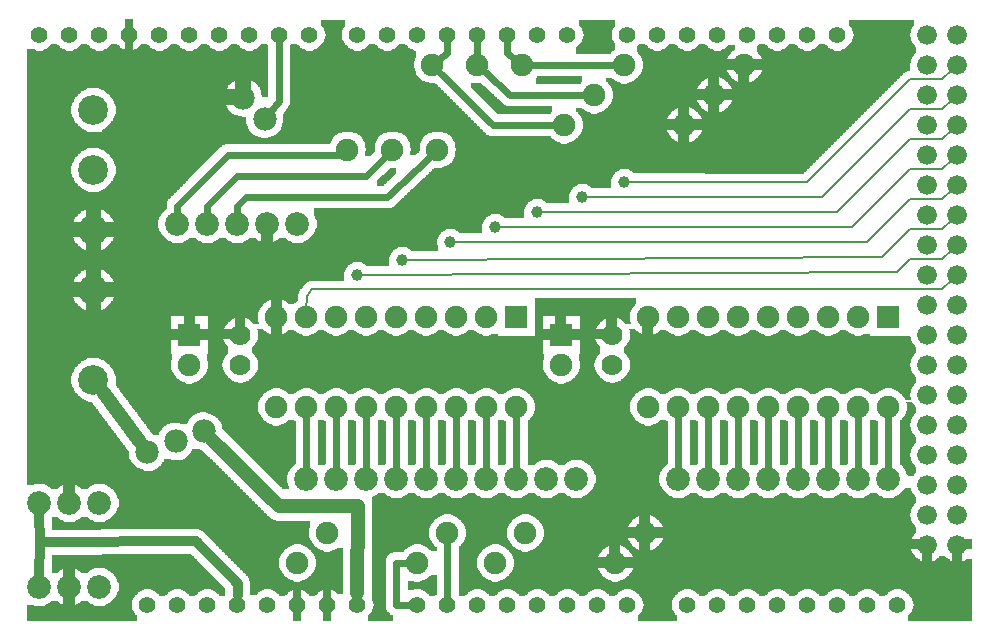
<source format=gtl>
G04 MADE WITH FRITZING*
G04 WWW.FRITZING.ORG*
G04 DOUBLE SIDED*
G04 HOLES PLATED*
G04 CONTOUR ON CENTER OF CONTOUR VECTOR*
%ASAXBY*%
%FSLAX23Y23*%
%MOIN*%
%OFA0B0*%
%SFA1.0B1.0*%
%ADD10C,0.075000*%
%ADD11C,0.079370*%
%ADD12C,0.078000*%
%ADD13C,0.070000*%
%ADD14C,0.039370*%
%ADD15C,0.055990*%
%ADD16C,0.065993*%
%ADD17C,0.065965*%
%ADD18C,0.099055*%
%ADD19R,0.075000X0.075000*%
%ADD20R,0.000198X0.000198*%
%ADD21C,0.024000*%
%ADD22C,0.048000*%
%ADD23C,0.008000*%
%ADD24C,0.032000*%
%LNCOPPER1*%
G90*
G70*
G54D10*
X2844Y1995D03*
X395Y207D03*
X2910Y1055D03*
X2910Y755D03*
X2810Y1055D03*
X2810Y755D03*
X2710Y1055D03*
X2710Y755D03*
X2610Y1055D03*
X2610Y755D03*
X2510Y1055D03*
X2510Y755D03*
X2410Y1055D03*
X2410Y755D03*
X2310Y1055D03*
X2310Y755D03*
X2210Y1055D03*
X2210Y755D03*
X2110Y1055D03*
X2110Y755D03*
X1670Y1055D03*
X1670Y755D03*
X1570Y1055D03*
X1570Y755D03*
X1470Y1055D03*
X1470Y755D03*
X1370Y1055D03*
X1370Y755D03*
X1270Y1055D03*
X1270Y755D03*
X1170Y1055D03*
X1170Y755D03*
X1070Y1055D03*
X1070Y755D03*
X970Y1055D03*
X970Y755D03*
X870Y1055D03*
X870Y755D03*
G54D11*
X280Y155D03*
X180Y155D03*
X80Y155D03*
X80Y435D03*
X180Y435D03*
X280Y435D03*
X2910Y515D03*
X2810Y515D03*
X2710Y515D03*
X2610Y515D03*
X2510Y515D03*
X2410Y515D03*
X2310Y515D03*
X2210Y515D03*
X970Y515D03*
X1070Y515D03*
X1170Y515D03*
X1270Y515D03*
X1370Y515D03*
X1470Y515D03*
X1570Y515D03*
X1670Y515D03*
X1770Y515D03*
X1870Y515D03*
X540Y1365D03*
X640Y1365D03*
X740Y1365D03*
X840Y1365D03*
X940Y1365D03*
G54D12*
X440Y605D03*
X534Y640D03*
X628Y674D03*
X760Y1785D03*
X831Y1715D03*
G54D13*
X750Y995D03*
X750Y895D03*
X1990Y995D03*
X1990Y895D03*
G54D10*
X580Y995D03*
X580Y895D03*
X1820Y995D03*
X1820Y895D03*
G54D14*
X1890Y1455D03*
X1740Y1405D03*
X1600Y1355D03*
X1450Y1305D03*
X1290Y1245D03*
X2030Y1505D03*
X1140Y1195D03*
G54D15*
X2340Y95D03*
X740Y95D03*
X2440Y95D03*
X2540Y95D03*
X2640Y95D03*
X2740Y95D03*
G54D16*
X3040Y1495D03*
G54D15*
X2840Y95D03*
X2940Y95D03*
X780Y1995D03*
X1340Y95D03*
X1440Y95D03*
X1540Y95D03*
X1640Y95D03*
G54D16*
X3040Y695D03*
G54D15*
X1740Y95D03*
X1840Y95D03*
X1940Y95D03*
X2040Y95D03*
X1540Y1995D03*
G54D16*
X3040Y1895D03*
X3040Y1095D03*
X3040Y295D03*
G54D15*
X380Y1995D03*
X1140Y95D03*
X1140Y1995D03*
G54D16*
X3040Y1695D03*
X3040Y1295D03*
G54D17*
X3040Y895D03*
G54D15*
X2740Y1995D03*
G54D16*
X3040Y495D03*
G54D15*
X2640Y1995D03*
X2540Y1995D03*
X2440Y1995D03*
X2340Y1995D03*
X2240Y1995D03*
X2140Y1995D03*
X2040Y1995D03*
X180Y1995D03*
X580Y1995D03*
X980Y1995D03*
X540Y95D03*
X940Y95D03*
X1740Y1995D03*
X1340Y1995D03*
G54D16*
X3040Y1995D03*
X3040Y1795D03*
X3040Y1595D03*
X3040Y1395D03*
X3040Y1195D03*
X3040Y995D03*
X3040Y795D03*
X3040Y595D03*
G54D17*
X3040Y395D03*
G54D15*
X80Y1995D03*
X280Y1995D03*
X480Y1995D03*
X680Y1995D03*
X880Y1995D03*
X440Y95D03*
X640Y95D03*
X840Y95D03*
X1040Y95D03*
X1840Y1995D03*
X1640Y1995D03*
X1440Y1995D03*
X1240Y1995D03*
G54D16*
X3140Y1995D03*
X3140Y1895D03*
X3140Y1795D03*
X3140Y1695D03*
X3140Y1595D03*
X3140Y1495D03*
X3140Y1395D03*
X3140Y1295D03*
X3140Y1195D03*
X3140Y1095D03*
X3140Y995D03*
G54D17*
X3140Y895D03*
G54D16*
X3140Y795D03*
X3140Y695D03*
X3140Y595D03*
X3140Y495D03*
G54D17*
X3140Y395D03*
G54D16*
X3140Y295D03*
G54D15*
X2240Y95D03*
G54D18*
X260Y1745D03*
X260Y1545D03*
X260Y1345D03*
X260Y1145D03*
X260Y845D03*
G54D10*
X2230Y1695D03*
X1830Y1695D03*
X2330Y1795D03*
X1930Y1795D03*
X2430Y1895D03*
X2030Y1895D03*
X1690Y1895D03*
X1407Y1613D03*
X1540Y1895D03*
X1257Y1613D03*
X2000Y235D03*
X1600Y235D03*
X2100Y335D03*
X1700Y335D03*
X1340Y235D03*
X940Y235D03*
X1440Y335D03*
X1040Y335D03*
X1390Y1895D03*
X1107Y1613D03*
G54D19*
X2910Y1055D03*
X1670Y1055D03*
X580Y995D03*
X1820Y995D03*
G54D20*
X262Y1696D03*
G54D21*
X1540Y1924D02*
X1540Y1968D01*
G54D22*
D02*
X415Y638D02*
X291Y804D01*
D02*
X880Y424D02*
X1141Y424D01*
D02*
X657Y645D02*
X880Y424D01*
D02*
X1141Y424D02*
X1140Y134D01*
G54D21*
D02*
X1639Y1935D02*
X1640Y1968D01*
D02*
X1668Y1913D02*
X1639Y1935D01*
G54D23*
D02*
X2639Y1505D02*
X2044Y1505D01*
D02*
X2981Y1847D02*
X2639Y1505D01*
D02*
X3089Y1847D02*
X2981Y1847D01*
D02*
X3123Y1879D02*
X3089Y1847D01*
D02*
X2689Y1455D02*
X1904Y1455D01*
D02*
X2981Y1747D02*
X2689Y1455D01*
D02*
X3123Y1779D02*
X3089Y1747D01*
D02*
X3089Y1747D02*
X2981Y1747D01*
D02*
X2739Y1405D02*
X1754Y1405D01*
D02*
X2981Y1647D02*
X2739Y1405D01*
D02*
X3089Y1647D02*
X2981Y1647D01*
D02*
X3123Y1679D02*
X3089Y1647D01*
D02*
X2981Y1547D02*
X2789Y1355D01*
D02*
X2789Y1355D02*
X1614Y1355D01*
D02*
X3089Y1547D02*
X2981Y1547D01*
D02*
X3123Y1579D02*
X3089Y1547D01*
D02*
X2839Y1305D02*
X1464Y1305D01*
D02*
X2981Y1447D02*
X2839Y1305D01*
D02*
X3089Y1447D02*
X2981Y1447D01*
D02*
X3123Y1479D02*
X3089Y1447D01*
D02*
X2939Y1205D02*
X1154Y1195D01*
D02*
X2981Y1247D02*
X2939Y1205D01*
D02*
X3089Y1247D02*
X2981Y1247D01*
D02*
X3123Y1279D02*
X3089Y1247D01*
D02*
X989Y1147D02*
X971Y1126D01*
D02*
X971Y1126D02*
X970Y1078D01*
D02*
X3089Y1147D02*
X989Y1147D01*
D02*
X3123Y1179D02*
X3089Y1147D01*
G54D21*
D02*
X1670Y546D02*
X1670Y727D01*
D02*
X1570Y546D02*
X1570Y727D01*
D02*
X1470Y546D02*
X1470Y727D01*
D02*
X1370Y546D02*
X1370Y727D01*
D02*
X1270Y546D02*
X1270Y727D01*
D02*
X1170Y546D02*
X1170Y727D01*
D02*
X1070Y546D02*
X1070Y727D01*
D02*
X970Y546D02*
X970Y727D01*
D02*
X2910Y546D02*
X2910Y727D01*
D02*
X2810Y546D02*
X2810Y727D01*
D02*
X2710Y546D02*
X2710Y727D01*
D02*
X2610Y546D02*
X2610Y727D01*
D02*
X2510Y546D02*
X2510Y727D01*
D02*
X2410Y546D02*
X2410Y727D01*
D02*
X2310Y546D02*
X2310Y727D01*
D02*
X2210Y546D02*
X2210Y727D01*
G54D24*
D02*
X81Y304D02*
X80Y192D01*
D02*
X80Y399D02*
X81Y304D01*
G54D23*
D02*
X2889Y1255D02*
X2981Y1347D01*
D02*
X2981Y1347D02*
X3089Y1347D01*
D02*
X3089Y1347D02*
X3123Y1379D01*
D02*
X1304Y1245D02*
X2889Y1255D01*
G54D21*
D02*
X878Y1774D02*
X850Y1738D01*
D02*
X880Y1968D02*
X878Y1774D01*
G54D24*
D02*
X741Y164D02*
X741Y129D01*
D02*
X601Y307D02*
X741Y164D01*
D02*
X81Y304D02*
X601Y307D01*
G54D21*
D02*
X1439Y1935D02*
X1412Y1914D01*
D02*
X1440Y1968D02*
X1439Y1935D01*
D02*
X1080Y1595D02*
X1083Y1597D01*
D02*
X709Y1595D02*
X1080Y1595D01*
D02*
X540Y1425D02*
X709Y1595D01*
D02*
X540Y1396D02*
X540Y1425D01*
D02*
X739Y1524D02*
X1169Y1524D01*
D02*
X1169Y1524D02*
X1237Y1592D01*
D02*
X638Y1425D02*
X739Y1524D01*
D02*
X639Y1396D02*
X638Y1425D01*
D02*
X769Y1454D02*
X1239Y1454D01*
D02*
X1239Y1454D02*
X1387Y1593D01*
D02*
X740Y1425D02*
X769Y1454D01*
D02*
X740Y1396D02*
X740Y1425D01*
D02*
X2002Y1895D02*
X1719Y1895D01*
D02*
X1650Y1795D02*
X1561Y1876D01*
D02*
X1902Y1795D02*
X1650Y1795D01*
D02*
X1591Y1695D02*
X1410Y1875D01*
D02*
X1802Y1695D02*
X1591Y1695D01*
D02*
X1270Y95D02*
X1270Y235D01*
D02*
X1270Y235D02*
X1312Y235D01*
D02*
X1312Y95D02*
X1270Y95D01*
D02*
X1440Y123D02*
X1440Y307D01*
G36*
X1880Y2045D02*
X1880Y2025D01*
X1882Y2025D01*
X1882Y2023D01*
X1884Y2023D01*
X1884Y2021D01*
X1886Y2021D01*
X1886Y2017D01*
X1888Y2017D01*
X1888Y2013D01*
X1890Y2013D01*
X1890Y2007D01*
X1892Y2007D01*
X1892Y1999D01*
X1894Y1999D01*
X1894Y1993D01*
X1892Y1993D01*
X1892Y1983D01*
X1890Y1983D01*
X1890Y1977D01*
X1888Y1977D01*
X1888Y1973D01*
X1886Y1973D01*
X1886Y1971D01*
X1884Y1971D01*
X1884Y1967D01*
X1882Y1967D01*
X1882Y1965D01*
X1880Y1965D01*
X1880Y1963D01*
X1878Y1963D01*
X1878Y1961D01*
X1876Y1961D01*
X1876Y1959D01*
X1874Y1959D01*
X1874Y1957D01*
X1872Y1957D01*
X1872Y1955D01*
X1870Y1955D01*
X1870Y1953D01*
X1868Y1953D01*
X1868Y1933D01*
X1984Y1933D01*
X1984Y1935D01*
X1986Y1935D01*
X1986Y1937D01*
X1988Y1937D01*
X1988Y1939D01*
X1990Y1939D01*
X1990Y1941D01*
X1992Y1941D01*
X1992Y1943D01*
X1994Y1943D01*
X1994Y1945D01*
X1998Y1945D01*
X1998Y1967D01*
X1996Y1967D01*
X1996Y1971D01*
X1994Y1971D01*
X1994Y1975D01*
X1992Y1975D01*
X1992Y1979D01*
X1990Y1979D01*
X1990Y1983D01*
X1988Y1983D01*
X1988Y2007D01*
X1990Y2007D01*
X1990Y2013D01*
X1992Y2013D01*
X1992Y2017D01*
X1994Y2017D01*
X1994Y2019D01*
X1996Y2019D01*
X1996Y2023D01*
X1998Y2023D01*
X1998Y2025D01*
X2000Y2025D01*
X2000Y2045D01*
X1880Y2045D01*
G37*
D02*
G36*
X1740Y1859D02*
X1740Y1857D01*
X1738Y1857D01*
X1738Y1853D01*
X1736Y1853D01*
X1736Y1851D01*
X1734Y1851D01*
X1734Y1831D01*
X1838Y1831D01*
X1838Y1833D01*
X1884Y1833D01*
X1884Y1835D01*
X1886Y1835D01*
X1886Y1837D01*
X1888Y1837D01*
X1888Y1839D01*
X1890Y1839D01*
X1890Y1859D01*
X1740Y1859D01*
G37*
D02*
G36*
X1518Y1835D02*
X1518Y1819D01*
X1520Y1819D01*
X1520Y1817D01*
X1522Y1817D01*
X1522Y1815D01*
X1524Y1815D01*
X1524Y1813D01*
X1526Y1813D01*
X1526Y1811D01*
X1528Y1811D01*
X1528Y1809D01*
X1530Y1809D01*
X1530Y1807D01*
X1532Y1807D01*
X1532Y1805D01*
X1534Y1805D01*
X1534Y1803D01*
X1536Y1803D01*
X1536Y1801D01*
X1538Y1801D01*
X1538Y1799D01*
X1540Y1799D01*
X1540Y1797D01*
X1542Y1797D01*
X1542Y1795D01*
X1544Y1795D01*
X1544Y1793D01*
X1546Y1793D01*
X1546Y1791D01*
X1548Y1791D01*
X1548Y1789D01*
X1550Y1789D01*
X1550Y1787D01*
X1552Y1787D01*
X1552Y1785D01*
X1554Y1785D01*
X1554Y1783D01*
X1556Y1783D01*
X1556Y1781D01*
X1558Y1781D01*
X1558Y1779D01*
X1560Y1779D01*
X1560Y1777D01*
X1562Y1777D01*
X1562Y1775D01*
X1564Y1775D01*
X1564Y1773D01*
X1566Y1773D01*
X1566Y1771D01*
X1568Y1771D01*
X1568Y1769D01*
X1570Y1769D01*
X1570Y1767D01*
X1572Y1767D01*
X1572Y1765D01*
X1574Y1765D01*
X1574Y1763D01*
X1576Y1763D01*
X1576Y1761D01*
X1578Y1761D01*
X1578Y1759D01*
X1580Y1759D01*
X1580Y1757D01*
X1582Y1757D01*
X1582Y1755D01*
X1584Y1755D01*
X1584Y1753D01*
X1586Y1753D01*
X1586Y1751D01*
X1588Y1751D01*
X1588Y1749D01*
X1590Y1749D01*
X1590Y1747D01*
X1592Y1747D01*
X1592Y1745D01*
X1594Y1745D01*
X1594Y1743D01*
X1596Y1743D01*
X1596Y1741D01*
X1598Y1741D01*
X1598Y1739D01*
X1600Y1739D01*
X1600Y1737D01*
X1602Y1737D01*
X1602Y1735D01*
X1604Y1735D01*
X1604Y1733D01*
X1606Y1733D01*
X1606Y1731D01*
X1748Y1731D01*
X1748Y1733D01*
X1784Y1733D01*
X1784Y1735D01*
X1786Y1735D01*
X1786Y1737D01*
X1788Y1737D01*
X1788Y1757D01*
X1644Y1757D01*
X1644Y1759D01*
X1636Y1759D01*
X1636Y1761D01*
X1632Y1761D01*
X1632Y1763D01*
X1630Y1763D01*
X1630Y1765D01*
X1626Y1765D01*
X1626Y1767D01*
X1624Y1767D01*
X1624Y1769D01*
X1622Y1769D01*
X1622Y1771D01*
X1620Y1771D01*
X1620Y1773D01*
X1618Y1773D01*
X1618Y1775D01*
X1616Y1775D01*
X1616Y1777D01*
X1614Y1777D01*
X1614Y1779D01*
X1612Y1779D01*
X1612Y1781D01*
X1610Y1781D01*
X1610Y1783D01*
X1606Y1783D01*
X1606Y1785D01*
X1604Y1785D01*
X1604Y1787D01*
X1602Y1787D01*
X1602Y1789D01*
X1600Y1789D01*
X1600Y1791D01*
X1598Y1791D01*
X1598Y1793D01*
X1596Y1793D01*
X1596Y1795D01*
X1594Y1795D01*
X1594Y1797D01*
X1592Y1797D01*
X1592Y1799D01*
X1590Y1799D01*
X1590Y1801D01*
X1588Y1801D01*
X1588Y1803D01*
X1586Y1803D01*
X1586Y1805D01*
X1582Y1805D01*
X1582Y1807D01*
X1580Y1807D01*
X1580Y1809D01*
X1578Y1809D01*
X1578Y1811D01*
X1576Y1811D01*
X1576Y1813D01*
X1574Y1813D01*
X1574Y1815D01*
X1572Y1815D01*
X1572Y1817D01*
X1570Y1817D01*
X1570Y1819D01*
X1568Y1819D01*
X1568Y1821D01*
X1566Y1821D01*
X1566Y1823D01*
X1564Y1823D01*
X1564Y1825D01*
X1560Y1825D01*
X1560Y1827D01*
X1558Y1827D01*
X1558Y1829D01*
X1556Y1829D01*
X1556Y1831D01*
X1554Y1831D01*
X1554Y1833D01*
X1552Y1833D01*
X1552Y1835D01*
X1518Y1835D01*
G37*
D02*
G36*
X1250Y1553D02*
X1250Y1551D01*
X1248Y1551D01*
X1248Y1549D01*
X1246Y1549D01*
X1246Y1547D01*
X1244Y1547D01*
X1244Y1545D01*
X1242Y1545D01*
X1242Y1543D01*
X1240Y1543D01*
X1240Y1541D01*
X1238Y1541D01*
X1238Y1539D01*
X1236Y1539D01*
X1236Y1537D01*
X1234Y1537D01*
X1234Y1535D01*
X1232Y1535D01*
X1232Y1533D01*
X1230Y1533D01*
X1230Y1531D01*
X1228Y1531D01*
X1228Y1529D01*
X1226Y1529D01*
X1226Y1527D01*
X1222Y1527D01*
X1222Y1525D01*
X1220Y1525D01*
X1220Y1523D01*
X1218Y1523D01*
X1218Y1521D01*
X1216Y1521D01*
X1216Y1519D01*
X1214Y1519D01*
X1214Y1517D01*
X1212Y1517D01*
X1212Y1515D01*
X1210Y1515D01*
X1210Y1513D01*
X1208Y1513D01*
X1208Y1511D01*
X1206Y1511D01*
X1206Y1491D01*
X1226Y1491D01*
X1226Y1493D01*
X1228Y1493D01*
X1228Y1495D01*
X1230Y1495D01*
X1230Y1497D01*
X1232Y1497D01*
X1232Y1499D01*
X1234Y1499D01*
X1234Y1501D01*
X1236Y1501D01*
X1236Y1503D01*
X1238Y1503D01*
X1238Y1505D01*
X1240Y1505D01*
X1240Y1507D01*
X1242Y1507D01*
X1242Y1509D01*
X1244Y1509D01*
X1244Y1511D01*
X1246Y1511D01*
X1246Y1513D01*
X1248Y1513D01*
X1248Y1515D01*
X1252Y1515D01*
X1252Y1517D01*
X1254Y1517D01*
X1254Y1519D01*
X1256Y1519D01*
X1256Y1521D01*
X1258Y1521D01*
X1258Y1523D01*
X1260Y1523D01*
X1260Y1525D01*
X1262Y1525D01*
X1262Y1527D01*
X1264Y1527D01*
X1264Y1529D01*
X1266Y1529D01*
X1266Y1531D01*
X1268Y1531D01*
X1268Y1533D01*
X1270Y1533D01*
X1270Y1553D01*
X1250Y1553D01*
G37*
D02*
G36*
X2970Y771D02*
X2970Y767D01*
X2972Y767D01*
X2972Y743D01*
X2970Y743D01*
X2970Y737D01*
X2968Y737D01*
X2968Y733D01*
X2966Y733D01*
X2966Y729D01*
X2964Y729D01*
X2964Y725D01*
X2962Y725D01*
X2962Y723D01*
X2960Y723D01*
X2960Y721D01*
X2958Y721D01*
X2958Y717D01*
X2956Y717D01*
X2956Y715D01*
X2954Y715D01*
X2954Y713D01*
X2952Y713D01*
X2952Y711D01*
X2950Y711D01*
X2950Y709D01*
X2948Y709D01*
X2948Y563D01*
X2952Y563D01*
X2952Y561D01*
X2954Y561D01*
X2954Y559D01*
X2956Y559D01*
X2956Y557D01*
X2958Y557D01*
X2958Y553D01*
X2960Y553D01*
X2960Y551D01*
X2962Y551D01*
X2962Y549D01*
X2964Y549D01*
X2964Y545D01*
X2966Y545D01*
X2966Y543D01*
X2968Y543D01*
X2968Y539D01*
X2970Y539D01*
X2970Y533D01*
X2972Y533D01*
X2972Y529D01*
X2974Y529D01*
X2974Y525D01*
X2994Y525D01*
X2994Y529D01*
X2996Y529D01*
X2996Y531D01*
X2998Y531D01*
X2998Y533D01*
X3000Y533D01*
X3000Y535D01*
X3002Y535D01*
X3002Y555D01*
X3000Y555D01*
X3000Y557D01*
X2998Y557D01*
X2998Y561D01*
X2996Y561D01*
X2996Y563D01*
X2994Y563D01*
X2994Y565D01*
X2992Y565D01*
X2992Y569D01*
X2990Y569D01*
X2990Y571D01*
X2988Y571D01*
X2988Y575D01*
X2986Y575D01*
X2986Y581D01*
X2984Y581D01*
X2984Y587D01*
X2982Y587D01*
X2982Y603D01*
X2984Y603D01*
X2984Y611D01*
X2986Y611D01*
X2986Y615D01*
X2988Y615D01*
X2988Y619D01*
X2990Y619D01*
X2990Y623D01*
X2992Y623D01*
X2992Y625D01*
X2994Y625D01*
X2994Y629D01*
X2996Y629D01*
X2996Y631D01*
X2998Y631D01*
X2998Y633D01*
X3000Y633D01*
X3000Y635D01*
X3002Y635D01*
X3002Y655D01*
X3000Y655D01*
X3000Y657D01*
X2998Y657D01*
X2998Y661D01*
X2996Y661D01*
X2996Y663D01*
X2994Y663D01*
X2994Y665D01*
X2992Y665D01*
X2992Y669D01*
X2990Y669D01*
X2990Y671D01*
X2988Y671D01*
X2988Y675D01*
X2986Y675D01*
X2986Y681D01*
X2984Y681D01*
X2984Y687D01*
X2982Y687D01*
X2982Y703D01*
X2984Y703D01*
X2984Y711D01*
X2986Y711D01*
X2986Y715D01*
X2988Y715D01*
X2988Y719D01*
X2990Y719D01*
X2990Y723D01*
X2992Y723D01*
X2992Y725D01*
X2994Y725D01*
X2994Y729D01*
X2996Y729D01*
X2996Y731D01*
X2998Y731D01*
X2998Y733D01*
X3000Y733D01*
X3000Y735D01*
X3002Y735D01*
X3002Y755D01*
X3000Y755D01*
X3000Y757D01*
X2998Y757D01*
X2998Y761D01*
X2996Y761D01*
X2996Y763D01*
X2994Y763D01*
X2994Y765D01*
X2992Y765D01*
X2992Y769D01*
X2990Y769D01*
X2990Y771D01*
X2970Y771D01*
G37*
D02*
G36*
X1010Y711D02*
X1010Y709D01*
X1008Y709D01*
X1008Y563D01*
X1032Y563D01*
X1032Y565D01*
X1034Y565D01*
X1034Y709D01*
X1030Y709D01*
X1030Y711D01*
X1010Y711D01*
G37*
D02*
G36*
X1110Y711D02*
X1110Y709D01*
X1108Y709D01*
X1108Y563D01*
X1132Y563D01*
X1132Y565D01*
X1134Y565D01*
X1134Y709D01*
X1130Y709D01*
X1130Y711D01*
X1110Y711D01*
G37*
D02*
G36*
X1210Y711D02*
X1210Y709D01*
X1208Y709D01*
X1208Y563D01*
X1232Y563D01*
X1232Y565D01*
X1234Y565D01*
X1234Y709D01*
X1230Y709D01*
X1230Y711D01*
X1210Y711D01*
G37*
D02*
G36*
X1310Y711D02*
X1310Y709D01*
X1308Y709D01*
X1308Y563D01*
X1332Y563D01*
X1332Y565D01*
X1334Y565D01*
X1334Y709D01*
X1330Y709D01*
X1330Y711D01*
X1310Y711D01*
G37*
D02*
G36*
X1410Y711D02*
X1410Y709D01*
X1408Y709D01*
X1408Y563D01*
X1432Y563D01*
X1432Y565D01*
X1434Y565D01*
X1434Y709D01*
X1430Y709D01*
X1430Y711D01*
X1410Y711D01*
G37*
D02*
G36*
X1510Y711D02*
X1510Y709D01*
X1508Y709D01*
X1508Y563D01*
X1532Y563D01*
X1532Y565D01*
X1534Y565D01*
X1534Y709D01*
X1530Y709D01*
X1530Y711D01*
X1510Y711D01*
G37*
D02*
G36*
X1610Y711D02*
X1610Y709D01*
X1608Y709D01*
X1608Y563D01*
X1632Y563D01*
X1632Y565D01*
X1634Y565D01*
X1634Y709D01*
X1630Y709D01*
X1630Y711D01*
X1610Y711D01*
G37*
D02*
G36*
X2250Y711D02*
X2250Y709D01*
X2248Y709D01*
X2248Y563D01*
X2272Y563D01*
X2272Y565D01*
X2274Y565D01*
X2274Y709D01*
X2270Y709D01*
X2270Y711D01*
X2250Y711D01*
G37*
D02*
G36*
X2350Y711D02*
X2350Y709D01*
X2348Y709D01*
X2348Y563D01*
X2372Y563D01*
X2372Y565D01*
X2374Y565D01*
X2374Y709D01*
X2370Y709D01*
X2370Y711D01*
X2350Y711D01*
G37*
D02*
G36*
X2450Y711D02*
X2450Y709D01*
X2448Y709D01*
X2448Y563D01*
X2472Y563D01*
X2472Y565D01*
X2474Y565D01*
X2474Y709D01*
X2470Y709D01*
X2470Y711D01*
X2450Y711D01*
G37*
D02*
G36*
X2550Y711D02*
X2550Y709D01*
X2548Y709D01*
X2548Y563D01*
X2572Y563D01*
X2572Y565D01*
X2574Y565D01*
X2574Y709D01*
X2570Y709D01*
X2570Y711D01*
X2550Y711D01*
G37*
D02*
G36*
X2650Y711D02*
X2650Y709D01*
X2648Y709D01*
X2648Y563D01*
X2672Y563D01*
X2672Y565D01*
X2674Y565D01*
X2674Y709D01*
X2670Y709D01*
X2670Y711D01*
X2650Y711D01*
G37*
D02*
G36*
X2750Y711D02*
X2750Y709D01*
X2748Y709D01*
X2748Y563D01*
X2772Y563D01*
X2772Y565D01*
X2774Y565D01*
X2774Y709D01*
X2770Y709D01*
X2770Y711D01*
X2750Y711D01*
G37*
D02*
G36*
X2850Y711D02*
X2850Y709D01*
X2848Y709D01*
X2848Y563D01*
X2872Y563D01*
X2872Y565D01*
X2874Y565D01*
X2874Y709D01*
X2870Y709D01*
X2870Y711D01*
X2850Y711D01*
G37*
D02*
G36*
X1020Y2045D02*
X1020Y2025D01*
X1022Y2025D01*
X1022Y2023D01*
X1024Y2023D01*
X1024Y2021D01*
X1026Y2021D01*
X1026Y2017D01*
X1028Y2017D01*
X1028Y2013D01*
X1030Y2013D01*
X1030Y2007D01*
X1032Y2007D01*
X1032Y1999D01*
X1034Y1999D01*
X1034Y1993D01*
X1032Y1993D01*
X1032Y1983D01*
X1030Y1983D01*
X1030Y1977D01*
X1028Y1977D01*
X1028Y1973D01*
X1026Y1973D01*
X1026Y1971D01*
X1024Y1971D01*
X1024Y1967D01*
X1022Y1967D01*
X1022Y1965D01*
X1020Y1965D01*
X1020Y1963D01*
X1018Y1963D01*
X1018Y1961D01*
X1016Y1961D01*
X1016Y1959D01*
X1014Y1959D01*
X1014Y1957D01*
X1012Y1957D01*
X1012Y1955D01*
X1010Y1955D01*
X1010Y1953D01*
X1008Y1953D01*
X1008Y1951D01*
X1004Y1951D01*
X1004Y1949D01*
X1000Y1949D01*
X1000Y1947D01*
X996Y1947D01*
X996Y1945D01*
X992Y1945D01*
X992Y1943D01*
X1128Y1943D01*
X1128Y1945D01*
X1124Y1945D01*
X1124Y1947D01*
X1120Y1947D01*
X1120Y1949D01*
X1116Y1949D01*
X1116Y1951D01*
X1112Y1951D01*
X1112Y1953D01*
X1110Y1953D01*
X1110Y1955D01*
X1108Y1955D01*
X1108Y1957D01*
X1106Y1957D01*
X1106Y1959D01*
X1104Y1959D01*
X1104Y1961D01*
X1102Y1961D01*
X1102Y1963D01*
X1100Y1963D01*
X1100Y1965D01*
X1098Y1965D01*
X1098Y1967D01*
X1096Y1967D01*
X1096Y1971D01*
X1094Y1971D01*
X1094Y1975D01*
X1092Y1975D01*
X1092Y1979D01*
X1090Y1979D01*
X1090Y1983D01*
X1088Y1983D01*
X1088Y2007D01*
X1090Y2007D01*
X1090Y2013D01*
X1092Y2013D01*
X1092Y2017D01*
X1094Y2017D01*
X1094Y2019D01*
X1096Y2019D01*
X1096Y2023D01*
X1098Y2023D01*
X1098Y2025D01*
X1100Y2025D01*
X1100Y2045D01*
X1020Y2045D01*
G37*
D02*
G36*
X2780Y2045D02*
X2780Y2025D01*
X2782Y2025D01*
X2782Y2023D01*
X2784Y2023D01*
X2784Y2021D01*
X2786Y2021D01*
X2786Y2017D01*
X2788Y2017D01*
X2788Y2013D01*
X2790Y2013D01*
X2790Y2007D01*
X2792Y2007D01*
X2792Y1999D01*
X2794Y1999D01*
X2794Y1993D01*
X2792Y1993D01*
X2792Y1983D01*
X2790Y1983D01*
X2790Y1977D01*
X2788Y1977D01*
X2788Y1973D01*
X2786Y1973D01*
X2786Y1971D01*
X2784Y1971D01*
X2784Y1967D01*
X2782Y1967D01*
X2782Y1965D01*
X2780Y1965D01*
X2780Y1963D01*
X2778Y1963D01*
X2778Y1961D01*
X2776Y1961D01*
X2776Y1959D01*
X2774Y1959D01*
X2774Y1957D01*
X2772Y1957D01*
X2772Y1955D01*
X2770Y1955D01*
X2770Y1953D01*
X2768Y1953D01*
X2768Y1951D01*
X2764Y1951D01*
X2764Y1949D01*
X2760Y1949D01*
X2760Y1947D01*
X2756Y1947D01*
X2756Y1945D01*
X2752Y1945D01*
X2752Y1943D01*
X3002Y1943D01*
X3002Y1955D01*
X3000Y1955D01*
X3000Y1957D01*
X2998Y1957D01*
X2998Y1961D01*
X2996Y1961D01*
X2996Y1963D01*
X2994Y1963D01*
X2994Y1965D01*
X2992Y1965D01*
X2992Y1969D01*
X2990Y1969D01*
X2990Y1971D01*
X2988Y1971D01*
X2988Y1975D01*
X2986Y1975D01*
X2986Y1981D01*
X2984Y1981D01*
X2984Y1987D01*
X2982Y1987D01*
X2982Y2003D01*
X2984Y2003D01*
X2984Y2011D01*
X2986Y2011D01*
X2986Y2015D01*
X2988Y2015D01*
X2988Y2019D01*
X2990Y2019D01*
X2990Y2023D01*
X2992Y2023D01*
X2992Y2025D01*
X2994Y2025D01*
X2994Y2045D01*
X2780Y2045D01*
G37*
D02*
G36*
X120Y1965D02*
X120Y1963D01*
X118Y1963D01*
X118Y1961D01*
X116Y1961D01*
X116Y1959D01*
X114Y1959D01*
X114Y1957D01*
X112Y1957D01*
X112Y1955D01*
X110Y1955D01*
X110Y1953D01*
X108Y1953D01*
X108Y1951D01*
X104Y1951D01*
X104Y1949D01*
X100Y1949D01*
X100Y1947D01*
X96Y1947D01*
X96Y1945D01*
X92Y1945D01*
X92Y1943D01*
X170Y1943D01*
X170Y1945D01*
X164Y1945D01*
X164Y1947D01*
X160Y1947D01*
X160Y1949D01*
X156Y1949D01*
X156Y1951D01*
X152Y1951D01*
X152Y1953D01*
X150Y1953D01*
X150Y1955D01*
X148Y1955D01*
X148Y1957D01*
X146Y1957D01*
X146Y1959D01*
X144Y1959D01*
X144Y1961D01*
X142Y1961D01*
X142Y1963D01*
X140Y1963D01*
X140Y1965D01*
X120Y1965D01*
G37*
D02*
G36*
X220Y1965D02*
X220Y1963D01*
X218Y1963D01*
X218Y1961D01*
X216Y1961D01*
X216Y1959D01*
X214Y1959D01*
X214Y1957D01*
X212Y1957D01*
X212Y1955D01*
X210Y1955D01*
X210Y1953D01*
X208Y1953D01*
X208Y1951D01*
X204Y1951D01*
X204Y1949D01*
X200Y1949D01*
X200Y1947D01*
X196Y1947D01*
X196Y1945D01*
X192Y1945D01*
X192Y1943D01*
X270Y1943D01*
X270Y1945D01*
X264Y1945D01*
X264Y1947D01*
X260Y1947D01*
X260Y1949D01*
X256Y1949D01*
X256Y1951D01*
X252Y1951D01*
X252Y1953D01*
X250Y1953D01*
X250Y1955D01*
X248Y1955D01*
X248Y1957D01*
X246Y1957D01*
X246Y1959D01*
X244Y1959D01*
X244Y1961D01*
X242Y1961D01*
X242Y1963D01*
X240Y1963D01*
X240Y1965D01*
X220Y1965D01*
G37*
D02*
G36*
X320Y1965D02*
X320Y1963D01*
X318Y1963D01*
X318Y1961D01*
X316Y1961D01*
X316Y1959D01*
X314Y1959D01*
X314Y1957D01*
X312Y1957D01*
X312Y1955D01*
X310Y1955D01*
X310Y1953D01*
X308Y1953D01*
X308Y1951D01*
X304Y1951D01*
X304Y1949D01*
X300Y1949D01*
X300Y1947D01*
X296Y1947D01*
X296Y1945D01*
X292Y1945D01*
X292Y1943D01*
X368Y1943D01*
X368Y1945D01*
X364Y1945D01*
X364Y1947D01*
X360Y1947D01*
X360Y1949D01*
X356Y1949D01*
X356Y1951D01*
X352Y1951D01*
X352Y1953D01*
X350Y1953D01*
X350Y1955D01*
X348Y1955D01*
X348Y1957D01*
X346Y1957D01*
X346Y1959D01*
X344Y1959D01*
X344Y1961D01*
X342Y1961D01*
X342Y1963D01*
X340Y1963D01*
X340Y1965D01*
X320Y1965D01*
G37*
D02*
G36*
X420Y1965D02*
X420Y1963D01*
X418Y1963D01*
X418Y1961D01*
X416Y1961D01*
X416Y1959D01*
X414Y1959D01*
X414Y1957D01*
X412Y1957D01*
X412Y1955D01*
X410Y1955D01*
X410Y1953D01*
X408Y1953D01*
X408Y1951D01*
X404Y1951D01*
X404Y1949D01*
X400Y1949D01*
X400Y1947D01*
X396Y1947D01*
X396Y1945D01*
X392Y1945D01*
X392Y1943D01*
X468Y1943D01*
X468Y1945D01*
X464Y1945D01*
X464Y1947D01*
X460Y1947D01*
X460Y1949D01*
X456Y1949D01*
X456Y1951D01*
X452Y1951D01*
X452Y1953D01*
X450Y1953D01*
X450Y1955D01*
X448Y1955D01*
X448Y1957D01*
X446Y1957D01*
X446Y1959D01*
X444Y1959D01*
X444Y1961D01*
X442Y1961D01*
X442Y1963D01*
X440Y1963D01*
X440Y1965D01*
X420Y1965D01*
G37*
D02*
G36*
X520Y1965D02*
X520Y1963D01*
X518Y1963D01*
X518Y1961D01*
X516Y1961D01*
X516Y1959D01*
X514Y1959D01*
X514Y1957D01*
X512Y1957D01*
X512Y1955D01*
X510Y1955D01*
X510Y1953D01*
X508Y1953D01*
X508Y1951D01*
X504Y1951D01*
X504Y1949D01*
X500Y1949D01*
X500Y1947D01*
X496Y1947D01*
X496Y1945D01*
X492Y1945D01*
X492Y1943D01*
X568Y1943D01*
X568Y1945D01*
X564Y1945D01*
X564Y1947D01*
X560Y1947D01*
X560Y1949D01*
X556Y1949D01*
X556Y1951D01*
X552Y1951D01*
X552Y1953D01*
X550Y1953D01*
X550Y1955D01*
X548Y1955D01*
X548Y1957D01*
X546Y1957D01*
X546Y1959D01*
X544Y1959D01*
X544Y1961D01*
X542Y1961D01*
X542Y1963D01*
X540Y1963D01*
X540Y1965D01*
X520Y1965D01*
G37*
D02*
G36*
X620Y1965D02*
X620Y1963D01*
X618Y1963D01*
X618Y1961D01*
X616Y1961D01*
X616Y1959D01*
X614Y1959D01*
X614Y1957D01*
X612Y1957D01*
X612Y1955D01*
X610Y1955D01*
X610Y1953D01*
X608Y1953D01*
X608Y1951D01*
X604Y1951D01*
X604Y1949D01*
X600Y1949D01*
X600Y1947D01*
X596Y1947D01*
X596Y1945D01*
X592Y1945D01*
X592Y1943D01*
X668Y1943D01*
X668Y1945D01*
X664Y1945D01*
X664Y1947D01*
X660Y1947D01*
X660Y1949D01*
X656Y1949D01*
X656Y1951D01*
X652Y1951D01*
X652Y1953D01*
X650Y1953D01*
X650Y1955D01*
X648Y1955D01*
X648Y1957D01*
X646Y1957D01*
X646Y1959D01*
X644Y1959D01*
X644Y1961D01*
X642Y1961D01*
X642Y1963D01*
X640Y1963D01*
X640Y1965D01*
X620Y1965D01*
G37*
D02*
G36*
X720Y1965D02*
X720Y1963D01*
X718Y1963D01*
X718Y1961D01*
X716Y1961D01*
X716Y1959D01*
X714Y1959D01*
X714Y1957D01*
X712Y1957D01*
X712Y1955D01*
X710Y1955D01*
X710Y1953D01*
X708Y1953D01*
X708Y1951D01*
X704Y1951D01*
X704Y1949D01*
X700Y1949D01*
X700Y1947D01*
X696Y1947D01*
X696Y1945D01*
X692Y1945D01*
X692Y1943D01*
X768Y1943D01*
X768Y1945D01*
X764Y1945D01*
X764Y1947D01*
X760Y1947D01*
X760Y1949D01*
X756Y1949D01*
X756Y1951D01*
X752Y1951D01*
X752Y1953D01*
X750Y1953D01*
X750Y1955D01*
X748Y1955D01*
X748Y1957D01*
X746Y1957D01*
X746Y1959D01*
X744Y1959D01*
X744Y1961D01*
X742Y1961D01*
X742Y1963D01*
X740Y1963D01*
X740Y1965D01*
X720Y1965D01*
G37*
D02*
G36*
X820Y1965D02*
X820Y1963D01*
X818Y1963D01*
X818Y1961D01*
X816Y1961D01*
X816Y1959D01*
X814Y1959D01*
X814Y1957D01*
X812Y1957D01*
X812Y1955D01*
X810Y1955D01*
X810Y1953D01*
X808Y1953D01*
X808Y1951D01*
X804Y1951D01*
X804Y1949D01*
X800Y1949D01*
X800Y1947D01*
X796Y1947D01*
X796Y1945D01*
X792Y1945D01*
X792Y1943D01*
X842Y1943D01*
X842Y1963D01*
X840Y1963D01*
X840Y1965D01*
X820Y1965D01*
G37*
D02*
G36*
X920Y1965D02*
X920Y1963D01*
X918Y1963D01*
X918Y1961D01*
X916Y1961D01*
X916Y1943D01*
X968Y1943D01*
X968Y1945D01*
X964Y1945D01*
X964Y1947D01*
X960Y1947D01*
X960Y1949D01*
X956Y1949D01*
X956Y1951D01*
X952Y1951D01*
X952Y1953D01*
X950Y1953D01*
X950Y1955D01*
X948Y1955D01*
X948Y1957D01*
X946Y1957D01*
X946Y1959D01*
X944Y1959D01*
X944Y1961D01*
X942Y1961D01*
X942Y1963D01*
X940Y1963D01*
X940Y1965D01*
X920Y1965D01*
G37*
D02*
G36*
X1180Y1965D02*
X1180Y1963D01*
X1178Y1963D01*
X1178Y1961D01*
X1176Y1961D01*
X1176Y1959D01*
X1174Y1959D01*
X1174Y1957D01*
X1172Y1957D01*
X1172Y1955D01*
X1170Y1955D01*
X1170Y1953D01*
X1168Y1953D01*
X1168Y1951D01*
X1164Y1951D01*
X1164Y1949D01*
X1160Y1949D01*
X1160Y1947D01*
X1156Y1947D01*
X1156Y1945D01*
X1152Y1945D01*
X1152Y1943D01*
X1228Y1943D01*
X1228Y1945D01*
X1224Y1945D01*
X1224Y1947D01*
X1220Y1947D01*
X1220Y1949D01*
X1216Y1949D01*
X1216Y1951D01*
X1212Y1951D01*
X1212Y1953D01*
X1210Y1953D01*
X1210Y1955D01*
X1208Y1955D01*
X1208Y1957D01*
X1206Y1957D01*
X1206Y1959D01*
X1204Y1959D01*
X1204Y1961D01*
X1202Y1961D01*
X1202Y1963D01*
X1200Y1963D01*
X1200Y1965D01*
X1180Y1965D01*
G37*
D02*
G36*
X1280Y1965D02*
X1280Y1963D01*
X1278Y1963D01*
X1278Y1961D01*
X1276Y1961D01*
X1276Y1959D01*
X1274Y1959D01*
X1274Y1957D01*
X1272Y1957D01*
X1272Y1955D01*
X1270Y1955D01*
X1270Y1953D01*
X1268Y1953D01*
X1268Y1951D01*
X1264Y1951D01*
X1264Y1949D01*
X1260Y1949D01*
X1260Y1947D01*
X1256Y1947D01*
X1256Y1945D01*
X1252Y1945D01*
X1252Y1943D01*
X1328Y1943D01*
X1328Y1945D01*
X1324Y1945D01*
X1324Y1947D01*
X1320Y1947D01*
X1320Y1949D01*
X1316Y1949D01*
X1316Y1951D01*
X1312Y1951D01*
X1312Y1953D01*
X1310Y1953D01*
X1310Y1955D01*
X1308Y1955D01*
X1308Y1957D01*
X1306Y1957D01*
X1306Y1959D01*
X1304Y1959D01*
X1304Y1961D01*
X1302Y1961D01*
X1302Y1963D01*
X1300Y1963D01*
X1300Y1965D01*
X1280Y1965D01*
G37*
D02*
G36*
X2080Y1965D02*
X2080Y1963D01*
X2078Y1963D01*
X2078Y1961D01*
X2076Y1961D01*
X2076Y1959D01*
X2074Y1959D01*
X2074Y1957D01*
X2072Y1957D01*
X2072Y1943D01*
X2128Y1943D01*
X2128Y1945D01*
X2124Y1945D01*
X2124Y1947D01*
X2120Y1947D01*
X2120Y1949D01*
X2116Y1949D01*
X2116Y1951D01*
X2112Y1951D01*
X2112Y1953D01*
X2110Y1953D01*
X2110Y1955D01*
X2108Y1955D01*
X2108Y1957D01*
X2106Y1957D01*
X2106Y1959D01*
X2104Y1959D01*
X2104Y1961D01*
X2102Y1961D01*
X2102Y1963D01*
X2100Y1963D01*
X2100Y1965D01*
X2080Y1965D01*
G37*
D02*
G36*
X2180Y1965D02*
X2180Y1963D01*
X2178Y1963D01*
X2178Y1961D01*
X2176Y1961D01*
X2176Y1959D01*
X2174Y1959D01*
X2174Y1957D01*
X2172Y1957D01*
X2172Y1955D01*
X2170Y1955D01*
X2170Y1953D01*
X2168Y1953D01*
X2168Y1951D01*
X2164Y1951D01*
X2164Y1949D01*
X2160Y1949D01*
X2160Y1947D01*
X2156Y1947D01*
X2156Y1945D01*
X2152Y1945D01*
X2152Y1943D01*
X2228Y1943D01*
X2228Y1945D01*
X2224Y1945D01*
X2224Y1947D01*
X2220Y1947D01*
X2220Y1949D01*
X2216Y1949D01*
X2216Y1951D01*
X2212Y1951D01*
X2212Y1953D01*
X2210Y1953D01*
X2210Y1955D01*
X2208Y1955D01*
X2208Y1957D01*
X2206Y1957D01*
X2206Y1959D01*
X2204Y1959D01*
X2204Y1961D01*
X2202Y1961D01*
X2202Y1963D01*
X2200Y1963D01*
X2200Y1965D01*
X2180Y1965D01*
G37*
D02*
G36*
X2280Y1965D02*
X2280Y1963D01*
X2278Y1963D01*
X2278Y1961D01*
X2276Y1961D01*
X2276Y1959D01*
X2274Y1959D01*
X2274Y1957D01*
X2272Y1957D01*
X2272Y1955D01*
X2270Y1955D01*
X2270Y1953D01*
X2268Y1953D01*
X2268Y1951D01*
X2264Y1951D01*
X2264Y1949D01*
X2260Y1949D01*
X2260Y1947D01*
X2256Y1947D01*
X2256Y1945D01*
X2252Y1945D01*
X2252Y1943D01*
X2328Y1943D01*
X2328Y1945D01*
X2324Y1945D01*
X2324Y1947D01*
X2320Y1947D01*
X2320Y1949D01*
X2316Y1949D01*
X2316Y1951D01*
X2312Y1951D01*
X2312Y1953D01*
X2310Y1953D01*
X2310Y1955D01*
X2308Y1955D01*
X2308Y1957D01*
X2306Y1957D01*
X2306Y1959D01*
X2304Y1959D01*
X2304Y1961D01*
X2302Y1961D01*
X2302Y1963D01*
X2300Y1963D01*
X2300Y1965D01*
X2280Y1965D01*
G37*
D02*
G36*
X2480Y1965D02*
X2480Y1963D01*
X2478Y1963D01*
X2478Y1961D01*
X2476Y1961D01*
X2476Y1959D01*
X2474Y1959D01*
X2474Y1957D01*
X2472Y1957D01*
X2472Y1943D01*
X2528Y1943D01*
X2528Y1945D01*
X2524Y1945D01*
X2524Y1947D01*
X2520Y1947D01*
X2520Y1949D01*
X2516Y1949D01*
X2516Y1951D01*
X2512Y1951D01*
X2512Y1953D01*
X2510Y1953D01*
X2510Y1955D01*
X2508Y1955D01*
X2508Y1957D01*
X2506Y1957D01*
X2506Y1959D01*
X2504Y1959D01*
X2504Y1961D01*
X2502Y1961D01*
X2502Y1963D01*
X2500Y1963D01*
X2500Y1965D01*
X2480Y1965D01*
G37*
D02*
G36*
X2580Y1965D02*
X2580Y1963D01*
X2578Y1963D01*
X2578Y1961D01*
X2576Y1961D01*
X2576Y1959D01*
X2574Y1959D01*
X2574Y1957D01*
X2572Y1957D01*
X2572Y1955D01*
X2570Y1955D01*
X2570Y1953D01*
X2568Y1953D01*
X2568Y1951D01*
X2564Y1951D01*
X2564Y1949D01*
X2560Y1949D01*
X2560Y1947D01*
X2556Y1947D01*
X2556Y1945D01*
X2552Y1945D01*
X2552Y1943D01*
X2628Y1943D01*
X2628Y1945D01*
X2624Y1945D01*
X2624Y1947D01*
X2620Y1947D01*
X2620Y1949D01*
X2616Y1949D01*
X2616Y1951D01*
X2612Y1951D01*
X2612Y1953D01*
X2610Y1953D01*
X2610Y1955D01*
X2608Y1955D01*
X2608Y1957D01*
X2606Y1957D01*
X2606Y1959D01*
X2604Y1959D01*
X2604Y1961D01*
X2602Y1961D01*
X2602Y1963D01*
X2600Y1963D01*
X2600Y1965D01*
X2580Y1965D01*
G37*
D02*
G36*
X2680Y1965D02*
X2680Y1963D01*
X2678Y1963D01*
X2678Y1961D01*
X2676Y1961D01*
X2676Y1959D01*
X2674Y1959D01*
X2674Y1957D01*
X2672Y1957D01*
X2672Y1955D01*
X2670Y1955D01*
X2670Y1953D01*
X2668Y1953D01*
X2668Y1951D01*
X2664Y1951D01*
X2664Y1949D01*
X2660Y1949D01*
X2660Y1947D01*
X2656Y1947D01*
X2656Y1945D01*
X2652Y1945D01*
X2652Y1943D01*
X2728Y1943D01*
X2728Y1945D01*
X2724Y1945D01*
X2724Y1947D01*
X2720Y1947D01*
X2720Y1949D01*
X2716Y1949D01*
X2716Y1951D01*
X2712Y1951D01*
X2712Y1953D01*
X2710Y1953D01*
X2710Y1955D01*
X2708Y1955D01*
X2708Y1957D01*
X2706Y1957D01*
X2706Y1959D01*
X2704Y1959D01*
X2704Y1961D01*
X2702Y1961D01*
X2702Y1963D01*
X2700Y1963D01*
X2700Y1965D01*
X2680Y1965D01*
G37*
D02*
G36*
X2378Y1963D02*
X2378Y1961D01*
X2376Y1961D01*
X2376Y1959D01*
X2374Y1959D01*
X2374Y1957D01*
X2372Y1957D01*
X2372Y1955D01*
X2370Y1955D01*
X2370Y1953D01*
X2368Y1953D01*
X2368Y1951D01*
X2364Y1951D01*
X2364Y1949D01*
X2360Y1949D01*
X2360Y1947D01*
X2356Y1947D01*
X2356Y1945D01*
X2352Y1945D01*
X2352Y1943D01*
X2394Y1943D01*
X2394Y1945D01*
X2398Y1945D01*
X2398Y1963D01*
X2378Y1963D01*
G37*
D02*
G36*
X40Y1949D02*
X40Y1943D01*
X70Y1943D01*
X70Y1945D01*
X64Y1945D01*
X64Y1947D01*
X60Y1947D01*
X60Y1949D01*
X40Y1949D01*
G37*
D02*
G36*
X40Y1943D02*
X40Y1941D01*
X842Y1941D01*
X842Y1943D01*
X40Y1943D01*
G37*
D02*
G36*
X40Y1943D02*
X40Y1941D01*
X842Y1941D01*
X842Y1943D01*
X40Y1943D01*
G37*
D02*
G36*
X40Y1943D02*
X40Y1941D01*
X842Y1941D01*
X842Y1943D01*
X40Y1943D01*
G37*
D02*
G36*
X40Y1943D02*
X40Y1941D01*
X842Y1941D01*
X842Y1943D01*
X40Y1943D01*
G37*
D02*
G36*
X40Y1943D02*
X40Y1941D01*
X842Y1941D01*
X842Y1943D01*
X40Y1943D01*
G37*
D02*
G36*
X40Y1943D02*
X40Y1941D01*
X842Y1941D01*
X842Y1943D01*
X40Y1943D01*
G37*
D02*
G36*
X40Y1943D02*
X40Y1941D01*
X842Y1941D01*
X842Y1943D01*
X40Y1943D01*
G37*
D02*
G36*
X40Y1943D02*
X40Y1941D01*
X842Y1941D01*
X842Y1943D01*
X40Y1943D01*
G37*
D02*
G36*
X40Y1943D02*
X40Y1941D01*
X842Y1941D01*
X842Y1943D01*
X40Y1943D01*
G37*
D02*
G36*
X916Y1943D02*
X916Y1941D01*
X1336Y1941D01*
X1336Y1943D01*
X916Y1943D01*
G37*
D02*
G36*
X916Y1943D02*
X916Y1941D01*
X1336Y1941D01*
X1336Y1943D01*
X916Y1943D01*
G37*
D02*
G36*
X916Y1943D02*
X916Y1941D01*
X1336Y1941D01*
X1336Y1943D01*
X916Y1943D01*
G37*
D02*
G36*
X916Y1943D02*
X916Y1941D01*
X1336Y1941D01*
X1336Y1943D01*
X916Y1943D01*
G37*
D02*
G36*
X2072Y1943D02*
X2072Y1941D01*
X2392Y1941D01*
X2392Y1943D01*
X2072Y1943D01*
G37*
D02*
G36*
X2072Y1943D02*
X2072Y1941D01*
X2392Y1941D01*
X2392Y1943D01*
X2072Y1943D01*
G37*
D02*
G36*
X2072Y1943D02*
X2072Y1941D01*
X2392Y1941D01*
X2392Y1943D01*
X2072Y1943D01*
G37*
D02*
G36*
X2072Y1943D02*
X2072Y1941D01*
X2392Y1941D01*
X2392Y1943D01*
X2072Y1943D01*
G37*
D02*
G36*
X2472Y1943D02*
X2472Y1941D01*
X3002Y1941D01*
X3002Y1943D01*
X2472Y1943D01*
G37*
D02*
G36*
X2472Y1943D02*
X2472Y1941D01*
X3002Y1941D01*
X3002Y1943D01*
X2472Y1943D01*
G37*
D02*
G36*
X2472Y1943D02*
X2472Y1941D01*
X3002Y1941D01*
X3002Y1943D01*
X2472Y1943D01*
G37*
D02*
G36*
X2472Y1943D02*
X2472Y1941D01*
X3002Y1941D01*
X3002Y1943D01*
X2472Y1943D01*
G37*
D02*
G36*
X40Y1941D02*
X40Y1847D01*
X770Y1847D01*
X770Y1845D01*
X780Y1845D01*
X780Y1843D01*
X786Y1843D01*
X786Y1841D01*
X792Y1841D01*
X792Y1839D01*
X796Y1839D01*
X796Y1837D01*
X798Y1837D01*
X798Y1835D01*
X802Y1835D01*
X802Y1833D01*
X804Y1833D01*
X804Y1831D01*
X806Y1831D01*
X806Y1829D01*
X808Y1829D01*
X808Y1827D01*
X810Y1827D01*
X810Y1823D01*
X812Y1823D01*
X812Y1821D01*
X814Y1821D01*
X814Y1817D01*
X816Y1817D01*
X816Y1811D01*
X818Y1811D01*
X818Y1805D01*
X820Y1805D01*
X820Y1795D01*
X822Y1795D01*
X822Y1787D01*
X842Y1787D01*
X842Y1941D01*
X40Y1941D01*
G37*
D02*
G36*
X916Y1941D02*
X916Y1779D01*
X914Y1779D01*
X914Y1763D01*
X912Y1763D01*
X912Y1757D01*
X910Y1757D01*
X910Y1755D01*
X908Y1755D01*
X908Y1751D01*
X906Y1751D01*
X906Y1749D01*
X904Y1749D01*
X904Y1747D01*
X902Y1747D01*
X902Y1743D01*
X900Y1743D01*
X900Y1741D01*
X898Y1741D01*
X898Y1739D01*
X896Y1739D01*
X896Y1737D01*
X894Y1737D01*
X894Y1733D01*
X892Y1733D01*
X892Y1701D01*
X890Y1701D01*
X890Y1691D01*
X888Y1691D01*
X888Y1687D01*
X886Y1687D01*
X886Y1681D01*
X884Y1681D01*
X884Y1679D01*
X882Y1679D01*
X882Y1675D01*
X880Y1675D01*
X880Y1673D01*
X1414Y1673D01*
X1414Y1671D01*
X1426Y1671D01*
X1426Y1669D01*
X1432Y1669D01*
X1432Y1667D01*
X1438Y1667D01*
X1438Y1665D01*
X1442Y1665D01*
X1442Y1663D01*
X1444Y1663D01*
X1444Y1661D01*
X1448Y1661D01*
X1448Y1659D01*
X1450Y1659D01*
X1450Y1657D01*
X1584Y1657D01*
X1584Y1659D01*
X1578Y1659D01*
X1578Y1661D01*
X1574Y1661D01*
X1574Y1663D01*
X1570Y1663D01*
X1570Y1665D01*
X1568Y1665D01*
X1568Y1667D01*
X1566Y1667D01*
X1566Y1669D01*
X1564Y1669D01*
X1564Y1671D01*
X1562Y1671D01*
X1562Y1673D01*
X1560Y1673D01*
X1560Y1675D01*
X1558Y1675D01*
X1558Y1677D01*
X1556Y1677D01*
X1556Y1679D01*
X1554Y1679D01*
X1554Y1681D01*
X1552Y1681D01*
X1552Y1683D01*
X1550Y1683D01*
X1550Y1685D01*
X1548Y1685D01*
X1548Y1687D01*
X1546Y1687D01*
X1546Y1689D01*
X1544Y1689D01*
X1544Y1691D01*
X1542Y1691D01*
X1542Y1693D01*
X1540Y1693D01*
X1540Y1695D01*
X1538Y1695D01*
X1538Y1697D01*
X1536Y1697D01*
X1536Y1699D01*
X1534Y1699D01*
X1534Y1701D01*
X1532Y1701D01*
X1532Y1703D01*
X1530Y1703D01*
X1530Y1705D01*
X1528Y1705D01*
X1528Y1707D01*
X1526Y1707D01*
X1526Y1709D01*
X1524Y1709D01*
X1524Y1711D01*
X1522Y1711D01*
X1522Y1713D01*
X1520Y1713D01*
X1520Y1715D01*
X1518Y1715D01*
X1518Y1717D01*
X1516Y1717D01*
X1516Y1719D01*
X1514Y1719D01*
X1514Y1721D01*
X1512Y1721D01*
X1512Y1723D01*
X1510Y1723D01*
X1510Y1725D01*
X1508Y1725D01*
X1508Y1727D01*
X1506Y1727D01*
X1506Y1729D01*
X1504Y1729D01*
X1504Y1731D01*
X1502Y1731D01*
X1502Y1733D01*
X1500Y1733D01*
X1500Y1735D01*
X1498Y1735D01*
X1498Y1737D01*
X1496Y1737D01*
X1496Y1739D01*
X1494Y1739D01*
X1494Y1741D01*
X1492Y1741D01*
X1492Y1743D01*
X1490Y1743D01*
X1490Y1745D01*
X1488Y1745D01*
X1488Y1747D01*
X1486Y1747D01*
X1486Y1749D01*
X1484Y1749D01*
X1484Y1751D01*
X1482Y1751D01*
X1482Y1753D01*
X1480Y1753D01*
X1480Y1755D01*
X1478Y1755D01*
X1478Y1757D01*
X1476Y1757D01*
X1476Y1759D01*
X1474Y1759D01*
X1474Y1761D01*
X1472Y1761D01*
X1472Y1763D01*
X1470Y1763D01*
X1470Y1765D01*
X1468Y1765D01*
X1468Y1767D01*
X1466Y1767D01*
X1466Y1769D01*
X1464Y1769D01*
X1464Y1771D01*
X1462Y1771D01*
X1462Y1773D01*
X1460Y1773D01*
X1460Y1775D01*
X1458Y1775D01*
X1458Y1777D01*
X1456Y1777D01*
X1456Y1779D01*
X1454Y1779D01*
X1454Y1781D01*
X1452Y1781D01*
X1452Y1783D01*
X1450Y1783D01*
X1450Y1785D01*
X1448Y1785D01*
X1448Y1787D01*
X1446Y1787D01*
X1446Y1789D01*
X1444Y1789D01*
X1444Y1791D01*
X1442Y1791D01*
X1442Y1793D01*
X1440Y1793D01*
X1440Y1795D01*
X1438Y1795D01*
X1438Y1797D01*
X1436Y1797D01*
X1436Y1799D01*
X1434Y1799D01*
X1434Y1801D01*
X1432Y1801D01*
X1432Y1803D01*
X1430Y1803D01*
X1430Y1805D01*
X1428Y1805D01*
X1428Y1807D01*
X1426Y1807D01*
X1426Y1809D01*
X1424Y1809D01*
X1424Y1811D01*
X1422Y1811D01*
X1422Y1813D01*
X1420Y1813D01*
X1420Y1815D01*
X1418Y1815D01*
X1418Y1817D01*
X1416Y1817D01*
X1416Y1819D01*
X1414Y1819D01*
X1414Y1821D01*
X1412Y1821D01*
X1412Y1823D01*
X1410Y1823D01*
X1410Y1825D01*
X1408Y1825D01*
X1408Y1827D01*
X1406Y1827D01*
X1406Y1829D01*
X1404Y1829D01*
X1404Y1831D01*
X1402Y1831D01*
X1402Y1833D01*
X1400Y1833D01*
X1400Y1835D01*
X1380Y1835D01*
X1380Y1837D01*
X1370Y1837D01*
X1370Y1839D01*
X1364Y1839D01*
X1364Y1841D01*
X1360Y1841D01*
X1360Y1843D01*
X1356Y1843D01*
X1356Y1845D01*
X1352Y1845D01*
X1352Y1847D01*
X1350Y1847D01*
X1350Y1849D01*
X1348Y1849D01*
X1348Y1851D01*
X1346Y1851D01*
X1346Y1853D01*
X1344Y1853D01*
X1344Y1855D01*
X1342Y1855D01*
X1342Y1857D01*
X1340Y1857D01*
X1340Y1861D01*
X1338Y1861D01*
X1338Y1863D01*
X1336Y1863D01*
X1336Y1869D01*
X1334Y1869D01*
X1334Y1875D01*
X1332Y1875D01*
X1332Y1885D01*
X1330Y1885D01*
X1330Y1907D01*
X1332Y1907D01*
X1332Y1917D01*
X1334Y1917D01*
X1334Y1923D01*
X1336Y1923D01*
X1336Y1941D01*
X916Y1941D01*
G37*
D02*
G36*
X2072Y1941D02*
X2072Y1937D01*
X2074Y1937D01*
X2074Y1935D01*
X2076Y1935D01*
X2076Y1933D01*
X2078Y1933D01*
X2078Y1931D01*
X2080Y1931D01*
X2080Y1927D01*
X2082Y1927D01*
X2082Y1925D01*
X2084Y1925D01*
X2084Y1921D01*
X2086Y1921D01*
X2086Y1917D01*
X2088Y1917D01*
X2088Y1913D01*
X2090Y1913D01*
X2090Y1907D01*
X2092Y1907D01*
X2092Y1883D01*
X2090Y1883D01*
X2090Y1877D01*
X2088Y1877D01*
X2088Y1873D01*
X2086Y1873D01*
X2086Y1869D01*
X2084Y1869D01*
X2084Y1865D01*
X2082Y1865D01*
X2082Y1863D01*
X2080Y1863D01*
X2080Y1861D01*
X2078Y1861D01*
X2078Y1857D01*
X2342Y1857D01*
X2342Y1855D01*
X2348Y1855D01*
X2348Y1853D01*
X2352Y1853D01*
X2352Y1851D01*
X2356Y1851D01*
X2356Y1849D01*
X2360Y1849D01*
X2360Y1847D01*
X2362Y1847D01*
X2362Y1845D01*
X2366Y1845D01*
X2366Y1843D01*
X2368Y1843D01*
X2368Y1841D01*
X2370Y1841D01*
X2370Y1839D01*
X2372Y1839D01*
X2372Y1837D01*
X2374Y1837D01*
X2374Y1835D01*
X2376Y1835D01*
X2376Y1833D01*
X2420Y1833D01*
X2420Y1835D01*
X2414Y1835D01*
X2414Y1837D01*
X2408Y1837D01*
X2408Y1839D01*
X2404Y1839D01*
X2404Y1841D01*
X2402Y1841D01*
X2402Y1843D01*
X2398Y1843D01*
X2398Y1845D01*
X2396Y1845D01*
X2396Y1847D01*
X2394Y1847D01*
X2394Y1849D01*
X2390Y1849D01*
X2390Y1851D01*
X2388Y1851D01*
X2388Y1853D01*
X2386Y1853D01*
X2386Y1855D01*
X2384Y1855D01*
X2384Y1859D01*
X2382Y1859D01*
X2382Y1861D01*
X2380Y1861D01*
X2380Y1863D01*
X2378Y1863D01*
X2378Y1867D01*
X2376Y1867D01*
X2376Y1869D01*
X2374Y1869D01*
X2374Y1873D01*
X2372Y1873D01*
X2372Y1879D01*
X2370Y1879D01*
X2370Y1885D01*
X2368Y1885D01*
X2368Y1907D01*
X2370Y1907D01*
X2370Y1913D01*
X2372Y1913D01*
X2372Y1917D01*
X2374Y1917D01*
X2374Y1921D01*
X2376Y1921D01*
X2376Y1925D01*
X2378Y1925D01*
X2378Y1927D01*
X2380Y1927D01*
X2380Y1929D01*
X2382Y1929D01*
X2382Y1933D01*
X2384Y1933D01*
X2384Y1935D01*
X2386Y1935D01*
X2386Y1937D01*
X2388Y1937D01*
X2388Y1939D01*
X2390Y1939D01*
X2390Y1941D01*
X2072Y1941D01*
G37*
D02*
G36*
X2472Y1941D02*
X2472Y1937D01*
X2474Y1937D01*
X2474Y1935D01*
X2476Y1935D01*
X2476Y1933D01*
X2478Y1933D01*
X2478Y1931D01*
X2480Y1931D01*
X2480Y1927D01*
X2482Y1927D01*
X2482Y1925D01*
X2484Y1925D01*
X2484Y1921D01*
X2486Y1921D01*
X2486Y1917D01*
X2488Y1917D01*
X2488Y1913D01*
X2490Y1913D01*
X2490Y1907D01*
X2492Y1907D01*
X2492Y1883D01*
X2490Y1883D01*
X2490Y1877D01*
X2488Y1877D01*
X2488Y1873D01*
X2486Y1873D01*
X2486Y1869D01*
X2484Y1869D01*
X2484Y1865D01*
X2482Y1865D01*
X2482Y1863D01*
X2480Y1863D01*
X2480Y1861D01*
X2478Y1861D01*
X2478Y1857D01*
X2476Y1857D01*
X2476Y1855D01*
X2474Y1855D01*
X2474Y1853D01*
X2472Y1853D01*
X2472Y1851D01*
X2470Y1851D01*
X2470Y1849D01*
X2468Y1849D01*
X2468Y1847D01*
X2464Y1847D01*
X2464Y1845D01*
X2462Y1845D01*
X2462Y1843D01*
X2458Y1843D01*
X2458Y1841D01*
X2456Y1841D01*
X2456Y1839D01*
X2452Y1839D01*
X2452Y1837D01*
X2446Y1837D01*
X2446Y1835D01*
X2440Y1835D01*
X2440Y1833D01*
X2928Y1833D01*
X2928Y1835D01*
X2930Y1835D01*
X2930Y1837D01*
X2932Y1837D01*
X2932Y1839D01*
X2934Y1839D01*
X2934Y1841D01*
X2936Y1841D01*
X2936Y1843D01*
X2938Y1843D01*
X2938Y1845D01*
X2940Y1845D01*
X2940Y1847D01*
X2942Y1847D01*
X2942Y1849D01*
X2944Y1849D01*
X2944Y1851D01*
X2946Y1851D01*
X2946Y1853D01*
X2948Y1853D01*
X2948Y1855D01*
X2950Y1855D01*
X2950Y1857D01*
X2952Y1857D01*
X2952Y1859D01*
X2954Y1859D01*
X2954Y1861D01*
X2956Y1861D01*
X2956Y1863D01*
X2958Y1863D01*
X2958Y1865D01*
X2960Y1865D01*
X2960Y1867D01*
X2962Y1867D01*
X2962Y1869D01*
X2964Y1869D01*
X2964Y1871D01*
X2968Y1871D01*
X2968Y1873D01*
X2972Y1873D01*
X2972Y1875D01*
X2982Y1875D01*
X2982Y1903D01*
X2984Y1903D01*
X2984Y1911D01*
X2986Y1911D01*
X2986Y1915D01*
X2988Y1915D01*
X2988Y1919D01*
X2990Y1919D01*
X2990Y1923D01*
X2992Y1923D01*
X2992Y1925D01*
X2994Y1925D01*
X2994Y1929D01*
X2996Y1929D01*
X2996Y1931D01*
X2998Y1931D01*
X2998Y1933D01*
X3000Y1933D01*
X3000Y1935D01*
X3002Y1935D01*
X3002Y1941D01*
X2472Y1941D01*
G37*
D02*
G36*
X2076Y1857D02*
X2076Y1855D01*
X2074Y1855D01*
X2074Y1853D01*
X2072Y1853D01*
X2072Y1851D01*
X2070Y1851D01*
X2070Y1849D01*
X2068Y1849D01*
X2068Y1847D01*
X2064Y1847D01*
X2064Y1845D01*
X2062Y1845D01*
X2062Y1843D01*
X2058Y1843D01*
X2058Y1841D01*
X2056Y1841D01*
X2056Y1839D01*
X2052Y1839D01*
X2052Y1837D01*
X2046Y1837D01*
X2046Y1835D01*
X2040Y1835D01*
X2040Y1833D01*
X2284Y1833D01*
X2284Y1835D01*
X2286Y1835D01*
X2286Y1837D01*
X2288Y1837D01*
X2288Y1839D01*
X2290Y1839D01*
X2290Y1841D01*
X2292Y1841D01*
X2292Y1843D01*
X2294Y1843D01*
X2294Y1845D01*
X2298Y1845D01*
X2298Y1847D01*
X2300Y1847D01*
X2300Y1849D01*
X2304Y1849D01*
X2304Y1851D01*
X2308Y1851D01*
X2308Y1853D01*
X2312Y1853D01*
X2312Y1855D01*
X2318Y1855D01*
X2318Y1857D01*
X2076Y1857D01*
G37*
D02*
G36*
X1970Y1851D02*
X1970Y1839D01*
X1972Y1839D01*
X1972Y1837D01*
X1974Y1837D01*
X1974Y1835D01*
X1976Y1835D01*
X1976Y1833D01*
X2020Y1833D01*
X2020Y1835D01*
X2014Y1835D01*
X2014Y1837D01*
X2008Y1837D01*
X2008Y1839D01*
X2004Y1839D01*
X2004Y1841D01*
X2002Y1841D01*
X2002Y1843D01*
X1998Y1843D01*
X1998Y1845D01*
X1996Y1845D01*
X1996Y1847D01*
X1994Y1847D01*
X1994Y1849D01*
X1990Y1849D01*
X1990Y1851D01*
X1970Y1851D01*
G37*
D02*
G36*
X40Y1847D02*
X40Y1819D01*
X274Y1819D01*
X274Y1817D01*
X280Y1817D01*
X280Y1815D01*
X286Y1815D01*
X286Y1813D01*
X290Y1813D01*
X290Y1811D01*
X294Y1811D01*
X294Y1809D01*
X296Y1809D01*
X296Y1807D01*
X300Y1807D01*
X300Y1805D01*
X302Y1805D01*
X302Y1803D01*
X304Y1803D01*
X304Y1801D01*
X306Y1801D01*
X306Y1799D01*
X310Y1799D01*
X310Y1797D01*
X312Y1797D01*
X312Y1795D01*
X314Y1795D01*
X314Y1791D01*
X316Y1791D01*
X316Y1789D01*
X318Y1789D01*
X318Y1787D01*
X320Y1787D01*
X320Y1785D01*
X322Y1785D01*
X322Y1781D01*
X324Y1781D01*
X324Y1779D01*
X326Y1779D01*
X326Y1775D01*
X328Y1775D01*
X328Y1771D01*
X330Y1771D01*
X330Y1765D01*
X332Y1765D01*
X332Y1759D01*
X334Y1759D01*
X334Y1731D01*
X332Y1731D01*
X332Y1725D01*
X330Y1725D01*
X330Y1721D01*
X328Y1721D01*
X328Y1717D01*
X326Y1717D01*
X326Y1713D01*
X324Y1713D01*
X324Y1709D01*
X322Y1709D01*
X322Y1707D01*
X320Y1707D01*
X320Y1703D01*
X318Y1703D01*
X318Y1701D01*
X316Y1701D01*
X316Y1699D01*
X314Y1699D01*
X314Y1697D01*
X312Y1697D01*
X312Y1695D01*
X310Y1695D01*
X310Y1693D01*
X308Y1693D01*
X308Y1691D01*
X306Y1691D01*
X306Y1689D01*
X304Y1689D01*
X304Y1687D01*
X302Y1687D01*
X302Y1685D01*
X298Y1685D01*
X298Y1683D01*
X296Y1683D01*
X296Y1681D01*
X292Y1681D01*
X292Y1679D01*
X288Y1679D01*
X288Y1671D01*
X784Y1671D01*
X784Y1673D01*
X782Y1673D01*
X782Y1675D01*
X780Y1675D01*
X780Y1677D01*
X778Y1677D01*
X778Y1681D01*
X776Y1681D01*
X776Y1685D01*
X774Y1685D01*
X774Y1691D01*
X772Y1691D01*
X772Y1699D01*
X770Y1699D01*
X770Y1723D01*
X754Y1723D01*
X754Y1725D01*
X742Y1725D01*
X742Y1727D01*
X734Y1727D01*
X734Y1729D01*
X730Y1729D01*
X730Y1731D01*
X726Y1731D01*
X726Y1733D01*
X722Y1733D01*
X722Y1735D01*
X720Y1735D01*
X720Y1737D01*
X718Y1737D01*
X718Y1739D01*
X714Y1739D01*
X714Y1743D01*
X712Y1743D01*
X712Y1745D01*
X710Y1745D01*
X710Y1747D01*
X708Y1747D01*
X708Y1751D01*
X706Y1751D01*
X706Y1755D01*
X704Y1755D01*
X704Y1759D01*
X702Y1759D01*
X702Y1767D01*
X700Y1767D01*
X700Y1779D01*
X698Y1779D01*
X698Y1791D01*
X700Y1791D01*
X700Y1805D01*
X702Y1805D01*
X702Y1811D01*
X704Y1811D01*
X704Y1815D01*
X706Y1815D01*
X706Y1819D01*
X708Y1819D01*
X708Y1823D01*
X710Y1823D01*
X710Y1827D01*
X712Y1827D01*
X712Y1829D01*
X714Y1829D01*
X714Y1831D01*
X716Y1831D01*
X716Y1833D01*
X718Y1833D01*
X718Y1835D01*
X722Y1835D01*
X722Y1837D01*
X724Y1837D01*
X724Y1839D01*
X728Y1839D01*
X728Y1841D01*
X734Y1841D01*
X734Y1843D01*
X740Y1843D01*
X740Y1845D01*
X750Y1845D01*
X750Y1847D01*
X40Y1847D01*
G37*
D02*
G36*
X1978Y1833D02*
X1978Y1831D01*
X2282Y1831D01*
X2282Y1833D01*
X1978Y1833D01*
G37*
D02*
G36*
X1978Y1833D02*
X1978Y1831D01*
X2282Y1831D01*
X2282Y1833D01*
X1978Y1833D01*
G37*
D02*
G36*
X2378Y1833D02*
X2378Y1831D01*
X2926Y1831D01*
X2926Y1833D01*
X2378Y1833D01*
G37*
D02*
G36*
X2378Y1833D02*
X2378Y1831D01*
X2926Y1831D01*
X2926Y1833D01*
X2378Y1833D01*
G37*
D02*
G36*
X1980Y1831D02*
X1980Y1827D01*
X1982Y1827D01*
X1982Y1825D01*
X1984Y1825D01*
X1984Y1821D01*
X1986Y1821D01*
X1986Y1817D01*
X1988Y1817D01*
X1988Y1813D01*
X1990Y1813D01*
X1990Y1807D01*
X1992Y1807D01*
X1992Y1783D01*
X1990Y1783D01*
X1990Y1777D01*
X1988Y1777D01*
X1988Y1773D01*
X1986Y1773D01*
X1986Y1769D01*
X1984Y1769D01*
X1984Y1765D01*
X1982Y1765D01*
X1982Y1763D01*
X1980Y1763D01*
X1980Y1761D01*
X1978Y1761D01*
X1978Y1757D01*
X2242Y1757D01*
X2242Y1755D01*
X2248Y1755D01*
X2248Y1753D01*
X2252Y1753D01*
X2252Y1751D01*
X2256Y1751D01*
X2256Y1749D01*
X2260Y1749D01*
X2260Y1747D01*
X2262Y1747D01*
X2262Y1745D01*
X2266Y1745D01*
X2266Y1743D01*
X2268Y1743D01*
X2268Y1741D01*
X2270Y1741D01*
X2270Y1739D01*
X2272Y1739D01*
X2272Y1737D01*
X2274Y1737D01*
X2274Y1735D01*
X2276Y1735D01*
X2276Y1733D01*
X2320Y1733D01*
X2320Y1735D01*
X2314Y1735D01*
X2314Y1737D01*
X2308Y1737D01*
X2308Y1739D01*
X2304Y1739D01*
X2304Y1741D01*
X2302Y1741D01*
X2302Y1743D01*
X2298Y1743D01*
X2298Y1745D01*
X2296Y1745D01*
X2296Y1747D01*
X2294Y1747D01*
X2294Y1749D01*
X2290Y1749D01*
X2290Y1751D01*
X2288Y1751D01*
X2288Y1753D01*
X2286Y1753D01*
X2286Y1755D01*
X2284Y1755D01*
X2284Y1759D01*
X2282Y1759D01*
X2282Y1761D01*
X2280Y1761D01*
X2280Y1763D01*
X2278Y1763D01*
X2278Y1767D01*
X2276Y1767D01*
X2276Y1769D01*
X2274Y1769D01*
X2274Y1773D01*
X2272Y1773D01*
X2272Y1779D01*
X2270Y1779D01*
X2270Y1785D01*
X2268Y1785D01*
X2268Y1807D01*
X2270Y1807D01*
X2270Y1813D01*
X2272Y1813D01*
X2272Y1817D01*
X2274Y1817D01*
X2274Y1821D01*
X2276Y1821D01*
X2276Y1825D01*
X2278Y1825D01*
X2278Y1827D01*
X2280Y1827D01*
X2280Y1829D01*
X2282Y1829D01*
X2282Y1831D01*
X1980Y1831D01*
G37*
D02*
G36*
X2380Y1831D02*
X2380Y1827D01*
X2382Y1827D01*
X2382Y1825D01*
X2384Y1825D01*
X2384Y1821D01*
X2386Y1821D01*
X2386Y1817D01*
X2388Y1817D01*
X2388Y1813D01*
X2390Y1813D01*
X2390Y1807D01*
X2392Y1807D01*
X2392Y1783D01*
X2390Y1783D01*
X2390Y1777D01*
X2388Y1777D01*
X2388Y1773D01*
X2386Y1773D01*
X2386Y1769D01*
X2384Y1769D01*
X2384Y1765D01*
X2382Y1765D01*
X2382Y1763D01*
X2380Y1763D01*
X2380Y1761D01*
X2378Y1761D01*
X2378Y1757D01*
X2376Y1757D01*
X2376Y1755D01*
X2374Y1755D01*
X2374Y1753D01*
X2372Y1753D01*
X2372Y1751D01*
X2370Y1751D01*
X2370Y1749D01*
X2368Y1749D01*
X2368Y1747D01*
X2364Y1747D01*
X2364Y1745D01*
X2362Y1745D01*
X2362Y1743D01*
X2358Y1743D01*
X2358Y1741D01*
X2356Y1741D01*
X2356Y1739D01*
X2352Y1739D01*
X2352Y1737D01*
X2346Y1737D01*
X2346Y1735D01*
X2340Y1735D01*
X2340Y1733D01*
X2828Y1733D01*
X2828Y1735D01*
X2830Y1735D01*
X2830Y1737D01*
X2832Y1737D01*
X2832Y1739D01*
X2834Y1739D01*
X2834Y1741D01*
X2836Y1741D01*
X2836Y1743D01*
X2838Y1743D01*
X2838Y1745D01*
X2840Y1745D01*
X2840Y1747D01*
X2842Y1747D01*
X2842Y1749D01*
X2844Y1749D01*
X2844Y1751D01*
X2846Y1751D01*
X2846Y1753D01*
X2848Y1753D01*
X2848Y1755D01*
X2850Y1755D01*
X2850Y1757D01*
X2852Y1757D01*
X2852Y1759D01*
X2854Y1759D01*
X2854Y1761D01*
X2856Y1761D01*
X2856Y1763D01*
X2858Y1763D01*
X2858Y1765D01*
X2860Y1765D01*
X2860Y1767D01*
X2862Y1767D01*
X2862Y1769D01*
X2864Y1769D01*
X2864Y1771D01*
X2866Y1771D01*
X2866Y1773D01*
X2868Y1773D01*
X2868Y1775D01*
X2870Y1775D01*
X2870Y1777D01*
X2872Y1777D01*
X2872Y1779D01*
X2874Y1779D01*
X2874Y1781D01*
X2876Y1781D01*
X2876Y1783D01*
X2878Y1783D01*
X2878Y1785D01*
X2880Y1785D01*
X2880Y1787D01*
X2882Y1787D01*
X2882Y1789D01*
X2884Y1789D01*
X2884Y1791D01*
X2886Y1791D01*
X2886Y1793D01*
X2888Y1793D01*
X2888Y1795D01*
X2890Y1795D01*
X2890Y1797D01*
X2892Y1797D01*
X2892Y1799D01*
X2894Y1799D01*
X2894Y1801D01*
X2896Y1801D01*
X2896Y1803D01*
X2898Y1803D01*
X2898Y1805D01*
X2900Y1805D01*
X2900Y1807D01*
X2902Y1807D01*
X2902Y1809D01*
X2904Y1809D01*
X2904Y1811D01*
X2906Y1811D01*
X2906Y1813D01*
X2908Y1813D01*
X2908Y1815D01*
X2910Y1815D01*
X2910Y1817D01*
X2912Y1817D01*
X2912Y1819D01*
X2914Y1819D01*
X2914Y1821D01*
X2916Y1821D01*
X2916Y1823D01*
X2918Y1823D01*
X2918Y1825D01*
X2920Y1825D01*
X2920Y1827D01*
X2922Y1827D01*
X2922Y1829D01*
X2924Y1829D01*
X2924Y1831D01*
X2380Y1831D01*
G37*
D02*
G36*
X40Y1819D02*
X40Y1671D01*
X238Y1671D01*
X238Y1675D01*
X236Y1675D01*
X236Y1677D01*
X232Y1677D01*
X232Y1679D01*
X228Y1679D01*
X228Y1681D01*
X224Y1681D01*
X224Y1683D01*
X222Y1683D01*
X222Y1685D01*
X218Y1685D01*
X218Y1687D01*
X216Y1687D01*
X216Y1689D01*
X214Y1689D01*
X214Y1691D01*
X212Y1691D01*
X212Y1693D01*
X210Y1693D01*
X210Y1695D01*
X208Y1695D01*
X208Y1697D01*
X206Y1697D01*
X206Y1699D01*
X204Y1699D01*
X204Y1701D01*
X202Y1701D01*
X202Y1703D01*
X200Y1703D01*
X200Y1707D01*
X198Y1707D01*
X198Y1709D01*
X196Y1709D01*
X196Y1713D01*
X194Y1713D01*
X194Y1717D01*
X192Y1717D01*
X192Y1721D01*
X190Y1721D01*
X190Y1725D01*
X188Y1725D01*
X188Y1733D01*
X186Y1733D01*
X186Y1757D01*
X188Y1757D01*
X188Y1765D01*
X190Y1765D01*
X190Y1769D01*
X192Y1769D01*
X192Y1773D01*
X194Y1773D01*
X194Y1777D01*
X196Y1777D01*
X196Y1781D01*
X198Y1781D01*
X198Y1783D01*
X200Y1783D01*
X200Y1787D01*
X202Y1787D01*
X202Y1789D01*
X204Y1789D01*
X204Y1791D01*
X206Y1791D01*
X206Y1793D01*
X208Y1793D01*
X208Y1795D01*
X210Y1795D01*
X210Y1797D01*
X212Y1797D01*
X212Y1799D01*
X214Y1799D01*
X214Y1801D01*
X216Y1801D01*
X216Y1803D01*
X218Y1803D01*
X218Y1805D01*
X220Y1805D01*
X220Y1807D01*
X224Y1807D01*
X224Y1809D01*
X228Y1809D01*
X228Y1811D01*
X230Y1811D01*
X230Y1813D01*
X234Y1813D01*
X234Y1815D01*
X240Y1815D01*
X240Y1817D01*
X246Y1817D01*
X246Y1819D01*
X40Y1819D01*
G37*
D02*
G36*
X1976Y1757D02*
X1976Y1755D01*
X1974Y1755D01*
X1974Y1753D01*
X1972Y1753D01*
X1972Y1751D01*
X1970Y1751D01*
X1970Y1749D01*
X1968Y1749D01*
X1968Y1747D01*
X1964Y1747D01*
X1964Y1745D01*
X1962Y1745D01*
X1962Y1743D01*
X1958Y1743D01*
X1958Y1741D01*
X1956Y1741D01*
X1956Y1739D01*
X1952Y1739D01*
X1952Y1737D01*
X1946Y1737D01*
X1946Y1735D01*
X1940Y1735D01*
X1940Y1733D01*
X2184Y1733D01*
X2184Y1735D01*
X2186Y1735D01*
X2186Y1737D01*
X2188Y1737D01*
X2188Y1739D01*
X2190Y1739D01*
X2190Y1741D01*
X2192Y1741D01*
X2192Y1743D01*
X2194Y1743D01*
X2194Y1745D01*
X2198Y1745D01*
X2198Y1747D01*
X2200Y1747D01*
X2200Y1749D01*
X2204Y1749D01*
X2204Y1751D01*
X2208Y1751D01*
X2208Y1753D01*
X2212Y1753D01*
X2212Y1755D01*
X2218Y1755D01*
X2218Y1757D01*
X1976Y1757D01*
G37*
D02*
G36*
X1870Y1751D02*
X1870Y1739D01*
X1872Y1739D01*
X1872Y1737D01*
X1874Y1737D01*
X1874Y1735D01*
X1876Y1735D01*
X1876Y1733D01*
X1920Y1733D01*
X1920Y1735D01*
X1914Y1735D01*
X1914Y1737D01*
X1908Y1737D01*
X1908Y1739D01*
X1904Y1739D01*
X1904Y1741D01*
X1902Y1741D01*
X1902Y1743D01*
X1898Y1743D01*
X1898Y1745D01*
X1896Y1745D01*
X1896Y1747D01*
X1894Y1747D01*
X1894Y1749D01*
X1890Y1749D01*
X1890Y1751D01*
X1870Y1751D01*
G37*
D02*
G36*
X1878Y1733D02*
X1878Y1731D01*
X2182Y1731D01*
X2182Y1733D01*
X1878Y1733D01*
G37*
D02*
G36*
X1878Y1733D02*
X1878Y1731D01*
X2182Y1731D01*
X2182Y1733D01*
X1878Y1733D01*
G37*
D02*
G36*
X2278Y1733D02*
X2278Y1731D01*
X2826Y1731D01*
X2826Y1733D01*
X2278Y1733D01*
G37*
D02*
G36*
X2278Y1733D02*
X2278Y1731D01*
X2826Y1731D01*
X2826Y1733D01*
X2278Y1733D01*
G37*
D02*
G36*
X1880Y1731D02*
X1880Y1727D01*
X1882Y1727D01*
X1882Y1725D01*
X1884Y1725D01*
X1884Y1721D01*
X1886Y1721D01*
X1886Y1717D01*
X1888Y1717D01*
X1888Y1713D01*
X1890Y1713D01*
X1890Y1707D01*
X1892Y1707D01*
X1892Y1683D01*
X1890Y1683D01*
X1890Y1677D01*
X1888Y1677D01*
X1888Y1673D01*
X1886Y1673D01*
X1886Y1669D01*
X1884Y1669D01*
X1884Y1665D01*
X1882Y1665D01*
X1882Y1663D01*
X1880Y1663D01*
X1880Y1661D01*
X1878Y1661D01*
X1878Y1657D01*
X1876Y1657D01*
X1876Y1655D01*
X1874Y1655D01*
X1874Y1653D01*
X1872Y1653D01*
X1872Y1651D01*
X1870Y1651D01*
X1870Y1649D01*
X1868Y1649D01*
X1868Y1647D01*
X1864Y1647D01*
X1864Y1645D01*
X1862Y1645D01*
X1862Y1643D01*
X1858Y1643D01*
X1858Y1641D01*
X1856Y1641D01*
X1856Y1639D01*
X1852Y1639D01*
X1852Y1637D01*
X1846Y1637D01*
X1846Y1635D01*
X1840Y1635D01*
X1840Y1633D01*
X2220Y1633D01*
X2220Y1635D01*
X2214Y1635D01*
X2214Y1637D01*
X2208Y1637D01*
X2208Y1639D01*
X2204Y1639D01*
X2204Y1641D01*
X2202Y1641D01*
X2202Y1643D01*
X2198Y1643D01*
X2198Y1645D01*
X2196Y1645D01*
X2196Y1647D01*
X2194Y1647D01*
X2194Y1649D01*
X2190Y1649D01*
X2190Y1651D01*
X2188Y1651D01*
X2188Y1653D01*
X2186Y1653D01*
X2186Y1655D01*
X2184Y1655D01*
X2184Y1659D01*
X2182Y1659D01*
X2182Y1661D01*
X2180Y1661D01*
X2180Y1663D01*
X2178Y1663D01*
X2178Y1667D01*
X2176Y1667D01*
X2176Y1669D01*
X2174Y1669D01*
X2174Y1673D01*
X2172Y1673D01*
X2172Y1679D01*
X2170Y1679D01*
X2170Y1685D01*
X2168Y1685D01*
X2168Y1707D01*
X2170Y1707D01*
X2170Y1713D01*
X2172Y1713D01*
X2172Y1717D01*
X2174Y1717D01*
X2174Y1721D01*
X2176Y1721D01*
X2176Y1725D01*
X2178Y1725D01*
X2178Y1727D01*
X2180Y1727D01*
X2180Y1729D01*
X2182Y1729D01*
X2182Y1731D01*
X1880Y1731D01*
G37*
D02*
G36*
X2280Y1731D02*
X2280Y1727D01*
X2282Y1727D01*
X2282Y1725D01*
X2284Y1725D01*
X2284Y1721D01*
X2286Y1721D01*
X2286Y1717D01*
X2288Y1717D01*
X2288Y1713D01*
X2290Y1713D01*
X2290Y1707D01*
X2292Y1707D01*
X2292Y1683D01*
X2290Y1683D01*
X2290Y1677D01*
X2288Y1677D01*
X2288Y1673D01*
X2286Y1673D01*
X2286Y1669D01*
X2284Y1669D01*
X2284Y1665D01*
X2282Y1665D01*
X2282Y1663D01*
X2280Y1663D01*
X2280Y1661D01*
X2278Y1661D01*
X2278Y1657D01*
X2276Y1657D01*
X2276Y1655D01*
X2274Y1655D01*
X2274Y1653D01*
X2272Y1653D01*
X2272Y1651D01*
X2270Y1651D01*
X2270Y1649D01*
X2268Y1649D01*
X2268Y1647D01*
X2264Y1647D01*
X2264Y1645D01*
X2262Y1645D01*
X2262Y1643D01*
X2258Y1643D01*
X2258Y1641D01*
X2256Y1641D01*
X2256Y1639D01*
X2252Y1639D01*
X2252Y1637D01*
X2246Y1637D01*
X2246Y1635D01*
X2240Y1635D01*
X2240Y1633D01*
X2728Y1633D01*
X2728Y1635D01*
X2730Y1635D01*
X2730Y1637D01*
X2732Y1637D01*
X2732Y1639D01*
X2734Y1639D01*
X2734Y1641D01*
X2736Y1641D01*
X2736Y1643D01*
X2738Y1643D01*
X2738Y1645D01*
X2740Y1645D01*
X2740Y1647D01*
X2742Y1647D01*
X2742Y1649D01*
X2744Y1649D01*
X2744Y1651D01*
X2746Y1651D01*
X2746Y1653D01*
X2748Y1653D01*
X2748Y1655D01*
X2750Y1655D01*
X2750Y1657D01*
X2752Y1657D01*
X2752Y1659D01*
X2754Y1659D01*
X2754Y1661D01*
X2756Y1661D01*
X2756Y1663D01*
X2758Y1663D01*
X2758Y1665D01*
X2760Y1665D01*
X2760Y1667D01*
X2762Y1667D01*
X2762Y1669D01*
X2764Y1669D01*
X2764Y1671D01*
X2766Y1671D01*
X2766Y1673D01*
X2768Y1673D01*
X2768Y1675D01*
X2770Y1675D01*
X2770Y1677D01*
X2772Y1677D01*
X2772Y1679D01*
X2774Y1679D01*
X2774Y1681D01*
X2776Y1681D01*
X2776Y1683D01*
X2778Y1683D01*
X2778Y1685D01*
X2780Y1685D01*
X2780Y1687D01*
X2782Y1687D01*
X2782Y1689D01*
X2784Y1689D01*
X2784Y1691D01*
X2786Y1691D01*
X2786Y1693D01*
X2788Y1693D01*
X2788Y1695D01*
X2790Y1695D01*
X2790Y1697D01*
X2792Y1697D01*
X2792Y1699D01*
X2794Y1699D01*
X2794Y1701D01*
X2796Y1701D01*
X2796Y1703D01*
X2798Y1703D01*
X2798Y1705D01*
X2800Y1705D01*
X2800Y1707D01*
X2802Y1707D01*
X2802Y1709D01*
X2804Y1709D01*
X2804Y1711D01*
X2806Y1711D01*
X2806Y1713D01*
X2808Y1713D01*
X2808Y1715D01*
X2810Y1715D01*
X2810Y1717D01*
X2812Y1717D01*
X2812Y1719D01*
X2814Y1719D01*
X2814Y1721D01*
X2816Y1721D01*
X2816Y1723D01*
X2818Y1723D01*
X2818Y1725D01*
X2820Y1725D01*
X2820Y1727D01*
X2822Y1727D01*
X2822Y1729D01*
X2824Y1729D01*
X2824Y1731D01*
X2280Y1731D01*
G37*
D02*
G36*
X878Y1673D02*
X878Y1671D01*
X876Y1671D01*
X876Y1669D01*
X874Y1669D01*
X874Y1667D01*
X872Y1667D01*
X872Y1665D01*
X870Y1665D01*
X870Y1663D01*
X866Y1663D01*
X866Y1661D01*
X862Y1661D01*
X862Y1659D01*
X858Y1659D01*
X858Y1657D01*
X852Y1657D01*
X852Y1655D01*
X842Y1655D01*
X842Y1653D01*
X1060Y1653D01*
X1060Y1655D01*
X1062Y1655D01*
X1062Y1657D01*
X1064Y1657D01*
X1064Y1659D01*
X1066Y1659D01*
X1066Y1661D01*
X1070Y1661D01*
X1070Y1663D01*
X1072Y1663D01*
X1072Y1665D01*
X1076Y1665D01*
X1076Y1667D01*
X1082Y1667D01*
X1082Y1669D01*
X1088Y1669D01*
X1088Y1671D01*
X1100Y1671D01*
X1100Y1673D01*
X878Y1673D01*
G37*
D02*
G36*
X1114Y1673D02*
X1114Y1671D01*
X1126Y1671D01*
X1126Y1669D01*
X1132Y1669D01*
X1132Y1667D01*
X1138Y1667D01*
X1138Y1665D01*
X1142Y1665D01*
X1142Y1663D01*
X1144Y1663D01*
X1144Y1661D01*
X1148Y1661D01*
X1148Y1659D01*
X1150Y1659D01*
X1150Y1657D01*
X1152Y1657D01*
X1152Y1655D01*
X1154Y1655D01*
X1154Y1653D01*
X1156Y1653D01*
X1156Y1649D01*
X1158Y1649D01*
X1158Y1647D01*
X1160Y1647D01*
X1160Y1643D01*
X1162Y1643D01*
X1162Y1637D01*
X1164Y1637D01*
X1164Y1631D01*
X1166Y1631D01*
X1166Y1619D01*
X1168Y1619D01*
X1168Y1607D01*
X1166Y1607D01*
X1166Y1593D01*
X1164Y1593D01*
X1164Y1591D01*
X1184Y1591D01*
X1184Y1593D01*
X1186Y1593D01*
X1186Y1595D01*
X1188Y1595D01*
X1188Y1597D01*
X1190Y1597D01*
X1190Y1599D01*
X1192Y1599D01*
X1192Y1601D01*
X1194Y1601D01*
X1194Y1603D01*
X1196Y1603D01*
X1196Y1605D01*
X1198Y1605D01*
X1198Y1629D01*
X1200Y1629D01*
X1200Y1635D01*
X1202Y1635D01*
X1202Y1641D01*
X1204Y1641D01*
X1204Y1645D01*
X1206Y1645D01*
X1206Y1649D01*
X1208Y1649D01*
X1208Y1651D01*
X1210Y1651D01*
X1210Y1655D01*
X1212Y1655D01*
X1212Y1657D01*
X1214Y1657D01*
X1214Y1659D01*
X1216Y1659D01*
X1216Y1661D01*
X1220Y1661D01*
X1220Y1663D01*
X1222Y1663D01*
X1222Y1665D01*
X1226Y1665D01*
X1226Y1667D01*
X1232Y1667D01*
X1232Y1669D01*
X1238Y1669D01*
X1238Y1671D01*
X1250Y1671D01*
X1250Y1673D01*
X1114Y1673D01*
G37*
D02*
G36*
X1264Y1673D02*
X1264Y1671D01*
X1276Y1671D01*
X1276Y1669D01*
X1282Y1669D01*
X1282Y1667D01*
X1288Y1667D01*
X1288Y1665D01*
X1292Y1665D01*
X1292Y1663D01*
X1294Y1663D01*
X1294Y1661D01*
X1298Y1661D01*
X1298Y1659D01*
X1300Y1659D01*
X1300Y1657D01*
X1302Y1657D01*
X1302Y1655D01*
X1304Y1655D01*
X1304Y1653D01*
X1306Y1653D01*
X1306Y1649D01*
X1308Y1649D01*
X1308Y1647D01*
X1310Y1647D01*
X1310Y1643D01*
X1312Y1643D01*
X1312Y1637D01*
X1314Y1637D01*
X1314Y1631D01*
X1316Y1631D01*
X1316Y1619D01*
X1318Y1619D01*
X1318Y1607D01*
X1316Y1607D01*
X1316Y1595D01*
X1336Y1595D01*
X1336Y1597D01*
X1338Y1597D01*
X1338Y1599D01*
X1340Y1599D01*
X1340Y1601D01*
X1342Y1601D01*
X1342Y1603D01*
X1344Y1603D01*
X1344Y1605D01*
X1346Y1605D01*
X1346Y1607D01*
X1348Y1607D01*
X1348Y1629D01*
X1350Y1629D01*
X1350Y1635D01*
X1352Y1635D01*
X1352Y1641D01*
X1354Y1641D01*
X1354Y1645D01*
X1356Y1645D01*
X1356Y1649D01*
X1358Y1649D01*
X1358Y1651D01*
X1360Y1651D01*
X1360Y1655D01*
X1362Y1655D01*
X1362Y1657D01*
X1364Y1657D01*
X1364Y1659D01*
X1366Y1659D01*
X1366Y1661D01*
X1370Y1661D01*
X1370Y1663D01*
X1372Y1663D01*
X1372Y1665D01*
X1376Y1665D01*
X1376Y1667D01*
X1382Y1667D01*
X1382Y1669D01*
X1388Y1669D01*
X1388Y1671D01*
X1400Y1671D01*
X1400Y1673D01*
X1264Y1673D01*
G37*
D02*
G36*
X40Y1671D02*
X40Y1669D01*
X784Y1669D01*
X784Y1671D01*
X40Y1671D01*
G37*
D02*
G36*
X40Y1671D02*
X40Y1669D01*
X784Y1669D01*
X784Y1671D01*
X40Y1671D01*
G37*
D02*
G36*
X40Y1669D02*
X40Y1653D01*
X818Y1653D01*
X818Y1655D01*
X810Y1655D01*
X810Y1657D01*
X804Y1657D01*
X804Y1659D01*
X798Y1659D01*
X798Y1661D01*
X796Y1661D01*
X796Y1663D01*
X792Y1663D01*
X792Y1665D01*
X790Y1665D01*
X790Y1667D01*
X786Y1667D01*
X786Y1669D01*
X40Y1669D01*
G37*
D02*
G36*
X1752Y1659D02*
X1752Y1657D01*
X1784Y1657D01*
X1784Y1659D01*
X1752Y1659D01*
G37*
D02*
G36*
X1452Y1657D02*
X1452Y1655D01*
X1784Y1655D01*
X1784Y1657D01*
X1452Y1657D01*
G37*
D02*
G36*
X1452Y1657D02*
X1452Y1655D01*
X1784Y1655D01*
X1784Y1657D01*
X1452Y1657D01*
G37*
D02*
G36*
X1454Y1655D02*
X1454Y1653D01*
X1456Y1653D01*
X1456Y1649D01*
X1458Y1649D01*
X1458Y1647D01*
X1460Y1647D01*
X1460Y1643D01*
X1462Y1643D01*
X1462Y1637D01*
X1464Y1637D01*
X1464Y1633D01*
X1820Y1633D01*
X1820Y1635D01*
X1814Y1635D01*
X1814Y1637D01*
X1808Y1637D01*
X1808Y1639D01*
X1804Y1639D01*
X1804Y1641D01*
X1802Y1641D01*
X1802Y1643D01*
X1798Y1643D01*
X1798Y1645D01*
X1796Y1645D01*
X1796Y1647D01*
X1794Y1647D01*
X1794Y1649D01*
X1790Y1649D01*
X1790Y1651D01*
X1788Y1651D01*
X1788Y1653D01*
X1786Y1653D01*
X1786Y1655D01*
X1454Y1655D01*
G37*
D02*
G36*
X40Y1653D02*
X40Y1651D01*
X1060Y1651D01*
X1060Y1653D01*
X40Y1653D01*
G37*
D02*
G36*
X40Y1653D02*
X40Y1651D01*
X1060Y1651D01*
X1060Y1653D01*
X40Y1653D01*
G37*
D02*
G36*
X40Y1651D02*
X40Y1619D01*
X274Y1619D01*
X274Y1617D01*
X280Y1617D01*
X280Y1615D01*
X286Y1615D01*
X286Y1613D01*
X290Y1613D01*
X290Y1611D01*
X294Y1611D01*
X294Y1609D01*
X296Y1609D01*
X296Y1607D01*
X300Y1607D01*
X300Y1605D01*
X302Y1605D01*
X302Y1603D01*
X304Y1603D01*
X304Y1601D01*
X306Y1601D01*
X306Y1599D01*
X310Y1599D01*
X310Y1597D01*
X312Y1597D01*
X312Y1595D01*
X314Y1595D01*
X314Y1591D01*
X316Y1591D01*
X316Y1589D01*
X318Y1589D01*
X318Y1587D01*
X320Y1587D01*
X320Y1585D01*
X322Y1585D01*
X322Y1581D01*
X324Y1581D01*
X324Y1579D01*
X326Y1579D01*
X326Y1575D01*
X328Y1575D01*
X328Y1571D01*
X330Y1571D01*
X330Y1565D01*
X332Y1565D01*
X332Y1559D01*
X334Y1559D01*
X334Y1531D01*
X332Y1531D01*
X332Y1525D01*
X330Y1525D01*
X330Y1521D01*
X328Y1521D01*
X328Y1517D01*
X326Y1517D01*
X326Y1513D01*
X324Y1513D01*
X324Y1509D01*
X322Y1509D01*
X322Y1507D01*
X320Y1507D01*
X320Y1503D01*
X318Y1503D01*
X318Y1501D01*
X316Y1501D01*
X316Y1499D01*
X314Y1499D01*
X314Y1497D01*
X312Y1497D01*
X312Y1495D01*
X310Y1495D01*
X310Y1493D01*
X308Y1493D01*
X308Y1491D01*
X306Y1491D01*
X306Y1489D01*
X304Y1489D01*
X304Y1487D01*
X302Y1487D01*
X302Y1485D01*
X298Y1485D01*
X298Y1483D01*
X296Y1483D01*
X296Y1481D01*
X292Y1481D01*
X292Y1479D01*
X288Y1479D01*
X288Y1477D01*
X284Y1477D01*
X284Y1475D01*
X280Y1475D01*
X280Y1473D01*
X272Y1473D01*
X272Y1471D01*
X536Y1471D01*
X536Y1473D01*
X538Y1473D01*
X538Y1475D01*
X540Y1475D01*
X540Y1477D01*
X542Y1477D01*
X542Y1479D01*
X544Y1479D01*
X544Y1481D01*
X546Y1481D01*
X546Y1483D01*
X548Y1483D01*
X548Y1485D01*
X550Y1485D01*
X550Y1487D01*
X552Y1487D01*
X552Y1489D01*
X554Y1489D01*
X554Y1491D01*
X556Y1491D01*
X556Y1493D01*
X558Y1493D01*
X558Y1495D01*
X560Y1495D01*
X560Y1497D01*
X562Y1497D01*
X562Y1499D01*
X564Y1499D01*
X564Y1501D01*
X566Y1501D01*
X566Y1503D01*
X568Y1503D01*
X568Y1505D01*
X570Y1505D01*
X570Y1507D01*
X572Y1507D01*
X572Y1509D01*
X574Y1509D01*
X574Y1511D01*
X576Y1511D01*
X576Y1515D01*
X578Y1515D01*
X578Y1517D01*
X580Y1517D01*
X580Y1519D01*
X582Y1519D01*
X582Y1521D01*
X584Y1521D01*
X584Y1523D01*
X586Y1523D01*
X586Y1525D01*
X588Y1525D01*
X588Y1527D01*
X590Y1527D01*
X590Y1529D01*
X592Y1529D01*
X592Y1531D01*
X594Y1531D01*
X594Y1533D01*
X596Y1533D01*
X596Y1535D01*
X598Y1535D01*
X598Y1537D01*
X600Y1537D01*
X600Y1539D01*
X602Y1539D01*
X602Y1541D01*
X604Y1541D01*
X604Y1543D01*
X606Y1543D01*
X606Y1545D01*
X608Y1545D01*
X608Y1547D01*
X610Y1547D01*
X610Y1549D01*
X612Y1549D01*
X612Y1551D01*
X614Y1551D01*
X614Y1553D01*
X616Y1553D01*
X616Y1555D01*
X618Y1555D01*
X618Y1557D01*
X620Y1557D01*
X620Y1559D01*
X622Y1559D01*
X622Y1561D01*
X624Y1561D01*
X624Y1563D01*
X626Y1563D01*
X626Y1565D01*
X628Y1565D01*
X628Y1567D01*
X630Y1567D01*
X630Y1569D01*
X632Y1569D01*
X632Y1571D01*
X634Y1571D01*
X634Y1573D01*
X636Y1573D01*
X636Y1575D01*
X638Y1575D01*
X638Y1577D01*
X640Y1577D01*
X640Y1579D01*
X642Y1579D01*
X642Y1581D01*
X644Y1581D01*
X644Y1583D01*
X646Y1583D01*
X646Y1585D01*
X648Y1585D01*
X648Y1587D01*
X650Y1587D01*
X650Y1589D01*
X652Y1589D01*
X652Y1591D01*
X654Y1591D01*
X654Y1593D01*
X656Y1593D01*
X656Y1595D01*
X658Y1595D01*
X658Y1597D01*
X660Y1597D01*
X660Y1599D01*
X662Y1599D01*
X662Y1601D01*
X664Y1601D01*
X664Y1603D01*
X666Y1603D01*
X666Y1605D01*
X668Y1605D01*
X668Y1607D01*
X670Y1607D01*
X670Y1609D01*
X672Y1609D01*
X672Y1611D01*
X674Y1611D01*
X674Y1613D01*
X676Y1613D01*
X676Y1615D01*
X678Y1615D01*
X678Y1617D01*
X680Y1617D01*
X680Y1619D01*
X682Y1619D01*
X682Y1621D01*
X684Y1621D01*
X684Y1623D01*
X688Y1623D01*
X688Y1625D01*
X690Y1625D01*
X690Y1627D01*
X694Y1627D01*
X694Y1629D01*
X698Y1629D01*
X698Y1631D01*
X1050Y1631D01*
X1050Y1635D01*
X1052Y1635D01*
X1052Y1641D01*
X1054Y1641D01*
X1054Y1645D01*
X1056Y1645D01*
X1056Y1649D01*
X1058Y1649D01*
X1058Y1651D01*
X40Y1651D01*
G37*
D02*
G36*
X1464Y1633D02*
X1464Y1631D01*
X2726Y1631D01*
X2726Y1633D01*
X1464Y1633D01*
G37*
D02*
G36*
X1464Y1633D02*
X1464Y1631D01*
X2726Y1631D01*
X2726Y1633D01*
X1464Y1633D01*
G37*
D02*
G36*
X1464Y1633D02*
X1464Y1631D01*
X2726Y1631D01*
X2726Y1633D01*
X1464Y1633D01*
G37*
D02*
G36*
X1466Y1631D02*
X1466Y1619D01*
X1468Y1619D01*
X1468Y1607D01*
X1466Y1607D01*
X1466Y1593D01*
X1464Y1593D01*
X1464Y1587D01*
X1462Y1587D01*
X1462Y1583D01*
X1460Y1583D01*
X1460Y1579D01*
X1458Y1579D01*
X1458Y1575D01*
X1456Y1575D01*
X1456Y1573D01*
X1454Y1573D01*
X1454Y1569D01*
X1452Y1569D01*
X1452Y1567D01*
X1450Y1567D01*
X1450Y1565D01*
X1446Y1565D01*
X1446Y1563D01*
X1444Y1563D01*
X1444Y1561D01*
X1440Y1561D01*
X1440Y1559D01*
X1436Y1559D01*
X1436Y1557D01*
X1430Y1557D01*
X1430Y1555D01*
X1422Y1555D01*
X1422Y1553D01*
X1398Y1553D01*
X1398Y1551D01*
X1396Y1551D01*
X1396Y1549D01*
X2040Y1549D01*
X2040Y1547D01*
X2046Y1547D01*
X2046Y1545D01*
X2050Y1545D01*
X2050Y1543D01*
X2052Y1543D01*
X2052Y1541D01*
X2054Y1541D01*
X2054Y1539D01*
X2058Y1539D01*
X2058Y1537D01*
X2060Y1537D01*
X2060Y1535D01*
X2298Y1535D01*
X2298Y1533D01*
X2628Y1533D01*
X2628Y1535D01*
X2630Y1535D01*
X2630Y1537D01*
X2632Y1537D01*
X2632Y1539D01*
X2634Y1539D01*
X2634Y1541D01*
X2636Y1541D01*
X2636Y1543D01*
X2638Y1543D01*
X2638Y1545D01*
X2640Y1545D01*
X2640Y1547D01*
X2642Y1547D01*
X2642Y1549D01*
X2644Y1549D01*
X2644Y1551D01*
X2646Y1551D01*
X2646Y1553D01*
X2648Y1553D01*
X2648Y1555D01*
X2650Y1555D01*
X2650Y1557D01*
X2652Y1557D01*
X2652Y1559D01*
X2654Y1559D01*
X2654Y1561D01*
X2656Y1561D01*
X2656Y1563D01*
X2658Y1563D01*
X2658Y1565D01*
X2660Y1565D01*
X2660Y1567D01*
X2662Y1567D01*
X2662Y1569D01*
X2664Y1569D01*
X2664Y1571D01*
X2666Y1571D01*
X2666Y1573D01*
X2668Y1573D01*
X2668Y1575D01*
X2670Y1575D01*
X2670Y1577D01*
X2672Y1577D01*
X2672Y1579D01*
X2674Y1579D01*
X2674Y1581D01*
X2676Y1581D01*
X2676Y1583D01*
X2678Y1583D01*
X2678Y1585D01*
X2680Y1585D01*
X2680Y1587D01*
X2682Y1587D01*
X2682Y1589D01*
X2684Y1589D01*
X2684Y1591D01*
X2686Y1591D01*
X2686Y1593D01*
X2688Y1593D01*
X2688Y1595D01*
X2690Y1595D01*
X2690Y1597D01*
X2692Y1597D01*
X2692Y1599D01*
X2694Y1599D01*
X2694Y1601D01*
X2696Y1601D01*
X2696Y1603D01*
X2698Y1603D01*
X2698Y1605D01*
X2700Y1605D01*
X2700Y1607D01*
X2702Y1607D01*
X2702Y1609D01*
X2704Y1609D01*
X2704Y1611D01*
X2706Y1611D01*
X2706Y1613D01*
X2708Y1613D01*
X2708Y1615D01*
X2710Y1615D01*
X2710Y1617D01*
X2712Y1617D01*
X2712Y1619D01*
X2714Y1619D01*
X2714Y1621D01*
X2716Y1621D01*
X2716Y1623D01*
X2718Y1623D01*
X2718Y1625D01*
X2720Y1625D01*
X2720Y1627D01*
X2722Y1627D01*
X2722Y1629D01*
X2724Y1629D01*
X2724Y1631D01*
X1466Y1631D01*
G37*
D02*
G36*
X40Y1619D02*
X40Y1471D01*
X248Y1471D01*
X248Y1473D01*
X242Y1473D01*
X242Y1475D01*
X236Y1475D01*
X236Y1477D01*
X232Y1477D01*
X232Y1479D01*
X228Y1479D01*
X228Y1481D01*
X224Y1481D01*
X224Y1483D01*
X222Y1483D01*
X222Y1485D01*
X218Y1485D01*
X218Y1487D01*
X216Y1487D01*
X216Y1489D01*
X214Y1489D01*
X214Y1491D01*
X212Y1491D01*
X212Y1493D01*
X210Y1493D01*
X210Y1495D01*
X208Y1495D01*
X208Y1497D01*
X206Y1497D01*
X206Y1499D01*
X204Y1499D01*
X204Y1501D01*
X202Y1501D01*
X202Y1503D01*
X200Y1503D01*
X200Y1507D01*
X198Y1507D01*
X198Y1509D01*
X196Y1509D01*
X196Y1513D01*
X194Y1513D01*
X194Y1517D01*
X192Y1517D01*
X192Y1521D01*
X190Y1521D01*
X190Y1525D01*
X188Y1525D01*
X188Y1533D01*
X186Y1533D01*
X186Y1557D01*
X188Y1557D01*
X188Y1565D01*
X190Y1565D01*
X190Y1569D01*
X192Y1569D01*
X192Y1573D01*
X194Y1573D01*
X194Y1577D01*
X196Y1577D01*
X196Y1581D01*
X198Y1581D01*
X198Y1583D01*
X200Y1583D01*
X200Y1587D01*
X202Y1587D01*
X202Y1589D01*
X204Y1589D01*
X204Y1591D01*
X206Y1591D01*
X206Y1593D01*
X208Y1593D01*
X208Y1595D01*
X210Y1595D01*
X210Y1597D01*
X212Y1597D01*
X212Y1599D01*
X214Y1599D01*
X214Y1601D01*
X216Y1601D01*
X216Y1603D01*
X218Y1603D01*
X218Y1605D01*
X220Y1605D01*
X220Y1607D01*
X224Y1607D01*
X224Y1609D01*
X228Y1609D01*
X228Y1611D01*
X230Y1611D01*
X230Y1613D01*
X234Y1613D01*
X234Y1615D01*
X240Y1615D01*
X240Y1617D01*
X246Y1617D01*
X246Y1619D01*
X40Y1619D01*
G37*
D02*
G36*
X1392Y1549D02*
X1392Y1547D01*
X1390Y1547D01*
X1390Y1545D01*
X1388Y1545D01*
X1388Y1543D01*
X1386Y1543D01*
X1386Y1541D01*
X1384Y1541D01*
X1384Y1539D01*
X1382Y1539D01*
X1382Y1537D01*
X1380Y1537D01*
X1380Y1535D01*
X1378Y1535D01*
X1378Y1533D01*
X1376Y1533D01*
X1376Y1531D01*
X1374Y1531D01*
X1374Y1529D01*
X1372Y1529D01*
X1372Y1527D01*
X1370Y1527D01*
X1370Y1525D01*
X1368Y1525D01*
X1368Y1523D01*
X1366Y1523D01*
X1366Y1521D01*
X1364Y1521D01*
X1364Y1519D01*
X1362Y1519D01*
X1362Y1517D01*
X1360Y1517D01*
X1360Y1515D01*
X1356Y1515D01*
X1356Y1513D01*
X1354Y1513D01*
X1354Y1511D01*
X1352Y1511D01*
X1352Y1509D01*
X1350Y1509D01*
X1350Y1507D01*
X1348Y1507D01*
X1348Y1505D01*
X1346Y1505D01*
X1346Y1503D01*
X1344Y1503D01*
X1344Y1501D01*
X1342Y1501D01*
X1342Y1499D01*
X1900Y1499D01*
X1900Y1497D01*
X1906Y1497D01*
X1906Y1495D01*
X1910Y1495D01*
X1910Y1493D01*
X1912Y1493D01*
X1912Y1491D01*
X1914Y1491D01*
X1914Y1489D01*
X1918Y1489D01*
X1918Y1487D01*
X1920Y1487D01*
X1920Y1485D01*
X1986Y1485D01*
X1986Y1515D01*
X1988Y1515D01*
X1988Y1519D01*
X1990Y1519D01*
X1990Y1523D01*
X1992Y1523D01*
X1992Y1527D01*
X1994Y1527D01*
X1994Y1529D01*
X1996Y1529D01*
X1996Y1531D01*
X1998Y1531D01*
X1998Y1535D01*
X2000Y1535D01*
X2000Y1537D01*
X2004Y1537D01*
X2004Y1539D01*
X2006Y1539D01*
X2006Y1541D01*
X2008Y1541D01*
X2008Y1543D01*
X2012Y1543D01*
X2012Y1545D01*
X2014Y1545D01*
X2014Y1547D01*
X2020Y1547D01*
X2020Y1549D01*
X1392Y1549D01*
G37*
D02*
G36*
X1340Y1499D02*
X1340Y1497D01*
X1338Y1497D01*
X1338Y1495D01*
X1336Y1495D01*
X1336Y1493D01*
X1334Y1493D01*
X1334Y1491D01*
X1332Y1491D01*
X1332Y1489D01*
X1330Y1489D01*
X1330Y1487D01*
X1328Y1487D01*
X1328Y1485D01*
X1326Y1485D01*
X1326Y1483D01*
X1322Y1483D01*
X1322Y1481D01*
X1320Y1481D01*
X1320Y1479D01*
X1318Y1479D01*
X1318Y1477D01*
X1316Y1477D01*
X1316Y1475D01*
X1314Y1475D01*
X1314Y1473D01*
X1312Y1473D01*
X1312Y1471D01*
X1310Y1471D01*
X1310Y1469D01*
X1308Y1469D01*
X1308Y1467D01*
X1306Y1467D01*
X1306Y1465D01*
X1304Y1465D01*
X1304Y1463D01*
X1302Y1463D01*
X1302Y1461D01*
X1300Y1461D01*
X1300Y1459D01*
X1298Y1459D01*
X1298Y1457D01*
X1296Y1457D01*
X1296Y1455D01*
X1294Y1455D01*
X1294Y1453D01*
X1292Y1453D01*
X1292Y1451D01*
X1288Y1451D01*
X1288Y1449D01*
X1750Y1449D01*
X1750Y1447D01*
X1756Y1447D01*
X1756Y1445D01*
X1760Y1445D01*
X1760Y1443D01*
X1762Y1443D01*
X1762Y1441D01*
X1764Y1441D01*
X1764Y1439D01*
X1768Y1439D01*
X1768Y1437D01*
X1770Y1437D01*
X1770Y1435D01*
X1846Y1435D01*
X1846Y1465D01*
X1848Y1465D01*
X1848Y1469D01*
X1850Y1469D01*
X1850Y1473D01*
X1852Y1473D01*
X1852Y1477D01*
X1854Y1477D01*
X1854Y1479D01*
X1856Y1479D01*
X1856Y1481D01*
X1858Y1481D01*
X1858Y1485D01*
X1860Y1485D01*
X1860Y1487D01*
X1864Y1487D01*
X1864Y1489D01*
X1866Y1489D01*
X1866Y1491D01*
X1868Y1491D01*
X1868Y1493D01*
X1872Y1493D01*
X1872Y1495D01*
X1874Y1495D01*
X1874Y1497D01*
X1880Y1497D01*
X1880Y1499D01*
X1340Y1499D01*
G37*
D02*
G36*
X40Y1471D02*
X40Y1469D01*
X534Y1469D01*
X534Y1471D01*
X40Y1471D01*
G37*
D02*
G36*
X40Y1471D02*
X40Y1469D01*
X534Y1469D01*
X534Y1471D01*
X40Y1471D01*
G37*
D02*
G36*
X40Y1469D02*
X40Y1419D01*
X274Y1419D01*
X274Y1417D01*
X280Y1417D01*
X280Y1415D01*
X286Y1415D01*
X286Y1413D01*
X290Y1413D01*
X290Y1411D01*
X294Y1411D01*
X294Y1409D01*
X296Y1409D01*
X296Y1407D01*
X300Y1407D01*
X300Y1405D01*
X302Y1405D01*
X302Y1403D01*
X304Y1403D01*
X304Y1401D01*
X306Y1401D01*
X306Y1399D01*
X310Y1399D01*
X310Y1397D01*
X312Y1397D01*
X312Y1395D01*
X314Y1395D01*
X314Y1391D01*
X316Y1391D01*
X316Y1389D01*
X318Y1389D01*
X318Y1387D01*
X320Y1387D01*
X320Y1385D01*
X322Y1385D01*
X322Y1381D01*
X324Y1381D01*
X324Y1379D01*
X326Y1379D01*
X326Y1375D01*
X328Y1375D01*
X328Y1371D01*
X330Y1371D01*
X330Y1365D01*
X332Y1365D01*
X332Y1359D01*
X334Y1359D01*
X334Y1331D01*
X332Y1331D01*
X332Y1325D01*
X330Y1325D01*
X330Y1321D01*
X328Y1321D01*
X328Y1317D01*
X326Y1317D01*
X326Y1313D01*
X324Y1313D01*
X324Y1309D01*
X322Y1309D01*
X322Y1307D01*
X320Y1307D01*
X320Y1303D01*
X318Y1303D01*
X318Y1301D01*
X528Y1301D01*
X528Y1303D01*
X522Y1303D01*
X522Y1305D01*
X518Y1305D01*
X518Y1307D01*
X514Y1307D01*
X514Y1309D01*
X510Y1309D01*
X510Y1311D01*
X508Y1311D01*
X508Y1313D01*
X504Y1313D01*
X504Y1315D01*
X502Y1315D01*
X502Y1317D01*
X500Y1317D01*
X500Y1319D01*
X498Y1319D01*
X498Y1321D01*
X496Y1321D01*
X496Y1323D01*
X494Y1323D01*
X494Y1325D01*
X492Y1325D01*
X492Y1327D01*
X490Y1327D01*
X490Y1329D01*
X488Y1329D01*
X488Y1333D01*
X486Y1333D01*
X486Y1335D01*
X484Y1335D01*
X484Y1339D01*
X482Y1339D01*
X482Y1343D01*
X480Y1343D01*
X480Y1347D01*
X478Y1347D01*
X478Y1353D01*
X476Y1353D01*
X476Y1377D01*
X478Y1377D01*
X478Y1383D01*
X480Y1383D01*
X480Y1387D01*
X482Y1387D01*
X482Y1391D01*
X484Y1391D01*
X484Y1395D01*
X486Y1395D01*
X486Y1399D01*
X488Y1399D01*
X488Y1401D01*
X490Y1401D01*
X490Y1403D01*
X492Y1403D01*
X492Y1405D01*
X494Y1405D01*
X494Y1407D01*
X496Y1407D01*
X496Y1409D01*
X498Y1409D01*
X498Y1411D01*
X500Y1411D01*
X500Y1413D01*
X502Y1413D01*
X502Y1415D01*
X504Y1415D01*
X504Y1437D01*
X506Y1437D01*
X506Y1441D01*
X508Y1441D01*
X508Y1445D01*
X510Y1445D01*
X510Y1447D01*
X512Y1447D01*
X512Y1449D01*
X514Y1449D01*
X514Y1451D01*
X516Y1451D01*
X516Y1453D01*
X518Y1453D01*
X518Y1455D01*
X520Y1455D01*
X520Y1457D01*
X522Y1457D01*
X522Y1459D01*
X524Y1459D01*
X524Y1461D01*
X526Y1461D01*
X526Y1463D01*
X528Y1463D01*
X528Y1465D01*
X530Y1465D01*
X530Y1467D01*
X532Y1467D01*
X532Y1469D01*
X40Y1469D01*
G37*
D02*
G36*
X1286Y1449D02*
X1286Y1447D01*
X1284Y1447D01*
X1284Y1445D01*
X1282Y1445D01*
X1282Y1443D01*
X1280Y1443D01*
X1280Y1441D01*
X1278Y1441D01*
X1278Y1439D01*
X1276Y1439D01*
X1276Y1437D01*
X1274Y1437D01*
X1274Y1435D01*
X1272Y1435D01*
X1272Y1433D01*
X1270Y1433D01*
X1270Y1431D01*
X1268Y1431D01*
X1268Y1429D01*
X1266Y1429D01*
X1266Y1427D01*
X1264Y1427D01*
X1264Y1425D01*
X1262Y1425D01*
X1262Y1423D01*
X1258Y1423D01*
X1258Y1421D01*
X1254Y1421D01*
X1254Y1419D01*
X1248Y1419D01*
X1248Y1417D01*
X994Y1417D01*
X994Y1399D01*
X1610Y1399D01*
X1610Y1397D01*
X1616Y1397D01*
X1616Y1395D01*
X1620Y1395D01*
X1620Y1393D01*
X1622Y1393D01*
X1622Y1391D01*
X1624Y1391D01*
X1624Y1389D01*
X1628Y1389D01*
X1628Y1387D01*
X1630Y1387D01*
X1630Y1385D01*
X1696Y1385D01*
X1696Y1415D01*
X1698Y1415D01*
X1698Y1419D01*
X1700Y1419D01*
X1700Y1423D01*
X1702Y1423D01*
X1702Y1427D01*
X1704Y1427D01*
X1704Y1429D01*
X1706Y1429D01*
X1706Y1431D01*
X1708Y1431D01*
X1708Y1435D01*
X1710Y1435D01*
X1710Y1437D01*
X1714Y1437D01*
X1714Y1439D01*
X1716Y1439D01*
X1716Y1441D01*
X1718Y1441D01*
X1718Y1443D01*
X1722Y1443D01*
X1722Y1445D01*
X1724Y1445D01*
X1724Y1447D01*
X1730Y1447D01*
X1730Y1449D01*
X1286Y1449D01*
G37*
D02*
G36*
X40Y1419D02*
X40Y1271D01*
X248Y1271D01*
X248Y1273D01*
X242Y1273D01*
X242Y1275D01*
X236Y1275D01*
X236Y1277D01*
X232Y1277D01*
X232Y1279D01*
X228Y1279D01*
X228Y1281D01*
X224Y1281D01*
X224Y1283D01*
X222Y1283D01*
X222Y1285D01*
X218Y1285D01*
X218Y1287D01*
X216Y1287D01*
X216Y1289D01*
X214Y1289D01*
X214Y1291D01*
X212Y1291D01*
X212Y1293D01*
X210Y1293D01*
X210Y1295D01*
X208Y1295D01*
X208Y1297D01*
X206Y1297D01*
X206Y1299D01*
X204Y1299D01*
X204Y1301D01*
X202Y1301D01*
X202Y1303D01*
X200Y1303D01*
X200Y1307D01*
X198Y1307D01*
X198Y1309D01*
X196Y1309D01*
X196Y1313D01*
X194Y1313D01*
X194Y1317D01*
X192Y1317D01*
X192Y1321D01*
X190Y1321D01*
X190Y1325D01*
X188Y1325D01*
X188Y1333D01*
X186Y1333D01*
X186Y1357D01*
X188Y1357D01*
X188Y1365D01*
X190Y1365D01*
X190Y1369D01*
X192Y1369D01*
X192Y1373D01*
X194Y1373D01*
X194Y1377D01*
X196Y1377D01*
X196Y1381D01*
X198Y1381D01*
X198Y1383D01*
X200Y1383D01*
X200Y1387D01*
X202Y1387D01*
X202Y1389D01*
X204Y1389D01*
X204Y1391D01*
X206Y1391D01*
X206Y1393D01*
X208Y1393D01*
X208Y1395D01*
X210Y1395D01*
X210Y1397D01*
X212Y1397D01*
X212Y1399D01*
X214Y1399D01*
X214Y1401D01*
X216Y1401D01*
X216Y1403D01*
X218Y1403D01*
X218Y1405D01*
X220Y1405D01*
X220Y1407D01*
X224Y1407D01*
X224Y1409D01*
X228Y1409D01*
X228Y1411D01*
X230Y1411D01*
X230Y1413D01*
X234Y1413D01*
X234Y1415D01*
X240Y1415D01*
X240Y1417D01*
X246Y1417D01*
X246Y1419D01*
X40Y1419D01*
G37*
D02*
G36*
X994Y1399D02*
X994Y1395D01*
X996Y1395D01*
X996Y1393D01*
X998Y1393D01*
X998Y1389D01*
X1000Y1389D01*
X1000Y1383D01*
X1002Y1383D01*
X1002Y1379D01*
X1004Y1379D01*
X1004Y1353D01*
X1002Y1353D01*
X1002Y1349D01*
X1460Y1349D01*
X1460Y1347D01*
X1466Y1347D01*
X1466Y1345D01*
X1470Y1345D01*
X1470Y1343D01*
X1472Y1343D01*
X1472Y1341D01*
X1474Y1341D01*
X1474Y1339D01*
X1478Y1339D01*
X1478Y1337D01*
X1480Y1337D01*
X1480Y1335D01*
X1556Y1335D01*
X1556Y1365D01*
X1558Y1365D01*
X1558Y1369D01*
X1560Y1369D01*
X1560Y1373D01*
X1562Y1373D01*
X1562Y1377D01*
X1564Y1377D01*
X1564Y1379D01*
X1566Y1379D01*
X1566Y1381D01*
X1568Y1381D01*
X1568Y1385D01*
X1570Y1385D01*
X1570Y1387D01*
X1574Y1387D01*
X1574Y1389D01*
X1576Y1389D01*
X1576Y1391D01*
X1578Y1391D01*
X1578Y1393D01*
X1582Y1393D01*
X1582Y1395D01*
X1584Y1395D01*
X1584Y1397D01*
X1590Y1397D01*
X1590Y1399D01*
X994Y1399D01*
G37*
D02*
G36*
X1002Y1349D02*
X1002Y1347D01*
X1000Y1347D01*
X1000Y1341D01*
X998Y1341D01*
X998Y1339D01*
X996Y1339D01*
X996Y1335D01*
X994Y1335D01*
X994Y1331D01*
X992Y1331D01*
X992Y1329D01*
X990Y1329D01*
X990Y1327D01*
X988Y1327D01*
X988Y1325D01*
X986Y1325D01*
X986Y1323D01*
X984Y1323D01*
X984Y1321D01*
X982Y1321D01*
X982Y1319D01*
X980Y1319D01*
X980Y1317D01*
X978Y1317D01*
X978Y1315D01*
X976Y1315D01*
X976Y1313D01*
X972Y1313D01*
X972Y1311D01*
X970Y1311D01*
X970Y1309D01*
X966Y1309D01*
X966Y1307D01*
X962Y1307D01*
X962Y1305D01*
X958Y1305D01*
X958Y1303D01*
X952Y1303D01*
X952Y1301D01*
X1406Y1301D01*
X1406Y1315D01*
X1408Y1315D01*
X1408Y1319D01*
X1410Y1319D01*
X1410Y1323D01*
X1412Y1323D01*
X1412Y1327D01*
X1414Y1327D01*
X1414Y1329D01*
X1416Y1329D01*
X1416Y1331D01*
X1418Y1331D01*
X1418Y1335D01*
X1420Y1335D01*
X1420Y1337D01*
X1424Y1337D01*
X1424Y1339D01*
X1426Y1339D01*
X1426Y1341D01*
X1428Y1341D01*
X1428Y1343D01*
X1432Y1343D01*
X1432Y1345D01*
X1434Y1345D01*
X1434Y1347D01*
X1440Y1347D01*
X1440Y1349D01*
X1002Y1349D01*
G37*
D02*
G36*
X580Y1319D02*
X580Y1317D01*
X578Y1317D01*
X578Y1315D01*
X576Y1315D01*
X576Y1313D01*
X572Y1313D01*
X572Y1311D01*
X570Y1311D01*
X570Y1309D01*
X566Y1309D01*
X566Y1307D01*
X562Y1307D01*
X562Y1305D01*
X558Y1305D01*
X558Y1303D01*
X552Y1303D01*
X552Y1301D01*
X628Y1301D01*
X628Y1303D01*
X622Y1303D01*
X622Y1305D01*
X618Y1305D01*
X618Y1307D01*
X614Y1307D01*
X614Y1309D01*
X610Y1309D01*
X610Y1311D01*
X608Y1311D01*
X608Y1313D01*
X604Y1313D01*
X604Y1315D01*
X602Y1315D01*
X602Y1317D01*
X600Y1317D01*
X600Y1319D01*
X580Y1319D01*
G37*
D02*
G36*
X680Y1319D02*
X680Y1317D01*
X678Y1317D01*
X678Y1315D01*
X676Y1315D01*
X676Y1313D01*
X672Y1313D01*
X672Y1311D01*
X670Y1311D01*
X670Y1309D01*
X666Y1309D01*
X666Y1307D01*
X662Y1307D01*
X662Y1305D01*
X658Y1305D01*
X658Y1303D01*
X652Y1303D01*
X652Y1301D01*
X728Y1301D01*
X728Y1303D01*
X722Y1303D01*
X722Y1305D01*
X718Y1305D01*
X718Y1307D01*
X714Y1307D01*
X714Y1309D01*
X710Y1309D01*
X710Y1311D01*
X708Y1311D01*
X708Y1313D01*
X704Y1313D01*
X704Y1315D01*
X702Y1315D01*
X702Y1317D01*
X700Y1317D01*
X700Y1319D01*
X680Y1319D01*
G37*
D02*
G36*
X780Y1319D02*
X780Y1317D01*
X778Y1317D01*
X778Y1315D01*
X776Y1315D01*
X776Y1313D01*
X772Y1313D01*
X772Y1311D01*
X770Y1311D01*
X770Y1309D01*
X766Y1309D01*
X766Y1307D01*
X762Y1307D01*
X762Y1305D01*
X758Y1305D01*
X758Y1303D01*
X752Y1303D01*
X752Y1301D01*
X828Y1301D01*
X828Y1303D01*
X822Y1303D01*
X822Y1305D01*
X818Y1305D01*
X818Y1307D01*
X814Y1307D01*
X814Y1309D01*
X810Y1309D01*
X810Y1311D01*
X808Y1311D01*
X808Y1313D01*
X804Y1313D01*
X804Y1315D01*
X802Y1315D01*
X802Y1317D01*
X800Y1317D01*
X800Y1319D01*
X780Y1319D01*
G37*
D02*
G36*
X880Y1319D02*
X880Y1317D01*
X878Y1317D01*
X878Y1315D01*
X876Y1315D01*
X876Y1313D01*
X872Y1313D01*
X872Y1311D01*
X870Y1311D01*
X870Y1309D01*
X866Y1309D01*
X866Y1307D01*
X862Y1307D01*
X862Y1305D01*
X858Y1305D01*
X858Y1303D01*
X852Y1303D01*
X852Y1301D01*
X928Y1301D01*
X928Y1303D01*
X922Y1303D01*
X922Y1305D01*
X918Y1305D01*
X918Y1307D01*
X914Y1307D01*
X914Y1309D01*
X910Y1309D01*
X910Y1311D01*
X908Y1311D01*
X908Y1313D01*
X904Y1313D01*
X904Y1315D01*
X902Y1315D01*
X902Y1317D01*
X900Y1317D01*
X900Y1319D01*
X880Y1319D01*
G37*
D02*
G36*
X316Y1301D02*
X316Y1299D01*
X1406Y1299D01*
X1406Y1301D01*
X316Y1301D01*
G37*
D02*
G36*
X316Y1301D02*
X316Y1299D01*
X1406Y1299D01*
X1406Y1301D01*
X316Y1301D01*
G37*
D02*
G36*
X316Y1301D02*
X316Y1299D01*
X1406Y1299D01*
X1406Y1301D01*
X316Y1301D01*
G37*
D02*
G36*
X316Y1301D02*
X316Y1299D01*
X1406Y1299D01*
X1406Y1301D01*
X316Y1301D01*
G37*
D02*
G36*
X316Y1301D02*
X316Y1299D01*
X1406Y1299D01*
X1406Y1301D01*
X316Y1301D01*
G37*
D02*
G36*
X316Y1301D02*
X316Y1299D01*
X1406Y1299D01*
X1406Y1301D01*
X316Y1301D01*
G37*
D02*
G36*
X314Y1299D02*
X314Y1297D01*
X312Y1297D01*
X312Y1295D01*
X310Y1295D01*
X310Y1293D01*
X308Y1293D01*
X308Y1291D01*
X306Y1291D01*
X306Y1289D01*
X1300Y1289D01*
X1300Y1287D01*
X1306Y1287D01*
X1306Y1285D01*
X1310Y1285D01*
X1310Y1283D01*
X1312Y1283D01*
X1312Y1281D01*
X1314Y1281D01*
X1314Y1279D01*
X1318Y1279D01*
X1318Y1277D01*
X1320Y1277D01*
X1320Y1275D01*
X1408Y1275D01*
X1408Y1295D01*
X1406Y1295D01*
X1406Y1299D01*
X314Y1299D01*
G37*
D02*
G36*
X304Y1289D02*
X304Y1287D01*
X302Y1287D01*
X302Y1285D01*
X298Y1285D01*
X298Y1283D01*
X296Y1283D01*
X296Y1281D01*
X292Y1281D01*
X292Y1279D01*
X288Y1279D01*
X288Y1277D01*
X284Y1277D01*
X284Y1275D01*
X280Y1275D01*
X280Y1273D01*
X272Y1273D01*
X272Y1271D01*
X1258Y1271D01*
X1258Y1275D01*
X1260Y1275D01*
X1260Y1277D01*
X1264Y1277D01*
X1264Y1279D01*
X1266Y1279D01*
X1266Y1281D01*
X1268Y1281D01*
X1268Y1283D01*
X1272Y1283D01*
X1272Y1285D01*
X1274Y1285D01*
X1274Y1287D01*
X1280Y1287D01*
X1280Y1289D01*
X304Y1289D01*
G37*
D02*
G36*
X40Y1271D02*
X40Y1269D01*
X1256Y1269D01*
X1256Y1271D01*
X40Y1271D01*
G37*
D02*
G36*
X40Y1271D02*
X40Y1269D01*
X1256Y1269D01*
X1256Y1271D01*
X40Y1271D01*
G37*
D02*
G36*
X40Y1269D02*
X40Y1239D01*
X1150Y1239D01*
X1150Y1237D01*
X1156Y1237D01*
X1156Y1235D01*
X1160Y1235D01*
X1160Y1233D01*
X1162Y1233D01*
X1162Y1231D01*
X1164Y1231D01*
X1164Y1229D01*
X1168Y1229D01*
X1168Y1227D01*
X1170Y1227D01*
X1170Y1225D01*
X1246Y1225D01*
X1246Y1255D01*
X1248Y1255D01*
X1248Y1259D01*
X1250Y1259D01*
X1250Y1263D01*
X1252Y1263D01*
X1252Y1267D01*
X1254Y1267D01*
X1254Y1269D01*
X40Y1269D01*
G37*
D02*
G36*
X40Y1239D02*
X40Y1219D01*
X274Y1219D01*
X274Y1217D01*
X280Y1217D01*
X280Y1215D01*
X286Y1215D01*
X286Y1213D01*
X290Y1213D01*
X290Y1211D01*
X294Y1211D01*
X294Y1209D01*
X296Y1209D01*
X296Y1207D01*
X300Y1207D01*
X300Y1205D01*
X302Y1205D01*
X302Y1203D01*
X304Y1203D01*
X304Y1201D01*
X306Y1201D01*
X306Y1199D01*
X310Y1199D01*
X310Y1197D01*
X312Y1197D01*
X312Y1195D01*
X314Y1195D01*
X314Y1191D01*
X316Y1191D01*
X316Y1189D01*
X318Y1189D01*
X318Y1187D01*
X320Y1187D01*
X320Y1185D01*
X322Y1185D01*
X322Y1181D01*
X324Y1181D01*
X324Y1179D01*
X326Y1179D01*
X326Y1175D01*
X328Y1175D01*
X328Y1171D01*
X330Y1171D01*
X330Y1165D01*
X332Y1165D01*
X332Y1159D01*
X334Y1159D01*
X334Y1131D01*
X332Y1131D01*
X332Y1125D01*
X330Y1125D01*
X330Y1121D01*
X328Y1121D01*
X328Y1117D01*
X882Y1117D01*
X882Y1115D01*
X888Y1115D01*
X888Y1113D01*
X892Y1113D01*
X892Y1111D01*
X896Y1111D01*
X896Y1109D01*
X900Y1109D01*
X900Y1107D01*
X902Y1107D01*
X902Y1105D01*
X906Y1105D01*
X906Y1103D01*
X908Y1103D01*
X908Y1101D01*
X910Y1101D01*
X910Y1099D01*
X930Y1099D01*
X930Y1101D01*
X932Y1101D01*
X932Y1103D01*
X934Y1103D01*
X934Y1105D01*
X938Y1105D01*
X938Y1107D01*
X940Y1107D01*
X940Y1109D01*
X942Y1109D01*
X942Y1133D01*
X944Y1133D01*
X944Y1139D01*
X946Y1139D01*
X946Y1143D01*
X948Y1143D01*
X948Y1145D01*
X950Y1145D01*
X950Y1147D01*
X952Y1147D01*
X952Y1149D01*
X954Y1149D01*
X954Y1151D01*
X956Y1151D01*
X956Y1153D01*
X958Y1153D01*
X958Y1157D01*
X960Y1157D01*
X960Y1159D01*
X962Y1159D01*
X962Y1161D01*
X964Y1161D01*
X964Y1163D01*
X966Y1163D01*
X966Y1165D01*
X968Y1165D01*
X968Y1167D01*
X970Y1167D01*
X970Y1169D01*
X972Y1169D01*
X972Y1171D01*
X976Y1171D01*
X976Y1173D01*
X980Y1173D01*
X980Y1175D01*
X1096Y1175D01*
X1096Y1205D01*
X1098Y1205D01*
X1098Y1209D01*
X1100Y1209D01*
X1100Y1213D01*
X1102Y1213D01*
X1102Y1217D01*
X1104Y1217D01*
X1104Y1219D01*
X1106Y1219D01*
X1106Y1221D01*
X1108Y1221D01*
X1108Y1225D01*
X1110Y1225D01*
X1110Y1227D01*
X1114Y1227D01*
X1114Y1229D01*
X1116Y1229D01*
X1116Y1231D01*
X1118Y1231D01*
X1118Y1233D01*
X1122Y1233D01*
X1122Y1235D01*
X1124Y1235D01*
X1124Y1237D01*
X1130Y1237D01*
X1130Y1239D01*
X40Y1239D01*
G37*
D02*
G36*
X40Y1219D02*
X40Y1071D01*
X248Y1071D01*
X248Y1073D01*
X242Y1073D01*
X242Y1075D01*
X236Y1075D01*
X236Y1077D01*
X232Y1077D01*
X232Y1079D01*
X228Y1079D01*
X228Y1081D01*
X224Y1081D01*
X224Y1083D01*
X222Y1083D01*
X222Y1085D01*
X218Y1085D01*
X218Y1087D01*
X216Y1087D01*
X216Y1089D01*
X214Y1089D01*
X214Y1091D01*
X212Y1091D01*
X212Y1093D01*
X210Y1093D01*
X210Y1095D01*
X208Y1095D01*
X208Y1097D01*
X206Y1097D01*
X206Y1099D01*
X204Y1099D01*
X204Y1101D01*
X202Y1101D01*
X202Y1103D01*
X200Y1103D01*
X200Y1107D01*
X198Y1107D01*
X198Y1109D01*
X196Y1109D01*
X196Y1113D01*
X194Y1113D01*
X194Y1117D01*
X192Y1117D01*
X192Y1121D01*
X190Y1121D01*
X190Y1125D01*
X188Y1125D01*
X188Y1133D01*
X186Y1133D01*
X186Y1157D01*
X188Y1157D01*
X188Y1165D01*
X190Y1165D01*
X190Y1169D01*
X192Y1169D01*
X192Y1173D01*
X194Y1173D01*
X194Y1177D01*
X196Y1177D01*
X196Y1181D01*
X198Y1181D01*
X198Y1183D01*
X200Y1183D01*
X200Y1187D01*
X202Y1187D01*
X202Y1189D01*
X204Y1189D01*
X204Y1191D01*
X206Y1191D01*
X206Y1193D01*
X208Y1193D01*
X208Y1195D01*
X210Y1195D01*
X210Y1197D01*
X212Y1197D01*
X212Y1199D01*
X214Y1199D01*
X214Y1201D01*
X216Y1201D01*
X216Y1203D01*
X218Y1203D01*
X218Y1205D01*
X220Y1205D01*
X220Y1207D01*
X224Y1207D01*
X224Y1209D01*
X228Y1209D01*
X228Y1211D01*
X230Y1211D01*
X230Y1213D01*
X234Y1213D01*
X234Y1215D01*
X240Y1215D01*
X240Y1217D01*
X246Y1217D01*
X246Y1219D01*
X40Y1219D01*
G37*
D02*
G36*
X326Y1117D02*
X326Y1113D01*
X324Y1113D01*
X324Y1109D01*
X322Y1109D01*
X322Y1107D01*
X320Y1107D01*
X320Y1103D01*
X318Y1103D01*
X318Y1101D01*
X316Y1101D01*
X316Y1099D01*
X314Y1099D01*
X314Y1097D01*
X312Y1097D01*
X312Y1095D01*
X310Y1095D01*
X310Y1093D01*
X308Y1093D01*
X308Y1091D01*
X306Y1091D01*
X306Y1089D01*
X304Y1089D01*
X304Y1087D01*
X302Y1087D01*
X302Y1085D01*
X298Y1085D01*
X298Y1083D01*
X296Y1083D01*
X296Y1081D01*
X292Y1081D01*
X292Y1079D01*
X288Y1079D01*
X288Y1077D01*
X284Y1077D01*
X284Y1075D01*
X280Y1075D01*
X280Y1073D01*
X272Y1073D01*
X272Y1071D01*
X810Y1071D01*
X810Y1073D01*
X812Y1073D01*
X812Y1077D01*
X814Y1077D01*
X814Y1081D01*
X816Y1081D01*
X816Y1085D01*
X818Y1085D01*
X818Y1087D01*
X820Y1087D01*
X820Y1089D01*
X822Y1089D01*
X822Y1093D01*
X824Y1093D01*
X824Y1095D01*
X826Y1095D01*
X826Y1097D01*
X828Y1097D01*
X828Y1099D01*
X830Y1099D01*
X830Y1101D01*
X832Y1101D01*
X832Y1103D01*
X834Y1103D01*
X834Y1105D01*
X838Y1105D01*
X838Y1107D01*
X840Y1107D01*
X840Y1109D01*
X844Y1109D01*
X844Y1111D01*
X848Y1111D01*
X848Y1113D01*
X852Y1113D01*
X852Y1115D01*
X858Y1115D01*
X858Y1117D01*
X326Y1117D01*
G37*
D02*
G36*
X1732Y1117D02*
X1732Y1057D01*
X1882Y1057D01*
X1882Y1055D01*
X2000Y1055D01*
X2000Y1053D01*
X2006Y1053D01*
X2006Y1051D01*
X2012Y1051D01*
X2012Y1049D01*
X2014Y1049D01*
X2014Y1047D01*
X2018Y1047D01*
X2018Y1045D01*
X2022Y1045D01*
X2022Y1043D01*
X2024Y1043D01*
X2024Y1041D01*
X2026Y1041D01*
X2026Y1039D01*
X2028Y1039D01*
X2028Y1037D01*
X2030Y1037D01*
X2030Y1035D01*
X2032Y1035D01*
X2032Y1033D01*
X2034Y1033D01*
X2034Y1031D01*
X2054Y1031D01*
X2054Y1033D01*
X2052Y1033D01*
X2052Y1039D01*
X2050Y1039D01*
X2050Y1045D01*
X2048Y1045D01*
X2048Y1067D01*
X2050Y1067D01*
X2050Y1073D01*
X2052Y1073D01*
X2052Y1077D01*
X2054Y1077D01*
X2054Y1081D01*
X2056Y1081D01*
X2056Y1085D01*
X2058Y1085D01*
X2058Y1087D01*
X2060Y1087D01*
X2060Y1089D01*
X2062Y1089D01*
X2062Y1093D01*
X2064Y1093D01*
X2064Y1095D01*
X2066Y1095D01*
X2066Y1097D01*
X2068Y1097D01*
X2068Y1117D01*
X1732Y1117D01*
G37*
D02*
G36*
X40Y1071D02*
X40Y1069D01*
X810Y1069D01*
X810Y1071D01*
X40Y1071D01*
G37*
D02*
G36*
X40Y1071D02*
X40Y1069D01*
X810Y1069D01*
X810Y1071D01*
X40Y1071D01*
G37*
D02*
G36*
X40Y1069D02*
X40Y1057D01*
X642Y1057D01*
X642Y1055D01*
X760Y1055D01*
X760Y1053D01*
X766Y1053D01*
X766Y1051D01*
X772Y1051D01*
X772Y1049D01*
X774Y1049D01*
X774Y1047D01*
X778Y1047D01*
X778Y1045D01*
X782Y1045D01*
X782Y1043D01*
X784Y1043D01*
X784Y1041D01*
X786Y1041D01*
X786Y1039D01*
X788Y1039D01*
X788Y1037D01*
X790Y1037D01*
X790Y1035D01*
X792Y1035D01*
X792Y1033D01*
X794Y1033D01*
X794Y1031D01*
X814Y1031D01*
X814Y1033D01*
X812Y1033D01*
X812Y1039D01*
X810Y1039D01*
X810Y1045D01*
X808Y1045D01*
X808Y1065D01*
X810Y1065D01*
X810Y1069D01*
X40Y1069D01*
G37*
D02*
G36*
X40Y1057D02*
X40Y919D01*
X274Y919D01*
X274Y917D01*
X280Y917D01*
X280Y915D01*
X286Y915D01*
X286Y913D01*
X290Y913D01*
X290Y911D01*
X294Y911D01*
X294Y909D01*
X296Y909D01*
X296Y907D01*
X300Y907D01*
X300Y905D01*
X302Y905D01*
X302Y903D01*
X304Y903D01*
X304Y901D01*
X306Y901D01*
X306Y899D01*
X310Y899D01*
X310Y897D01*
X312Y897D01*
X312Y895D01*
X314Y895D01*
X314Y891D01*
X316Y891D01*
X316Y889D01*
X318Y889D01*
X318Y887D01*
X320Y887D01*
X320Y885D01*
X322Y885D01*
X322Y881D01*
X324Y881D01*
X324Y879D01*
X326Y879D01*
X326Y875D01*
X328Y875D01*
X328Y871D01*
X330Y871D01*
X330Y865D01*
X332Y865D01*
X332Y859D01*
X334Y859D01*
X334Y833D01*
X570Y833D01*
X570Y835D01*
X564Y835D01*
X564Y837D01*
X558Y837D01*
X558Y839D01*
X554Y839D01*
X554Y841D01*
X552Y841D01*
X552Y843D01*
X548Y843D01*
X548Y845D01*
X546Y845D01*
X546Y847D01*
X544Y847D01*
X544Y849D01*
X540Y849D01*
X540Y851D01*
X538Y851D01*
X538Y853D01*
X536Y853D01*
X536Y855D01*
X534Y855D01*
X534Y859D01*
X532Y859D01*
X532Y861D01*
X530Y861D01*
X530Y863D01*
X528Y863D01*
X528Y867D01*
X526Y867D01*
X526Y869D01*
X524Y869D01*
X524Y873D01*
X522Y873D01*
X522Y879D01*
X520Y879D01*
X520Y885D01*
X518Y885D01*
X518Y905D01*
X520Y905D01*
X520Y913D01*
X522Y913D01*
X522Y933D01*
X518Y933D01*
X518Y1057D01*
X40Y1057D01*
G37*
D02*
G36*
X1732Y1057D02*
X1732Y993D01*
X1758Y993D01*
X1758Y1057D01*
X1732Y1057D01*
G37*
D02*
G36*
X642Y1055D02*
X642Y933D01*
X638Y933D01*
X638Y913D01*
X640Y913D01*
X640Y907D01*
X642Y907D01*
X642Y883D01*
X640Y883D01*
X640Y877D01*
X638Y877D01*
X638Y873D01*
X636Y873D01*
X636Y869D01*
X634Y869D01*
X634Y865D01*
X632Y865D01*
X632Y863D01*
X630Y863D01*
X630Y861D01*
X628Y861D01*
X628Y857D01*
X626Y857D01*
X626Y855D01*
X624Y855D01*
X624Y853D01*
X622Y853D01*
X622Y851D01*
X620Y851D01*
X620Y849D01*
X618Y849D01*
X618Y847D01*
X614Y847D01*
X614Y845D01*
X612Y845D01*
X612Y843D01*
X608Y843D01*
X608Y841D01*
X606Y841D01*
X606Y839D01*
X602Y839D01*
X602Y837D01*
X596Y837D01*
X596Y835D01*
X742Y835D01*
X742Y837D01*
X736Y837D01*
X736Y839D01*
X730Y839D01*
X730Y841D01*
X726Y841D01*
X726Y843D01*
X722Y843D01*
X722Y845D01*
X720Y845D01*
X720Y847D01*
X718Y847D01*
X718Y849D01*
X714Y849D01*
X714Y851D01*
X712Y851D01*
X712Y853D01*
X710Y853D01*
X710Y855D01*
X708Y855D01*
X708Y857D01*
X706Y857D01*
X706Y859D01*
X704Y859D01*
X704Y863D01*
X702Y863D01*
X702Y865D01*
X700Y865D01*
X700Y867D01*
X698Y867D01*
X698Y871D01*
X696Y871D01*
X696Y875D01*
X694Y875D01*
X694Y879D01*
X692Y879D01*
X692Y887D01*
X690Y887D01*
X690Y903D01*
X692Y903D01*
X692Y911D01*
X694Y911D01*
X694Y915D01*
X696Y915D01*
X696Y919D01*
X698Y919D01*
X698Y923D01*
X700Y923D01*
X700Y925D01*
X702Y925D01*
X702Y929D01*
X704Y929D01*
X704Y931D01*
X706Y931D01*
X706Y933D01*
X708Y933D01*
X708Y935D01*
X710Y935D01*
X710Y955D01*
X708Y955D01*
X708Y957D01*
X706Y957D01*
X706Y959D01*
X704Y959D01*
X704Y963D01*
X702Y963D01*
X702Y965D01*
X700Y965D01*
X700Y967D01*
X698Y967D01*
X698Y971D01*
X696Y971D01*
X696Y975D01*
X694Y975D01*
X694Y979D01*
X692Y979D01*
X692Y987D01*
X690Y987D01*
X690Y1003D01*
X692Y1003D01*
X692Y1011D01*
X694Y1011D01*
X694Y1015D01*
X696Y1015D01*
X696Y1019D01*
X698Y1019D01*
X698Y1023D01*
X700Y1023D01*
X700Y1025D01*
X702Y1025D01*
X702Y1029D01*
X704Y1029D01*
X704Y1031D01*
X706Y1031D01*
X706Y1033D01*
X708Y1033D01*
X708Y1035D01*
X710Y1035D01*
X710Y1037D01*
X712Y1037D01*
X712Y1039D01*
X714Y1039D01*
X714Y1041D01*
X716Y1041D01*
X716Y1043D01*
X720Y1043D01*
X720Y1045D01*
X722Y1045D01*
X722Y1047D01*
X726Y1047D01*
X726Y1049D01*
X730Y1049D01*
X730Y1051D01*
X734Y1051D01*
X734Y1053D01*
X740Y1053D01*
X740Y1055D01*
X642Y1055D01*
G37*
D02*
G36*
X1882Y1055D02*
X1882Y933D01*
X1878Y933D01*
X1878Y913D01*
X1880Y913D01*
X1880Y907D01*
X1882Y907D01*
X1882Y883D01*
X1880Y883D01*
X1880Y877D01*
X1878Y877D01*
X1878Y873D01*
X1876Y873D01*
X1876Y869D01*
X1874Y869D01*
X1874Y865D01*
X1872Y865D01*
X1872Y863D01*
X1870Y863D01*
X1870Y861D01*
X1868Y861D01*
X1868Y857D01*
X1866Y857D01*
X1866Y855D01*
X1864Y855D01*
X1864Y853D01*
X1862Y853D01*
X1862Y851D01*
X1860Y851D01*
X1860Y849D01*
X1858Y849D01*
X1858Y847D01*
X1854Y847D01*
X1854Y845D01*
X1852Y845D01*
X1852Y843D01*
X1848Y843D01*
X1848Y841D01*
X1846Y841D01*
X1846Y839D01*
X1842Y839D01*
X1842Y837D01*
X1836Y837D01*
X1836Y835D01*
X1982Y835D01*
X1982Y837D01*
X1976Y837D01*
X1976Y839D01*
X1970Y839D01*
X1970Y841D01*
X1966Y841D01*
X1966Y843D01*
X1962Y843D01*
X1962Y845D01*
X1960Y845D01*
X1960Y847D01*
X1958Y847D01*
X1958Y849D01*
X1954Y849D01*
X1954Y851D01*
X1952Y851D01*
X1952Y853D01*
X1950Y853D01*
X1950Y855D01*
X1948Y855D01*
X1948Y857D01*
X1946Y857D01*
X1946Y859D01*
X1944Y859D01*
X1944Y863D01*
X1942Y863D01*
X1942Y865D01*
X1940Y865D01*
X1940Y867D01*
X1938Y867D01*
X1938Y871D01*
X1936Y871D01*
X1936Y875D01*
X1934Y875D01*
X1934Y879D01*
X1932Y879D01*
X1932Y887D01*
X1930Y887D01*
X1930Y903D01*
X1932Y903D01*
X1932Y911D01*
X1934Y911D01*
X1934Y915D01*
X1936Y915D01*
X1936Y919D01*
X1938Y919D01*
X1938Y923D01*
X1940Y923D01*
X1940Y925D01*
X1942Y925D01*
X1942Y929D01*
X1944Y929D01*
X1944Y931D01*
X1946Y931D01*
X1946Y933D01*
X1948Y933D01*
X1948Y935D01*
X1950Y935D01*
X1950Y955D01*
X1948Y955D01*
X1948Y957D01*
X1946Y957D01*
X1946Y959D01*
X1944Y959D01*
X1944Y963D01*
X1942Y963D01*
X1942Y965D01*
X1940Y965D01*
X1940Y967D01*
X1938Y967D01*
X1938Y971D01*
X1936Y971D01*
X1936Y975D01*
X1934Y975D01*
X1934Y979D01*
X1932Y979D01*
X1932Y987D01*
X1930Y987D01*
X1930Y1003D01*
X1932Y1003D01*
X1932Y1011D01*
X1934Y1011D01*
X1934Y1015D01*
X1936Y1015D01*
X1936Y1019D01*
X1938Y1019D01*
X1938Y1023D01*
X1940Y1023D01*
X1940Y1025D01*
X1942Y1025D01*
X1942Y1029D01*
X1944Y1029D01*
X1944Y1031D01*
X1946Y1031D01*
X1946Y1033D01*
X1948Y1033D01*
X1948Y1035D01*
X1950Y1035D01*
X1950Y1037D01*
X1952Y1037D01*
X1952Y1039D01*
X1954Y1039D01*
X1954Y1041D01*
X1956Y1041D01*
X1956Y1043D01*
X1960Y1043D01*
X1960Y1045D01*
X1962Y1045D01*
X1962Y1047D01*
X1966Y1047D01*
X1966Y1049D01*
X1970Y1049D01*
X1970Y1051D01*
X1974Y1051D01*
X1974Y1053D01*
X1980Y1053D01*
X1980Y1055D01*
X1882Y1055D01*
G37*
D02*
G36*
X806Y1015D02*
X806Y1011D01*
X808Y1011D01*
X808Y1005D01*
X810Y1005D01*
X810Y993D01*
X860Y993D01*
X860Y995D01*
X854Y995D01*
X854Y997D01*
X848Y997D01*
X848Y999D01*
X844Y999D01*
X844Y1001D01*
X842Y1001D01*
X842Y1003D01*
X838Y1003D01*
X838Y1005D01*
X836Y1005D01*
X836Y1007D01*
X834Y1007D01*
X834Y1009D01*
X830Y1009D01*
X830Y1011D01*
X828Y1011D01*
X828Y1013D01*
X826Y1013D01*
X826Y1015D01*
X806Y1015D01*
G37*
D02*
G36*
X2046Y1015D02*
X2046Y1011D01*
X2048Y1011D01*
X2048Y1005D01*
X2050Y1005D01*
X2050Y993D01*
X2100Y993D01*
X2100Y995D01*
X2094Y995D01*
X2094Y997D01*
X2088Y997D01*
X2088Y999D01*
X2084Y999D01*
X2084Y1001D01*
X2082Y1001D01*
X2082Y1003D01*
X2078Y1003D01*
X2078Y1005D01*
X2076Y1005D01*
X2076Y1007D01*
X2074Y1007D01*
X2074Y1009D01*
X2070Y1009D01*
X2070Y1011D01*
X2068Y1011D01*
X2068Y1013D01*
X2066Y1013D01*
X2066Y1015D01*
X2046Y1015D01*
G37*
D02*
G36*
X910Y1011D02*
X910Y1009D01*
X908Y1009D01*
X908Y1007D01*
X904Y1007D01*
X904Y1005D01*
X902Y1005D01*
X902Y1003D01*
X898Y1003D01*
X898Y1001D01*
X896Y1001D01*
X896Y999D01*
X892Y999D01*
X892Y997D01*
X886Y997D01*
X886Y995D01*
X880Y995D01*
X880Y993D01*
X960Y993D01*
X960Y995D01*
X954Y995D01*
X954Y997D01*
X948Y997D01*
X948Y999D01*
X944Y999D01*
X944Y1001D01*
X942Y1001D01*
X942Y1003D01*
X938Y1003D01*
X938Y1005D01*
X936Y1005D01*
X936Y1007D01*
X934Y1007D01*
X934Y1009D01*
X930Y1009D01*
X930Y1011D01*
X910Y1011D01*
G37*
D02*
G36*
X1010Y1011D02*
X1010Y1009D01*
X1008Y1009D01*
X1008Y1007D01*
X1004Y1007D01*
X1004Y1005D01*
X1002Y1005D01*
X1002Y1003D01*
X998Y1003D01*
X998Y1001D01*
X996Y1001D01*
X996Y999D01*
X992Y999D01*
X992Y997D01*
X986Y997D01*
X986Y995D01*
X980Y995D01*
X980Y993D01*
X1060Y993D01*
X1060Y995D01*
X1054Y995D01*
X1054Y997D01*
X1048Y997D01*
X1048Y999D01*
X1044Y999D01*
X1044Y1001D01*
X1042Y1001D01*
X1042Y1003D01*
X1038Y1003D01*
X1038Y1005D01*
X1036Y1005D01*
X1036Y1007D01*
X1034Y1007D01*
X1034Y1009D01*
X1030Y1009D01*
X1030Y1011D01*
X1010Y1011D01*
G37*
D02*
G36*
X1110Y1011D02*
X1110Y1009D01*
X1108Y1009D01*
X1108Y1007D01*
X1104Y1007D01*
X1104Y1005D01*
X1102Y1005D01*
X1102Y1003D01*
X1098Y1003D01*
X1098Y1001D01*
X1096Y1001D01*
X1096Y999D01*
X1092Y999D01*
X1092Y997D01*
X1086Y997D01*
X1086Y995D01*
X1080Y995D01*
X1080Y993D01*
X1160Y993D01*
X1160Y995D01*
X1154Y995D01*
X1154Y997D01*
X1148Y997D01*
X1148Y999D01*
X1144Y999D01*
X1144Y1001D01*
X1142Y1001D01*
X1142Y1003D01*
X1138Y1003D01*
X1138Y1005D01*
X1136Y1005D01*
X1136Y1007D01*
X1134Y1007D01*
X1134Y1009D01*
X1130Y1009D01*
X1130Y1011D01*
X1110Y1011D01*
G37*
D02*
G36*
X1210Y1011D02*
X1210Y1009D01*
X1208Y1009D01*
X1208Y1007D01*
X1204Y1007D01*
X1204Y1005D01*
X1202Y1005D01*
X1202Y1003D01*
X1198Y1003D01*
X1198Y1001D01*
X1196Y1001D01*
X1196Y999D01*
X1192Y999D01*
X1192Y997D01*
X1186Y997D01*
X1186Y995D01*
X1180Y995D01*
X1180Y993D01*
X1260Y993D01*
X1260Y995D01*
X1254Y995D01*
X1254Y997D01*
X1248Y997D01*
X1248Y999D01*
X1244Y999D01*
X1244Y1001D01*
X1242Y1001D01*
X1242Y1003D01*
X1238Y1003D01*
X1238Y1005D01*
X1236Y1005D01*
X1236Y1007D01*
X1234Y1007D01*
X1234Y1009D01*
X1230Y1009D01*
X1230Y1011D01*
X1210Y1011D01*
G37*
D02*
G36*
X1310Y1011D02*
X1310Y1009D01*
X1308Y1009D01*
X1308Y1007D01*
X1304Y1007D01*
X1304Y1005D01*
X1302Y1005D01*
X1302Y1003D01*
X1298Y1003D01*
X1298Y1001D01*
X1296Y1001D01*
X1296Y999D01*
X1292Y999D01*
X1292Y997D01*
X1286Y997D01*
X1286Y995D01*
X1280Y995D01*
X1280Y993D01*
X1360Y993D01*
X1360Y995D01*
X1354Y995D01*
X1354Y997D01*
X1348Y997D01*
X1348Y999D01*
X1344Y999D01*
X1344Y1001D01*
X1342Y1001D01*
X1342Y1003D01*
X1338Y1003D01*
X1338Y1005D01*
X1336Y1005D01*
X1336Y1007D01*
X1334Y1007D01*
X1334Y1009D01*
X1330Y1009D01*
X1330Y1011D01*
X1310Y1011D01*
G37*
D02*
G36*
X1410Y1011D02*
X1410Y1009D01*
X1408Y1009D01*
X1408Y1007D01*
X1404Y1007D01*
X1404Y1005D01*
X1402Y1005D01*
X1402Y1003D01*
X1398Y1003D01*
X1398Y1001D01*
X1396Y1001D01*
X1396Y999D01*
X1392Y999D01*
X1392Y997D01*
X1386Y997D01*
X1386Y995D01*
X1380Y995D01*
X1380Y993D01*
X1460Y993D01*
X1460Y995D01*
X1454Y995D01*
X1454Y997D01*
X1448Y997D01*
X1448Y999D01*
X1444Y999D01*
X1444Y1001D01*
X1442Y1001D01*
X1442Y1003D01*
X1438Y1003D01*
X1438Y1005D01*
X1436Y1005D01*
X1436Y1007D01*
X1434Y1007D01*
X1434Y1009D01*
X1430Y1009D01*
X1430Y1011D01*
X1410Y1011D01*
G37*
D02*
G36*
X1510Y1011D02*
X1510Y1009D01*
X1508Y1009D01*
X1508Y1007D01*
X1504Y1007D01*
X1504Y1005D01*
X1502Y1005D01*
X1502Y1003D01*
X1498Y1003D01*
X1498Y1001D01*
X1496Y1001D01*
X1496Y999D01*
X1492Y999D01*
X1492Y997D01*
X1486Y997D01*
X1486Y995D01*
X1480Y995D01*
X1480Y993D01*
X1560Y993D01*
X1560Y995D01*
X1554Y995D01*
X1554Y997D01*
X1548Y997D01*
X1548Y999D01*
X1544Y999D01*
X1544Y1001D01*
X1542Y1001D01*
X1542Y1003D01*
X1538Y1003D01*
X1538Y1005D01*
X1536Y1005D01*
X1536Y1007D01*
X1534Y1007D01*
X1534Y1009D01*
X1530Y1009D01*
X1530Y1011D01*
X1510Y1011D01*
G37*
D02*
G36*
X2150Y1011D02*
X2150Y1009D01*
X2148Y1009D01*
X2148Y1007D01*
X2144Y1007D01*
X2144Y1005D01*
X2142Y1005D01*
X2142Y1003D01*
X2138Y1003D01*
X2138Y1001D01*
X2136Y1001D01*
X2136Y999D01*
X2132Y999D01*
X2132Y997D01*
X2126Y997D01*
X2126Y995D01*
X2120Y995D01*
X2120Y993D01*
X2200Y993D01*
X2200Y995D01*
X2194Y995D01*
X2194Y997D01*
X2188Y997D01*
X2188Y999D01*
X2184Y999D01*
X2184Y1001D01*
X2182Y1001D01*
X2182Y1003D01*
X2178Y1003D01*
X2178Y1005D01*
X2176Y1005D01*
X2176Y1007D01*
X2174Y1007D01*
X2174Y1009D01*
X2170Y1009D01*
X2170Y1011D01*
X2150Y1011D01*
G37*
D02*
G36*
X2250Y1011D02*
X2250Y1009D01*
X2248Y1009D01*
X2248Y1007D01*
X2244Y1007D01*
X2244Y1005D01*
X2242Y1005D01*
X2242Y1003D01*
X2238Y1003D01*
X2238Y1001D01*
X2236Y1001D01*
X2236Y999D01*
X2232Y999D01*
X2232Y997D01*
X2226Y997D01*
X2226Y995D01*
X2220Y995D01*
X2220Y993D01*
X2300Y993D01*
X2300Y995D01*
X2294Y995D01*
X2294Y997D01*
X2288Y997D01*
X2288Y999D01*
X2284Y999D01*
X2284Y1001D01*
X2282Y1001D01*
X2282Y1003D01*
X2278Y1003D01*
X2278Y1005D01*
X2276Y1005D01*
X2276Y1007D01*
X2274Y1007D01*
X2274Y1009D01*
X2270Y1009D01*
X2270Y1011D01*
X2250Y1011D01*
G37*
D02*
G36*
X2350Y1011D02*
X2350Y1009D01*
X2348Y1009D01*
X2348Y1007D01*
X2344Y1007D01*
X2344Y1005D01*
X2342Y1005D01*
X2342Y1003D01*
X2338Y1003D01*
X2338Y1001D01*
X2336Y1001D01*
X2336Y999D01*
X2332Y999D01*
X2332Y997D01*
X2326Y997D01*
X2326Y995D01*
X2320Y995D01*
X2320Y993D01*
X2400Y993D01*
X2400Y995D01*
X2394Y995D01*
X2394Y997D01*
X2388Y997D01*
X2388Y999D01*
X2384Y999D01*
X2384Y1001D01*
X2382Y1001D01*
X2382Y1003D01*
X2378Y1003D01*
X2378Y1005D01*
X2376Y1005D01*
X2376Y1007D01*
X2374Y1007D01*
X2374Y1009D01*
X2370Y1009D01*
X2370Y1011D01*
X2350Y1011D01*
G37*
D02*
G36*
X2450Y1011D02*
X2450Y1009D01*
X2448Y1009D01*
X2448Y1007D01*
X2444Y1007D01*
X2444Y1005D01*
X2442Y1005D01*
X2442Y1003D01*
X2438Y1003D01*
X2438Y1001D01*
X2436Y1001D01*
X2436Y999D01*
X2432Y999D01*
X2432Y997D01*
X2426Y997D01*
X2426Y995D01*
X2420Y995D01*
X2420Y993D01*
X2500Y993D01*
X2500Y995D01*
X2494Y995D01*
X2494Y997D01*
X2488Y997D01*
X2488Y999D01*
X2484Y999D01*
X2484Y1001D01*
X2482Y1001D01*
X2482Y1003D01*
X2478Y1003D01*
X2478Y1005D01*
X2476Y1005D01*
X2476Y1007D01*
X2474Y1007D01*
X2474Y1009D01*
X2470Y1009D01*
X2470Y1011D01*
X2450Y1011D01*
G37*
D02*
G36*
X2550Y1011D02*
X2550Y1009D01*
X2548Y1009D01*
X2548Y1007D01*
X2544Y1007D01*
X2544Y1005D01*
X2542Y1005D01*
X2542Y1003D01*
X2538Y1003D01*
X2538Y1001D01*
X2536Y1001D01*
X2536Y999D01*
X2532Y999D01*
X2532Y997D01*
X2526Y997D01*
X2526Y995D01*
X2520Y995D01*
X2520Y993D01*
X2600Y993D01*
X2600Y995D01*
X2594Y995D01*
X2594Y997D01*
X2588Y997D01*
X2588Y999D01*
X2584Y999D01*
X2584Y1001D01*
X2582Y1001D01*
X2582Y1003D01*
X2578Y1003D01*
X2578Y1005D01*
X2576Y1005D01*
X2576Y1007D01*
X2574Y1007D01*
X2574Y1009D01*
X2570Y1009D01*
X2570Y1011D01*
X2550Y1011D01*
G37*
D02*
G36*
X2650Y1011D02*
X2650Y1009D01*
X2648Y1009D01*
X2648Y1007D01*
X2644Y1007D01*
X2644Y1005D01*
X2642Y1005D01*
X2642Y1003D01*
X2638Y1003D01*
X2638Y1001D01*
X2636Y1001D01*
X2636Y999D01*
X2632Y999D01*
X2632Y997D01*
X2626Y997D01*
X2626Y995D01*
X2620Y995D01*
X2620Y993D01*
X2700Y993D01*
X2700Y995D01*
X2694Y995D01*
X2694Y997D01*
X2688Y997D01*
X2688Y999D01*
X2684Y999D01*
X2684Y1001D01*
X2682Y1001D01*
X2682Y1003D01*
X2678Y1003D01*
X2678Y1005D01*
X2676Y1005D01*
X2676Y1007D01*
X2674Y1007D01*
X2674Y1009D01*
X2670Y1009D01*
X2670Y1011D01*
X2650Y1011D01*
G37*
D02*
G36*
X2750Y1011D02*
X2750Y1009D01*
X2748Y1009D01*
X2748Y1007D01*
X2744Y1007D01*
X2744Y1005D01*
X2742Y1005D01*
X2742Y1003D01*
X2738Y1003D01*
X2738Y1001D01*
X2736Y1001D01*
X2736Y999D01*
X2732Y999D01*
X2732Y997D01*
X2726Y997D01*
X2726Y995D01*
X2720Y995D01*
X2720Y993D01*
X2800Y993D01*
X2800Y995D01*
X2794Y995D01*
X2794Y997D01*
X2788Y997D01*
X2788Y999D01*
X2784Y999D01*
X2784Y1001D01*
X2782Y1001D01*
X2782Y1003D01*
X2778Y1003D01*
X2778Y1005D01*
X2776Y1005D01*
X2776Y1007D01*
X2774Y1007D01*
X2774Y1009D01*
X2770Y1009D01*
X2770Y1011D01*
X2750Y1011D01*
G37*
D02*
G36*
X1586Y997D02*
X1586Y995D01*
X1580Y995D01*
X1580Y993D01*
X1608Y993D01*
X1608Y997D01*
X1586Y997D01*
G37*
D02*
G36*
X2826Y997D02*
X2826Y995D01*
X2820Y995D01*
X2820Y993D01*
X2848Y993D01*
X2848Y997D01*
X2826Y997D01*
G37*
D02*
G36*
X810Y993D02*
X810Y991D01*
X1758Y991D01*
X1758Y993D01*
X810Y993D01*
G37*
D02*
G36*
X810Y993D02*
X810Y991D01*
X1758Y991D01*
X1758Y993D01*
X810Y993D01*
G37*
D02*
G36*
X810Y993D02*
X810Y991D01*
X1758Y991D01*
X1758Y993D01*
X810Y993D01*
G37*
D02*
G36*
X810Y993D02*
X810Y991D01*
X1758Y991D01*
X1758Y993D01*
X810Y993D01*
G37*
D02*
G36*
X810Y993D02*
X810Y991D01*
X1758Y991D01*
X1758Y993D01*
X810Y993D01*
G37*
D02*
G36*
X810Y993D02*
X810Y991D01*
X1758Y991D01*
X1758Y993D01*
X810Y993D01*
G37*
D02*
G36*
X810Y993D02*
X810Y991D01*
X1758Y991D01*
X1758Y993D01*
X810Y993D01*
G37*
D02*
G36*
X810Y993D02*
X810Y991D01*
X1758Y991D01*
X1758Y993D01*
X810Y993D01*
G37*
D02*
G36*
X810Y993D02*
X810Y991D01*
X1758Y991D01*
X1758Y993D01*
X810Y993D01*
G37*
D02*
G36*
X810Y993D02*
X810Y991D01*
X1758Y991D01*
X1758Y993D01*
X810Y993D01*
G37*
D02*
G36*
X2050Y993D02*
X2050Y991D01*
X2982Y991D01*
X2982Y993D01*
X2050Y993D01*
G37*
D02*
G36*
X2050Y993D02*
X2050Y991D01*
X2982Y991D01*
X2982Y993D01*
X2050Y993D01*
G37*
D02*
G36*
X2050Y993D02*
X2050Y991D01*
X2982Y991D01*
X2982Y993D01*
X2050Y993D01*
G37*
D02*
G36*
X2050Y993D02*
X2050Y991D01*
X2982Y991D01*
X2982Y993D01*
X2050Y993D01*
G37*
D02*
G36*
X2050Y993D02*
X2050Y991D01*
X2982Y991D01*
X2982Y993D01*
X2050Y993D01*
G37*
D02*
G36*
X2050Y993D02*
X2050Y991D01*
X2982Y991D01*
X2982Y993D01*
X2050Y993D01*
G37*
D02*
G36*
X2050Y993D02*
X2050Y991D01*
X2982Y991D01*
X2982Y993D01*
X2050Y993D01*
G37*
D02*
G36*
X2050Y993D02*
X2050Y991D01*
X2982Y991D01*
X2982Y993D01*
X2050Y993D01*
G37*
D02*
G36*
X2050Y993D02*
X2050Y991D01*
X2982Y991D01*
X2982Y993D01*
X2050Y993D01*
G37*
D02*
G36*
X810Y991D02*
X810Y985D01*
X808Y985D01*
X808Y979D01*
X806Y979D01*
X806Y975D01*
X804Y975D01*
X804Y971D01*
X802Y971D01*
X802Y967D01*
X800Y967D01*
X800Y965D01*
X798Y965D01*
X798Y961D01*
X796Y961D01*
X796Y959D01*
X794Y959D01*
X794Y957D01*
X792Y957D01*
X792Y955D01*
X790Y955D01*
X790Y935D01*
X792Y935D01*
X792Y933D01*
X794Y933D01*
X794Y931D01*
X796Y931D01*
X796Y929D01*
X798Y929D01*
X798Y927D01*
X800Y927D01*
X800Y923D01*
X802Y923D01*
X802Y919D01*
X804Y919D01*
X804Y917D01*
X806Y917D01*
X806Y911D01*
X808Y911D01*
X808Y905D01*
X810Y905D01*
X810Y885D01*
X808Y885D01*
X808Y879D01*
X806Y879D01*
X806Y875D01*
X804Y875D01*
X804Y871D01*
X802Y871D01*
X802Y867D01*
X800Y867D01*
X800Y865D01*
X798Y865D01*
X798Y861D01*
X796Y861D01*
X796Y859D01*
X794Y859D01*
X794Y857D01*
X792Y857D01*
X792Y855D01*
X790Y855D01*
X790Y853D01*
X788Y853D01*
X788Y851D01*
X786Y851D01*
X786Y849D01*
X784Y849D01*
X784Y847D01*
X780Y847D01*
X780Y845D01*
X778Y845D01*
X778Y843D01*
X774Y843D01*
X774Y841D01*
X770Y841D01*
X770Y839D01*
X766Y839D01*
X766Y837D01*
X758Y837D01*
X758Y835D01*
X1804Y835D01*
X1804Y837D01*
X1798Y837D01*
X1798Y839D01*
X1794Y839D01*
X1794Y841D01*
X1792Y841D01*
X1792Y843D01*
X1788Y843D01*
X1788Y845D01*
X1786Y845D01*
X1786Y847D01*
X1784Y847D01*
X1784Y849D01*
X1780Y849D01*
X1780Y851D01*
X1778Y851D01*
X1778Y853D01*
X1776Y853D01*
X1776Y855D01*
X1774Y855D01*
X1774Y859D01*
X1772Y859D01*
X1772Y861D01*
X1770Y861D01*
X1770Y863D01*
X1768Y863D01*
X1768Y867D01*
X1766Y867D01*
X1766Y869D01*
X1764Y869D01*
X1764Y873D01*
X1762Y873D01*
X1762Y879D01*
X1760Y879D01*
X1760Y885D01*
X1758Y885D01*
X1758Y905D01*
X1760Y905D01*
X1760Y913D01*
X1762Y913D01*
X1762Y933D01*
X1758Y933D01*
X1758Y991D01*
X810Y991D01*
G37*
D02*
G36*
X2050Y991D02*
X2050Y985D01*
X2048Y985D01*
X2048Y979D01*
X2046Y979D01*
X2046Y975D01*
X2044Y975D01*
X2044Y971D01*
X2042Y971D01*
X2042Y967D01*
X2040Y967D01*
X2040Y965D01*
X2038Y965D01*
X2038Y961D01*
X2036Y961D01*
X2036Y959D01*
X2034Y959D01*
X2034Y957D01*
X2032Y957D01*
X2032Y955D01*
X2030Y955D01*
X2030Y935D01*
X2032Y935D01*
X2032Y933D01*
X2034Y933D01*
X2034Y931D01*
X2036Y931D01*
X2036Y929D01*
X2038Y929D01*
X2038Y927D01*
X2040Y927D01*
X2040Y923D01*
X2042Y923D01*
X2042Y919D01*
X2044Y919D01*
X2044Y917D01*
X2046Y917D01*
X2046Y911D01*
X2048Y911D01*
X2048Y905D01*
X2050Y905D01*
X2050Y885D01*
X2048Y885D01*
X2048Y879D01*
X2046Y879D01*
X2046Y875D01*
X2044Y875D01*
X2044Y871D01*
X2042Y871D01*
X2042Y867D01*
X2040Y867D01*
X2040Y865D01*
X2038Y865D01*
X2038Y861D01*
X2036Y861D01*
X2036Y859D01*
X2034Y859D01*
X2034Y857D01*
X2032Y857D01*
X2032Y855D01*
X2030Y855D01*
X2030Y853D01*
X2028Y853D01*
X2028Y851D01*
X2026Y851D01*
X2026Y849D01*
X2024Y849D01*
X2024Y847D01*
X2020Y847D01*
X2020Y845D01*
X2018Y845D01*
X2018Y843D01*
X2014Y843D01*
X2014Y841D01*
X2010Y841D01*
X2010Y839D01*
X2006Y839D01*
X2006Y837D01*
X1998Y837D01*
X1998Y835D01*
X3002Y835D01*
X3002Y855D01*
X3000Y855D01*
X3000Y857D01*
X2998Y857D01*
X2998Y861D01*
X2996Y861D01*
X2996Y863D01*
X2994Y863D01*
X2994Y865D01*
X2992Y865D01*
X2992Y869D01*
X2990Y869D01*
X2990Y871D01*
X2988Y871D01*
X2988Y875D01*
X2986Y875D01*
X2986Y881D01*
X2984Y881D01*
X2984Y887D01*
X2982Y887D01*
X2982Y903D01*
X2984Y903D01*
X2984Y911D01*
X2986Y911D01*
X2986Y915D01*
X2988Y915D01*
X2988Y919D01*
X2990Y919D01*
X2990Y923D01*
X2992Y923D01*
X2992Y925D01*
X2994Y925D01*
X2994Y929D01*
X2996Y929D01*
X2996Y931D01*
X2998Y931D01*
X2998Y933D01*
X3000Y933D01*
X3000Y935D01*
X3002Y935D01*
X3002Y955D01*
X3000Y955D01*
X3000Y957D01*
X2998Y957D01*
X2998Y961D01*
X2996Y961D01*
X2996Y963D01*
X2994Y963D01*
X2994Y965D01*
X2992Y965D01*
X2992Y969D01*
X2990Y969D01*
X2990Y971D01*
X2988Y971D01*
X2988Y975D01*
X2986Y975D01*
X2986Y981D01*
X2984Y981D01*
X2984Y987D01*
X2982Y987D01*
X2982Y991D01*
X2050Y991D01*
G37*
D02*
G36*
X40Y919D02*
X40Y543D01*
X430Y543D01*
X430Y545D01*
X424Y545D01*
X424Y547D01*
X418Y547D01*
X418Y549D01*
X414Y549D01*
X414Y551D01*
X410Y551D01*
X410Y553D01*
X406Y553D01*
X406Y555D01*
X402Y555D01*
X402Y557D01*
X400Y557D01*
X400Y559D01*
X398Y559D01*
X398Y561D01*
X396Y561D01*
X396Y563D01*
X394Y563D01*
X394Y565D01*
X392Y565D01*
X392Y567D01*
X390Y567D01*
X390Y569D01*
X388Y569D01*
X388Y571D01*
X386Y571D01*
X386Y573D01*
X384Y573D01*
X384Y577D01*
X382Y577D01*
X382Y581D01*
X380Y581D01*
X380Y587D01*
X378Y587D01*
X378Y607D01*
X376Y607D01*
X376Y611D01*
X374Y611D01*
X374Y613D01*
X372Y613D01*
X372Y615D01*
X370Y615D01*
X370Y619D01*
X368Y619D01*
X368Y621D01*
X366Y621D01*
X366Y623D01*
X364Y623D01*
X364Y627D01*
X362Y627D01*
X362Y629D01*
X360Y629D01*
X360Y631D01*
X358Y631D01*
X358Y635D01*
X356Y635D01*
X356Y637D01*
X354Y637D01*
X354Y639D01*
X352Y639D01*
X352Y643D01*
X350Y643D01*
X350Y645D01*
X348Y645D01*
X348Y647D01*
X346Y647D01*
X346Y651D01*
X344Y651D01*
X344Y653D01*
X342Y653D01*
X342Y655D01*
X340Y655D01*
X340Y659D01*
X338Y659D01*
X338Y661D01*
X336Y661D01*
X336Y663D01*
X334Y663D01*
X334Y667D01*
X332Y667D01*
X332Y669D01*
X330Y669D01*
X330Y671D01*
X328Y671D01*
X328Y675D01*
X326Y675D01*
X326Y677D01*
X324Y677D01*
X324Y679D01*
X322Y679D01*
X322Y683D01*
X320Y683D01*
X320Y685D01*
X318Y685D01*
X318Y687D01*
X316Y687D01*
X316Y691D01*
X314Y691D01*
X314Y693D01*
X312Y693D01*
X312Y695D01*
X310Y695D01*
X310Y699D01*
X308Y699D01*
X308Y701D01*
X306Y701D01*
X306Y703D01*
X304Y703D01*
X304Y707D01*
X302Y707D01*
X302Y709D01*
X300Y709D01*
X300Y711D01*
X298Y711D01*
X298Y715D01*
X296Y715D01*
X296Y717D01*
X294Y717D01*
X294Y719D01*
X292Y719D01*
X292Y723D01*
X290Y723D01*
X290Y725D01*
X288Y725D01*
X288Y727D01*
X286Y727D01*
X286Y731D01*
X284Y731D01*
X284Y733D01*
X282Y733D01*
X282Y735D01*
X280Y735D01*
X280Y739D01*
X278Y739D01*
X278Y741D01*
X276Y741D01*
X276Y743D01*
X274Y743D01*
X274Y747D01*
X272Y747D01*
X272Y749D01*
X270Y749D01*
X270Y751D01*
X268Y751D01*
X268Y755D01*
X266Y755D01*
X266Y757D01*
X264Y757D01*
X264Y759D01*
X262Y759D01*
X262Y763D01*
X260Y763D01*
X260Y765D01*
X258Y765D01*
X258Y767D01*
X256Y767D01*
X256Y771D01*
X248Y771D01*
X248Y773D01*
X242Y773D01*
X242Y775D01*
X236Y775D01*
X236Y777D01*
X232Y777D01*
X232Y779D01*
X228Y779D01*
X228Y781D01*
X224Y781D01*
X224Y783D01*
X222Y783D01*
X222Y785D01*
X218Y785D01*
X218Y787D01*
X216Y787D01*
X216Y789D01*
X214Y789D01*
X214Y791D01*
X212Y791D01*
X212Y793D01*
X210Y793D01*
X210Y795D01*
X208Y795D01*
X208Y797D01*
X206Y797D01*
X206Y799D01*
X204Y799D01*
X204Y801D01*
X202Y801D01*
X202Y803D01*
X200Y803D01*
X200Y807D01*
X198Y807D01*
X198Y809D01*
X196Y809D01*
X196Y813D01*
X194Y813D01*
X194Y817D01*
X192Y817D01*
X192Y821D01*
X190Y821D01*
X190Y825D01*
X188Y825D01*
X188Y833D01*
X186Y833D01*
X186Y857D01*
X188Y857D01*
X188Y865D01*
X190Y865D01*
X190Y869D01*
X192Y869D01*
X192Y873D01*
X194Y873D01*
X194Y877D01*
X196Y877D01*
X196Y881D01*
X198Y881D01*
X198Y883D01*
X200Y883D01*
X200Y887D01*
X202Y887D01*
X202Y889D01*
X204Y889D01*
X204Y891D01*
X206Y891D01*
X206Y893D01*
X208Y893D01*
X208Y895D01*
X210Y895D01*
X210Y897D01*
X212Y897D01*
X212Y899D01*
X214Y899D01*
X214Y901D01*
X216Y901D01*
X216Y903D01*
X218Y903D01*
X218Y905D01*
X220Y905D01*
X220Y907D01*
X224Y907D01*
X224Y909D01*
X228Y909D01*
X228Y911D01*
X230Y911D01*
X230Y913D01*
X234Y913D01*
X234Y915D01*
X240Y915D01*
X240Y917D01*
X246Y917D01*
X246Y919D01*
X40Y919D01*
G37*
D02*
G36*
X590Y835D02*
X590Y833D01*
X1810Y833D01*
X1810Y835D01*
X590Y835D01*
G37*
D02*
G36*
X590Y835D02*
X590Y833D01*
X1810Y833D01*
X1810Y835D01*
X590Y835D01*
G37*
D02*
G36*
X1830Y835D02*
X1830Y833D01*
X3000Y833D01*
X3000Y835D01*
X1830Y835D01*
G37*
D02*
G36*
X1830Y835D02*
X1830Y833D01*
X3000Y833D01*
X3000Y835D01*
X1830Y835D01*
G37*
D02*
G36*
X334Y833D02*
X334Y831D01*
X2998Y831D01*
X2998Y833D01*
X334Y833D01*
G37*
D02*
G36*
X334Y833D02*
X334Y831D01*
X2998Y831D01*
X2998Y833D01*
X334Y833D01*
G37*
D02*
G36*
X334Y833D02*
X334Y831D01*
X2998Y831D01*
X2998Y833D01*
X334Y833D01*
G37*
D02*
G36*
X334Y831D02*
X334Y827D01*
X336Y827D01*
X336Y825D01*
X338Y825D01*
X338Y821D01*
X340Y821D01*
X340Y819D01*
X342Y819D01*
X342Y817D01*
X2922Y817D01*
X2922Y815D01*
X2928Y815D01*
X2928Y813D01*
X2932Y813D01*
X2932Y811D01*
X2936Y811D01*
X2936Y809D01*
X2940Y809D01*
X2940Y807D01*
X2942Y807D01*
X2942Y805D01*
X2946Y805D01*
X2946Y803D01*
X2948Y803D01*
X2948Y801D01*
X2950Y801D01*
X2950Y799D01*
X2952Y799D01*
X2952Y797D01*
X2954Y797D01*
X2954Y795D01*
X2956Y795D01*
X2956Y793D01*
X2958Y793D01*
X2958Y791D01*
X2960Y791D01*
X2960Y787D01*
X2962Y787D01*
X2962Y785D01*
X2964Y785D01*
X2964Y781D01*
X2966Y781D01*
X2966Y777D01*
X2986Y777D01*
X2986Y781D01*
X2984Y781D01*
X2984Y787D01*
X2982Y787D01*
X2982Y803D01*
X2984Y803D01*
X2984Y811D01*
X2986Y811D01*
X2986Y815D01*
X2988Y815D01*
X2988Y819D01*
X2990Y819D01*
X2990Y823D01*
X2992Y823D01*
X2992Y825D01*
X2994Y825D01*
X2994Y829D01*
X2996Y829D01*
X2996Y831D01*
X334Y831D01*
G37*
D02*
G36*
X344Y817D02*
X344Y813D01*
X346Y813D01*
X346Y811D01*
X348Y811D01*
X348Y809D01*
X350Y809D01*
X350Y805D01*
X352Y805D01*
X352Y803D01*
X354Y803D01*
X354Y801D01*
X356Y801D01*
X356Y797D01*
X358Y797D01*
X358Y795D01*
X360Y795D01*
X360Y793D01*
X362Y793D01*
X362Y789D01*
X364Y789D01*
X364Y787D01*
X366Y787D01*
X366Y785D01*
X368Y785D01*
X368Y781D01*
X370Y781D01*
X370Y779D01*
X372Y779D01*
X372Y777D01*
X374Y777D01*
X374Y773D01*
X376Y773D01*
X376Y771D01*
X378Y771D01*
X378Y769D01*
X380Y769D01*
X380Y765D01*
X382Y765D01*
X382Y763D01*
X384Y763D01*
X384Y761D01*
X386Y761D01*
X386Y757D01*
X388Y757D01*
X388Y755D01*
X390Y755D01*
X390Y753D01*
X392Y753D01*
X392Y749D01*
X394Y749D01*
X394Y747D01*
X396Y747D01*
X396Y745D01*
X398Y745D01*
X398Y741D01*
X400Y741D01*
X400Y739D01*
X402Y739D01*
X402Y737D01*
X634Y737D01*
X634Y735D01*
X642Y735D01*
X642Y733D01*
X648Y733D01*
X648Y731D01*
X652Y731D01*
X652Y729D01*
X658Y729D01*
X658Y727D01*
X660Y727D01*
X660Y725D01*
X664Y725D01*
X664Y723D01*
X666Y723D01*
X666Y721D01*
X670Y721D01*
X670Y719D01*
X672Y719D01*
X672Y717D01*
X674Y717D01*
X674Y715D01*
X676Y715D01*
X676Y713D01*
X678Y713D01*
X678Y711D01*
X680Y711D01*
X680Y709D01*
X682Y709D01*
X682Y705D01*
X684Y705D01*
X684Y703D01*
X686Y703D01*
X686Y699D01*
X688Y699D01*
X688Y693D01*
X860Y693D01*
X860Y695D01*
X854Y695D01*
X854Y697D01*
X848Y697D01*
X848Y699D01*
X844Y699D01*
X844Y701D01*
X842Y701D01*
X842Y703D01*
X838Y703D01*
X838Y705D01*
X836Y705D01*
X836Y707D01*
X834Y707D01*
X834Y709D01*
X830Y709D01*
X830Y711D01*
X828Y711D01*
X828Y713D01*
X826Y713D01*
X826Y715D01*
X824Y715D01*
X824Y719D01*
X822Y719D01*
X822Y721D01*
X820Y721D01*
X820Y723D01*
X818Y723D01*
X818Y727D01*
X816Y727D01*
X816Y729D01*
X814Y729D01*
X814Y733D01*
X812Y733D01*
X812Y739D01*
X810Y739D01*
X810Y745D01*
X808Y745D01*
X808Y765D01*
X810Y765D01*
X810Y773D01*
X812Y773D01*
X812Y777D01*
X814Y777D01*
X814Y781D01*
X816Y781D01*
X816Y785D01*
X818Y785D01*
X818Y787D01*
X820Y787D01*
X820Y789D01*
X822Y789D01*
X822Y793D01*
X824Y793D01*
X824Y795D01*
X826Y795D01*
X826Y797D01*
X828Y797D01*
X828Y799D01*
X830Y799D01*
X830Y801D01*
X832Y801D01*
X832Y803D01*
X834Y803D01*
X834Y805D01*
X838Y805D01*
X838Y807D01*
X840Y807D01*
X840Y809D01*
X844Y809D01*
X844Y811D01*
X848Y811D01*
X848Y813D01*
X852Y813D01*
X852Y815D01*
X858Y815D01*
X858Y817D01*
X344Y817D01*
G37*
D02*
G36*
X882Y817D02*
X882Y815D01*
X888Y815D01*
X888Y813D01*
X892Y813D01*
X892Y811D01*
X896Y811D01*
X896Y809D01*
X900Y809D01*
X900Y807D01*
X902Y807D01*
X902Y805D01*
X906Y805D01*
X906Y803D01*
X908Y803D01*
X908Y801D01*
X910Y801D01*
X910Y799D01*
X930Y799D01*
X930Y801D01*
X932Y801D01*
X932Y803D01*
X934Y803D01*
X934Y805D01*
X938Y805D01*
X938Y807D01*
X940Y807D01*
X940Y809D01*
X944Y809D01*
X944Y811D01*
X948Y811D01*
X948Y813D01*
X952Y813D01*
X952Y815D01*
X958Y815D01*
X958Y817D01*
X882Y817D01*
G37*
D02*
G36*
X982Y817D02*
X982Y815D01*
X988Y815D01*
X988Y813D01*
X992Y813D01*
X992Y811D01*
X996Y811D01*
X996Y809D01*
X1000Y809D01*
X1000Y807D01*
X1002Y807D01*
X1002Y805D01*
X1006Y805D01*
X1006Y803D01*
X1008Y803D01*
X1008Y801D01*
X1010Y801D01*
X1010Y799D01*
X1030Y799D01*
X1030Y801D01*
X1032Y801D01*
X1032Y803D01*
X1034Y803D01*
X1034Y805D01*
X1038Y805D01*
X1038Y807D01*
X1040Y807D01*
X1040Y809D01*
X1044Y809D01*
X1044Y811D01*
X1048Y811D01*
X1048Y813D01*
X1052Y813D01*
X1052Y815D01*
X1058Y815D01*
X1058Y817D01*
X982Y817D01*
G37*
D02*
G36*
X1082Y817D02*
X1082Y815D01*
X1088Y815D01*
X1088Y813D01*
X1092Y813D01*
X1092Y811D01*
X1096Y811D01*
X1096Y809D01*
X1100Y809D01*
X1100Y807D01*
X1102Y807D01*
X1102Y805D01*
X1106Y805D01*
X1106Y803D01*
X1108Y803D01*
X1108Y801D01*
X1110Y801D01*
X1110Y799D01*
X1130Y799D01*
X1130Y801D01*
X1132Y801D01*
X1132Y803D01*
X1134Y803D01*
X1134Y805D01*
X1138Y805D01*
X1138Y807D01*
X1140Y807D01*
X1140Y809D01*
X1144Y809D01*
X1144Y811D01*
X1148Y811D01*
X1148Y813D01*
X1152Y813D01*
X1152Y815D01*
X1158Y815D01*
X1158Y817D01*
X1082Y817D01*
G37*
D02*
G36*
X1182Y817D02*
X1182Y815D01*
X1188Y815D01*
X1188Y813D01*
X1192Y813D01*
X1192Y811D01*
X1196Y811D01*
X1196Y809D01*
X1200Y809D01*
X1200Y807D01*
X1202Y807D01*
X1202Y805D01*
X1206Y805D01*
X1206Y803D01*
X1208Y803D01*
X1208Y801D01*
X1210Y801D01*
X1210Y799D01*
X1230Y799D01*
X1230Y801D01*
X1232Y801D01*
X1232Y803D01*
X1234Y803D01*
X1234Y805D01*
X1238Y805D01*
X1238Y807D01*
X1240Y807D01*
X1240Y809D01*
X1244Y809D01*
X1244Y811D01*
X1248Y811D01*
X1248Y813D01*
X1252Y813D01*
X1252Y815D01*
X1258Y815D01*
X1258Y817D01*
X1182Y817D01*
G37*
D02*
G36*
X1282Y817D02*
X1282Y815D01*
X1288Y815D01*
X1288Y813D01*
X1292Y813D01*
X1292Y811D01*
X1296Y811D01*
X1296Y809D01*
X1300Y809D01*
X1300Y807D01*
X1302Y807D01*
X1302Y805D01*
X1306Y805D01*
X1306Y803D01*
X1308Y803D01*
X1308Y801D01*
X1310Y801D01*
X1310Y799D01*
X1330Y799D01*
X1330Y801D01*
X1332Y801D01*
X1332Y803D01*
X1334Y803D01*
X1334Y805D01*
X1338Y805D01*
X1338Y807D01*
X1340Y807D01*
X1340Y809D01*
X1344Y809D01*
X1344Y811D01*
X1348Y811D01*
X1348Y813D01*
X1352Y813D01*
X1352Y815D01*
X1358Y815D01*
X1358Y817D01*
X1282Y817D01*
G37*
D02*
G36*
X1382Y817D02*
X1382Y815D01*
X1388Y815D01*
X1388Y813D01*
X1392Y813D01*
X1392Y811D01*
X1396Y811D01*
X1396Y809D01*
X1400Y809D01*
X1400Y807D01*
X1402Y807D01*
X1402Y805D01*
X1406Y805D01*
X1406Y803D01*
X1408Y803D01*
X1408Y801D01*
X1410Y801D01*
X1410Y799D01*
X1430Y799D01*
X1430Y801D01*
X1432Y801D01*
X1432Y803D01*
X1434Y803D01*
X1434Y805D01*
X1438Y805D01*
X1438Y807D01*
X1440Y807D01*
X1440Y809D01*
X1444Y809D01*
X1444Y811D01*
X1448Y811D01*
X1448Y813D01*
X1452Y813D01*
X1452Y815D01*
X1458Y815D01*
X1458Y817D01*
X1382Y817D01*
G37*
D02*
G36*
X1482Y817D02*
X1482Y815D01*
X1488Y815D01*
X1488Y813D01*
X1492Y813D01*
X1492Y811D01*
X1496Y811D01*
X1496Y809D01*
X1500Y809D01*
X1500Y807D01*
X1502Y807D01*
X1502Y805D01*
X1506Y805D01*
X1506Y803D01*
X1508Y803D01*
X1508Y801D01*
X1510Y801D01*
X1510Y799D01*
X1530Y799D01*
X1530Y801D01*
X1532Y801D01*
X1532Y803D01*
X1534Y803D01*
X1534Y805D01*
X1538Y805D01*
X1538Y807D01*
X1540Y807D01*
X1540Y809D01*
X1544Y809D01*
X1544Y811D01*
X1548Y811D01*
X1548Y813D01*
X1552Y813D01*
X1552Y815D01*
X1558Y815D01*
X1558Y817D01*
X1482Y817D01*
G37*
D02*
G36*
X1582Y817D02*
X1582Y815D01*
X1588Y815D01*
X1588Y813D01*
X1592Y813D01*
X1592Y811D01*
X1596Y811D01*
X1596Y809D01*
X1600Y809D01*
X1600Y807D01*
X1602Y807D01*
X1602Y805D01*
X1606Y805D01*
X1606Y803D01*
X1608Y803D01*
X1608Y801D01*
X1610Y801D01*
X1610Y799D01*
X1630Y799D01*
X1630Y801D01*
X1632Y801D01*
X1632Y803D01*
X1634Y803D01*
X1634Y805D01*
X1638Y805D01*
X1638Y807D01*
X1640Y807D01*
X1640Y809D01*
X1644Y809D01*
X1644Y811D01*
X1648Y811D01*
X1648Y813D01*
X1652Y813D01*
X1652Y815D01*
X1658Y815D01*
X1658Y817D01*
X1582Y817D01*
G37*
D02*
G36*
X1682Y817D02*
X1682Y815D01*
X1688Y815D01*
X1688Y813D01*
X1692Y813D01*
X1692Y811D01*
X1696Y811D01*
X1696Y809D01*
X1700Y809D01*
X1700Y807D01*
X1702Y807D01*
X1702Y805D01*
X1706Y805D01*
X1706Y803D01*
X1708Y803D01*
X1708Y801D01*
X1710Y801D01*
X1710Y799D01*
X1712Y799D01*
X1712Y797D01*
X1714Y797D01*
X1714Y795D01*
X1716Y795D01*
X1716Y793D01*
X1718Y793D01*
X1718Y791D01*
X1720Y791D01*
X1720Y787D01*
X1722Y787D01*
X1722Y785D01*
X1724Y785D01*
X1724Y781D01*
X1726Y781D01*
X1726Y777D01*
X1728Y777D01*
X1728Y773D01*
X1730Y773D01*
X1730Y767D01*
X1732Y767D01*
X1732Y743D01*
X1730Y743D01*
X1730Y737D01*
X1728Y737D01*
X1728Y733D01*
X1726Y733D01*
X1726Y729D01*
X1724Y729D01*
X1724Y725D01*
X1722Y725D01*
X1722Y723D01*
X1720Y723D01*
X1720Y721D01*
X1718Y721D01*
X1718Y717D01*
X1716Y717D01*
X1716Y715D01*
X1714Y715D01*
X1714Y713D01*
X1712Y713D01*
X1712Y711D01*
X1710Y711D01*
X1710Y709D01*
X1708Y709D01*
X1708Y693D01*
X2100Y693D01*
X2100Y695D01*
X2094Y695D01*
X2094Y697D01*
X2088Y697D01*
X2088Y699D01*
X2084Y699D01*
X2084Y701D01*
X2082Y701D01*
X2082Y703D01*
X2078Y703D01*
X2078Y705D01*
X2076Y705D01*
X2076Y707D01*
X2074Y707D01*
X2074Y709D01*
X2070Y709D01*
X2070Y711D01*
X2068Y711D01*
X2068Y713D01*
X2066Y713D01*
X2066Y715D01*
X2064Y715D01*
X2064Y719D01*
X2062Y719D01*
X2062Y721D01*
X2060Y721D01*
X2060Y723D01*
X2058Y723D01*
X2058Y727D01*
X2056Y727D01*
X2056Y729D01*
X2054Y729D01*
X2054Y733D01*
X2052Y733D01*
X2052Y739D01*
X2050Y739D01*
X2050Y745D01*
X2048Y745D01*
X2048Y767D01*
X2050Y767D01*
X2050Y773D01*
X2052Y773D01*
X2052Y777D01*
X2054Y777D01*
X2054Y781D01*
X2056Y781D01*
X2056Y785D01*
X2058Y785D01*
X2058Y787D01*
X2060Y787D01*
X2060Y789D01*
X2062Y789D01*
X2062Y793D01*
X2064Y793D01*
X2064Y795D01*
X2066Y795D01*
X2066Y797D01*
X2068Y797D01*
X2068Y799D01*
X2070Y799D01*
X2070Y801D01*
X2072Y801D01*
X2072Y803D01*
X2074Y803D01*
X2074Y805D01*
X2078Y805D01*
X2078Y807D01*
X2080Y807D01*
X2080Y809D01*
X2084Y809D01*
X2084Y811D01*
X2088Y811D01*
X2088Y813D01*
X2092Y813D01*
X2092Y815D01*
X2098Y815D01*
X2098Y817D01*
X1682Y817D01*
G37*
D02*
G36*
X2122Y817D02*
X2122Y815D01*
X2128Y815D01*
X2128Y813D01*
X2132Y813D01*
X2132Y811D01*
X2136Y811D01*
X2136Y809D01*
X2140Y809D01*
X2140Y807D01*
X2142Y807D01*
X2142Y805D01*
X2146Y805D01*
X2146Y803D01*
X2148Y803D01*
X2148Y801D01*
X2150Y801D01*
X2150Y799D01*
X2170Y799D01*
X2170Y801D01*
X2172Y801D01*
X2172Y803D01*
X2174Y803D01*
X2174Y805D01*
X2178Y805D01*
X2178Y807D01*
X2180Y807D01*
X2180Y809D01*
X2184Y809D01*
X2184Y811D01*
X2188Y811D01*
X2188Y813D01*
X2192Y813D01*
X2192Y815D01*
X2198Y815D01*
X2198Y817D01*
X2122Y817D01*
G37*
D02*
G36*
X2222Y817D02*
X2222Y815D01*
X2228Y815D01*
X2228Y813D01*
X2232Y813D01*
X2232Y811D01*
X2236Y811D01*
X2236Y809D01*
X2240Y809D01*
X2240Y807D01*
X2242Y807D01*
X2242Y805D01*
X2246Y805D01*
X2246Y803D01*
X2248Y803D01*
X2248Y801D01*
X2250Y801D01*
X2250Y799D01*
X2270Y799D01*
X2270Y801D01*
X2272Y801D01*
X2272Y803D01*
X2274Y803D01*
X2274Y805D01*
X2278Y805D01*
X2278Y807D01*
X2280Y807D01*
X2280Y809D01*
X2284Y809D01*
X2284Y811D01*
X2288Y811D01*
X2288Y813D01*
X2292Y813D01*
X2292Y815D01*
X2298Y815D01*
X2298Y817D01*
X2222Y817D01*
G37*
D02*
G36*
X2322Y817D02*
X2322Y815D01*
X2328Y815D01*
X2328Y813D01*
X2332Y813D01*
X2332Y811D01*
X2336Y811D01*
X2336Y809D01*
X2340Y809D01*
X2340Y807D01*
X2342Y807D01*
X2342Y805D01*
X2346Y805D01*
X2346Y803D01*
X2348Y803D01*
X2348Y801D01*
X2350Y801D01*
X2350Y799D01*
X2370Y799D01*
X2370Y801D01*
X2372Y801D01*
X2372Y803D01*
X2374Y803D01*
X2374Y805D01*
X2378Y805D01*
X2378Y807D01*
X2380Y807D01*
X2380Y809D01*
X2384Y809D01*
X2384Y811D01*
X2388Y811D01*
X2388Y813D01*
X2392Y813D01*
X2392Y815D01*
X2398Y815D01*
X2398Y817D01*
X2322Y817D01*
G37*
D02*
G36*
X2422Y817D02*
X2422Y815D01*
X2428Y815D01*
X2428Y813D01*
X2432Y813D01*
X2432Y811D01*
X2436Y811D01*
X2436Y809D01*
X2440Y809D01*
X2440Y807D01*
X2442Y807D01*
X2442Y805D01*
X2446Y805D01*
X2446Y803D01*
X2448Y803D01*
X2448Y801D01*
X2450Y801D01*
X2450Y799D01*
X2470Y799D01*
X2470Y801D01*
X2472Y801D01*
X2472Y803D01*
X2474Y803D01*
X2474Y805D01*
X2478Y805D01*
X2478Y807D01*
X2480Y807D01*
X2480Y809D01*
X2484Y809D01*
X2484Y811D01*
X2488Y811D01*
X2488Y813D01*
X2492Y813D01*
X2492Y815D01*
X2498Y815D01*
X2498Y817D01*
X2422Y817D01*
G37*
D02*
G36*
X2522Y817D02*
X2522Y815D01*
X2528Y815D01*
X2528Y813D01*
X2532Y813D01*
X2532Y811D01*
X2536Y811D01*
X2536Y809D01*
X2540Y809D01*
X2540Y807D01*
X2542Y807D01*
X2542Y805D01*
X2546Y805D01*
X2546Y803D01*
X2548Y803D01*
X2548Y801D01*
X2550Y801D01*
X2550Y799D01*
X2570Y799D01*
X2570Y801D01*
X2572Y801D01*
X2572Y803D01*
X2574Y803D01*
X2574Y805D01*
X2578Y805D01*
X2578Y807D01*
X2580Y807D01*
X2580Y809D01*
X2584Y809D01*
X2584Y811D01*
X2588Y811D01*
X2588Y813D01*
X2592Y813D01*
X2592Y815D01*
X2598Y815D01*
X2598Y817D01*
X2522Y817D01*
G37*
D02*
G36*
X2622Y817D02*
X2622Y815D01*
X2628Y815D01*
X2628Y813D01*
X2632Y813D01*
X2632Y811D01*
X2636Y811D01*
X2636Y809D01*
X2640Y809D01*
X2640Y807D01*
X2642Y807D01*
X2642Y805D01*
X2646Y805D01*
X2646Y803D01*
X2648Y803D01*
X2648Y801D01*
X2650Y801D01*
X2650Y799D01*
X2670Y799D01*
X2670Y801D01*
X2672Y801D01*
X2672Y803D01*
X2674Y803D01*
X2674Y805D01*
X2678Y805D01*
X2678Y807D01*
X2680Y807D01*
X2680Y809D01*
X2684Y809D01*
X2684Y811D01*
X2688Y811D01*
X2688Y813D01*
X2692Y813D01*
X2692Y815D01*
X2698Y815D01*
X2698Y817D01*
X2622Y817D01*
G37*
D02*
G36*
X2722Y817D02*
X2722Y815D01*
X2728Y815D01*
X2728Y813D01*
X2732Y813D01*
X2732Y811D01*
X2736Y811D01*
X2736Y809D01*
X2740Y809D01*
X2740Y807D01*
X2742Y807D01*
X2742Y805D01*
X2746Y805D01*
X2746Y803D01*
X2748Y803D01*
X2748Y801D01*
X2750Y801D01*
X2750Y799D01*
X2770Y799D01*
X2770Y801D01*
X2772Y801D01*
X2772Y803D01*
X2774Y803D01*
X2774Y805D01*
X2778Y805D01*
X2778Y807D01*
X2780Y807D01*
X2780Y809D01*
X2784Y809D01*
X2784Y811D01*
X2788Y811D01*
X2788Y813D01*
X2792Y813D01*
X2792Y815D01*
X2798Y815D01*
X2798Y817D01*
X2722Y817D01*
G37*
D02*
G36*
X2822Y817D02*
X2822Y815D01*
X2828Y815D01*
X2828Y813D01*
X2832Y813D01*
X2832Y811D01*
X2836Y811D01*
X2836Y809D01*
X2840Y809D01*
X2840Y807D01*
X2842Y807D01*
X2842Y805D01*
X2846Y805D01*
X2846Y803D01*
X2848Y803D01*
X2848Y801D01*
X2850Y801D01*
X2850Y799D01*
X2870Y799D01*
X2870Y801D01*
X2872Y801D01*
X2872Y803D01*
X2874Y803D01*
X2874Y805D01*
X2878Y805D01*
X2878Y807D01*
X2880Y807D01*
X2880Y809D01*
X2884Y809D01*
X2884Y811D01*
X2888Y811D01*
X2888Y813D01*
X2892Y813D01*
X2892Y815D01*
X2898Y815D01*
X2898Y817D01*
X2822Y817D01*
G37*
D02*
G36*
X404Y737D02*
X404Y733D01*
X406Y733D01*
X406Y731D01*
X408Y731D01*
X408Y729D01*
X410Y729D01*
X410Y725D01*
X412Y725D01*
X412Y723D01*
X414Y723D01*
X414Y721D01*
X416Y721D01*
X416Y717D01*
X418Y717D01*
X418Y715D01*
X420Y715D01*
X420Y713D01*
X422Y713D01*
X422Y709D01*
X424Y709D01*
X424Y707D01*
X426Y707D01*
X426Y705D01*
X428Y705D01*
X428Y703D01*
X536Y703D01*
X536Y701D01*
X548Y701D01*
X548Y699D01*
X572Y699D01*
X572Y701D01*
X574Y701D01*
X574Y705D01*
X576Y705D01*
X576Y709D01*
X578Y709D01*
X578Y711D01*
X580Y711D01*
X580Y715D01*
X582Y715D01*
X582Y717D01*
X584Y717D01*
X584Y719D01*
X586Y719D01*
X586Y721D01*
X588Y721D01*
X588Y723D01*
X590Y723D01*
X590Y725D01*
X592Y725D01*
X592Y727D01*
X594Y727D01*
X594Y729D01*
X598Y729D01*
X598Y731D01*
X602Y731D01*
X602Y733D01*
X606Y733D01*
X606Y735D01*
X614Y735D01*
X614Y737D01*
X404Y737D01*
G37*
D02*
G36*
X910Y711D02*
X910Y709D01*
X908Y709D01*
X908Y707D01*
X904Y707D01*
X904Y705D01*
X902Y705D01*
X902Y703D01*
X898Y703D01*
X898Y701D01*
X896Y701D01*
X896Y699D01*
X892Y699D01*
X892Y697D01*
X886Y697D01*
X886Y695D01*
X880Y695D01*
X880Y693D01*
X934Y693D01*
X934Y709D01*
X930Y709D01*
X930Y711D01*
X910Y711D01*
G37*
D02*
G36*
X2150Y711D02*
X2150Y709D01*
X2148Y709D01*
X2148Y707D01*
X2144Y707D01*
X2144Y705D01*
X2142Y705D01*
X2142Y703D01*
X2138Y703D01*
X2138Y701D01*
X2136Y701D01*
X2136Y699D01*
X2132Y699D01*
X2132Y697D01*
X2126Y697D01*
X2126Y695D01*
X2120Y695D01*
X2120Y693D01*
X2174Y693D01*
X2174Y709D01*
X2170Y709D01*
X2170Y711D01*
X2150Y711D01*
G37*
D02*
G36*
X428Y703D02*
X428Y701D01*
X430Y701D01*
X430Y699D01*
X432Y699D01*
X432Y697D01*
X434Y697D01*
X434Y693D01*
X436Y693D01*
X436Y691D01*
X438Y691D01*
X438Y689D01*
X440Y689D01*
X440Y685D01*
X442Y685D01*
X442Y683D01*
X444Y683D01*
X444Y681D01*
X446Y681D01*
X446Y677D01*
X448Y677D01*
X448Y675D01*
X450Y675D01*
X450Y673D01*
X452Y673D01*
X452Y669D01*
X454Y669D01*
X454Y667D01*
X456Y667D01*
X456Y665D01*
X458Y665D01*
X458Y663D01*
X478Y663D01*
X478Y667D01*
X480Y667D01*
X480Y671D01*
X482Y671D01*
X482Y675D01*
X484Y675D01*
X484Y677D01*
X486Y677D01*
X486Y679D01*
X488Y679D01*
X488Y683D01*
X490Y683D01*
X490Y685D01*
X492Y685D01*
X492Y687D01*
X494Y687D01*
X494Y689D01*
X496Y689D01*
X496Y691D01*
X498Y691D01*
X498Y693D01*
X502Y693D01*
X502Y695D01*
X504Y695D01*
X504Y697D01*
X508Y697D01*
X508Y699D01*
X514Y699D01*
X514Y701D01*
X522Y701D01*
X522Y703D01*
X428Y703D01*
G37*
D02*
G36*
X690Y693D02*
X690Y691D01*
X934Y691D01*
X934Y693D01*
X690Y693D01*
G37*
D02*
G36*
X690Y693D02*
X690Y691D01*
X934Y691D01*
X934Y693D01*
X690Y693D01*
G37*
D02*
G36*
X1708Y693D02*
X1708Y691D01*
X2174Y691D01*
X2174Y693D01*
X1708Y693D01*
G37*
D02*
G36*
X1708Y693D02*
X1708Y691D01*
X2174Y691D01*
X2174Y693D01*
X1708Y693D01*
G37*
D02*
G36*
X690Y691D02*
X690Y681D01*
X692Y681D01*
X692Y679D01*
X694Y679D01*
X694Y677D01*
X696Y677D01*
X696Y675D01*
X698Y675D01*
X698Y673D01*
X700Y673D01*
X700Y671D01*
X702Y671D01*
X702Y669D01*
X704Y669D01*
X704Y667D01*
X706Y667D01*
X706Y665D01*
X708Y665D01*
X708Y663D01*
X710Y663D01*
X710Y661D01*
X712Y661D01*
X712Y659D01*
X714Y659D01*
X714Y657D01*
X716Y657D01*
X716Y655D01*
X718Y655D01*
X718Y653D01*
X720Y653D01*
X720Y651D01*
X722Y651D01*
X722Y649D01*
X724Y649D01*
X724Y647D01*
X726Y647D01*
X726Y645D01*
X728Y645D01*
X728Y643D01*
X730Y643D01*
X730Y641D01*
X732Y641D01*
X732Y639D01*
X734Y639D01*
X734Y637D01*
X736Y637D01*
X736Y635D01*
X738Y635D01*
X738Y633D01*
X740Y633D01*
X740Y631D01*
X742Y631D01*
X742Y629D01*
X744Y629D01*
X744Y627D01*
X746Y627D01*
X746Y625D01*
X748Y625D01*
X748Y623D01*
X750Y623D01*
X750Y621D01*
X752Y621D01*
X752Y619D01*
X754Y619D01*
X754Y617D01*
X756Y617D01*
X756Y615D01*
X758Y615D01*
X758Y613D01*
X760Y613D01*
X760Y611D01*
X762Y611D01*
X762Y609D01*
X764Y609D01*
X764Y607D01*
X766Y607D01*
X766Y605D01*
X768Y605D01*
X768Y603D01*
X770Y603D01*
X770Y601D01*
X772Y601D01*
X772Y599D01*
X774Y599D01*
X774Y597D01*
X776Y597D01*
X776Y595D01*
X778Y595D01*
X778Y593D01*
X780Y593D01*
X780Y591D01*
X782Y591D01*
X782Y589D01*
X784Y589D01*
X784Y587D01*
X786Y587D01*
X786Y585D01*
X788Y585D01*
X788Y583D01*
X790Y583D01*
X790Y581D01*
X792Y581D01*
X792Y579D01*
X794Y579D01*
X794Y577D01*
X796Y577D01*
X796Y575D01*
X798Y575D01*
X798Y573D01*
X800Y573D01*
X800Y571D01*
X802Y571D01*
X802Y569D01*
X804Y569D01*
X804Y567D01*
X806Y567D01*
X806Y565D01*
X808Y565D01*
X808Y563D01*
X810Y563D01*
X810Y561D01*
X812Y561D01*
X812Y559D01*
X814Y559D01*
X814Y557D01*
X816Y557D01*
X816Y555D01*
X818Y555D01*
X818Y553D01*
X820Y553D01*
X820Y551D01*
X822Y551D01*
X822Y549D01*
X824Y549D01*
X824Y547D01*
X826Y547D01*
X826Y545D01*
X828Y545D01*
X828Y543D01*
X830Y543D01*
X830Y541D01*
X832Y541D01*
X832Y539D01*
X834Y539D01*
X834Y537D01*
X836Y537D01*
X836Y535D01*
X838Y535D01*
X838Y533D01*
X840Y533D01*
X840Y531D01*
X842Y531D01*
X842Y529D01*
X844Y529D01*
X844Y527D01*
X846Y527D01*
X846Y525D01*
X848Y525D01*
X848Y523D01*
X850Y523D01*
X850Y521D01*
X852Y521D01*
X852Y519D01*
X854Y519D01*
X854Y517D01*
X856Y517D01*
X856Y515D01*
X858Y515D01*
X858Y513D01*
X860Y513D01*
X860Y511D01*
X862Y511D01*
X862Y509D01*
X864Y509D01*
X864Y507D01*
X866Y507D01*
X866Y505D01*
X868Y505D01*
X868Y503D01*
X870Y503D01*
X870Y501D01*
X872Y501D01*
X872Y499D01*
X874Y499D01*
X874Y497D01*
X876Y497D01*
X876Y495D01*
X878Y495D01*
X878Y493D01*
X880Y493D01*
X880Y491D01*
X882Y491D01*
X882Y489D01*
X884Y489D01*
X884Y487D01*
X888Y487D01*
X888Y485D01*
X890Y485D01*
X890Y483D01*
X892Y483D01*
X892Y481D01*
X912Y481D01*
X912Y493D01*
X910Y493D01*
X910Y497D01*
X908Y497D01*
X908Y503D01*
X906Y503D01*
X906Y527D01*
X908Y527D01*
X908Y533D01*
X910Y533D01*
X910Y537D01*
X912Y537D01*
X912Y541D01*
X914Y541D01*
X914Y545D01*
X916Y545D01*
X916Y549D01*
X918Y549D01*
X918Y551D01*
X920Y551D01*
X920Y553D01*
X922Y553D01*
X922Y555D01*
X924Y555D01*
X924Y557D01*
X926Y557D01*
X926Y559D01*
X928Y559D01*
X928Y561D01*
X930Y561D01*
X930Y563D01*
X932Y563D01*
X932Y565D01*
X934Y565D01*
X934Y691D01*
X690Y691D01*
G37*
D02*
G36*
X1708Y691D02*
X1708Y579D01*
X1884Y579D01*
X1884Y577D01*
X1890Y577D01*
X1890Y575D01*
X1894Y575D01*
X1894Y573D01*
X1898Y573D01*
X1898Y571D01*
X1900Y571D01*
X1900Y569D01*
X1904Y569D01*
X1904Y567D01*
X1906Y567D01*
X1906Y565D01*
X1908Y565D01*
X1908Y563D01*
X1912Y563D01*
X1912Y561D01*
X1914Y561D01*
X1914Y559D01*
X1916Y559D01*
X1916Y557D01*
X1918Y557D01*
X1918Y553D01*
X1920Y553D01*
X1920Y551D01*
X1922Y551D01*
X1922Y549D01*
X1924Y549D01*
X1924Y545D01*
X1926Y545D01*
X1926Y543D01*
X1928Y543D01*
X1928Y539D01*
X1930Y539D01*
X1930Y533D01*
X1932Y533D01*
X1932Y529D01*
X1934Y529D01*
X1934Y503D01*
X1932Y503D01*
X1932Y497D01*
X1930Y497D01*
X1930Y491D01*
X1928Y491D01*
X1928Y489D01*
X1926Y489D01*
X1926Y485D01*
X1924Y485D01*
X1924Y481D01*
X1922Y481D01*
X1922Y479D01*
X1920Y479D01*
X1920Y477D01*
X1918Y477D01*
X1918Y475D01*
X1916Y475D01*
X1916Y473D01*
X1914Y473D01*
X1914Y471D01*
X1912Y471D01*
X1912Y469D01*
X1910Y469D01*
X1910Y467D01*
X1908Y467D01*
X1908Y465D01*
X1906Y465D01*
X1906Y463D01*
X1902Y463D01*
X1902Y461D01*
X1900Y461D01*
X1900Y459D01*
X1896Y459D01*
X1896Y457D01*
X1892Y457D01*
X1892Y455D01*
X1888Y455D01*
X1888Y453D01*
X1882Y453D01*
X1882Y451D01*
X2198Y451D01*
X2198Y453D01*
X2192Y453D01*
X2192Y455D01*
X2188Y455D01*
X2188Y457D01*
X2184Y457D01*
X2184Y459D01*
X2180Y459D01*
X2180Y461D01*
X2178Y461D01*
X2178Y463D01*
X2174Y463D01*
X2174Y465D01*
X2172Y465D01*
X2172Y467D01*
X2170Y467D01*
X2170Y469D01*
X2168Y469D01*
X2168Y471D01*
X2166Y471D01*
X2166Y473D01*
X2164Y473D01*
X2164Y475D01*
X2162Y475D01*
X2162Y477D01*
X2160Y477D01*
X2160Y479D01*
X2158Y479D01*
X2158Y483D01*
X2156Y483D01*
X2156Y485D01*
X2154Y485D01*
X2154Y489D01*
X2152Y489D01*
X2152Y493D01*
X2150Y493D01*
X2150Y497D01*
X2148Y497D01*
X2148Y503D01*
X2146Y503D01*
X2146Y527D01*
X2148Y527D01*
X2148Y533D01*
X2150Y533D01*
X2150Y537D01*
X2152Y537D01*
X2152Y541D01*
X2154Y541D01*
X2154Y545D01*
X2156Y545D01*
X2156Y549D01*
X2158Y549D01*
X2158Y551D01*
X2160Y551D01*
X2160Y553D01*
X2162Y553D01*
X2162Y555D01*
X2164Y555D01*
X2164Y557D01*
X2166Y557D01*
X2166Y559D01*
X2168Y559D01*
X2168Y561D01*
X2170Y561D01*
X2170Y563D01*
X2172Y563D01*
X2172Y565D01*
X2174Y565D01*
X2174Y691D01*
X1708Y691D01*
G37*
D02*
G36*
X590Y615D02*
X590Y611D01*
X588Y611D01*
X588Y609D01*
X586Y609D01*
X586Y605D01*
X584Y605D01*
X584Y601D01*
X582Y601D01*
X582Y599D01*
X580Y599D01*
X580Y597D01*
X578Y597D01*
X578Y595D01*
X576Y595D01*
X576Y593D01*
X574Y593D01*
X574Y591D01*
X572Y591D01*
X572Y589D01*
X570Y589D01*
X570Y587D01*
X568Y587D01*
X568Y585D01*
X566Y585D01*
X566Y583D01*
X562Y583D01*
X562Y581D01*
X558Y581D01*
X558Y579D01*
X552Y579D01*
X552Y577D01*
X656Y577D01*
X656Y579D01*
X654Y579D01*
X654Y581D01*
X652Y581D01*
X652Y583D01*
X650Y583D01*
X650Y585D01*
X648Y585D01*
X648Y587D01*
X646Y587D01*
X646Y589D01*
X642Y589D01*
X642Y591D01*
X640Y591D01*
X640Y593D01*
X638Y593D01*
X638Y595D01*
X636Y595D01*
X636Y597D01*
X634Y597D01*
X634Y599D01*
X632Y599D01*
X632Y601D01*
X630Y601D01*
X630Y603D01*
X628Y603D01*
X628Y605D01*
X626Y605D01*
X626Y607D01*
X624Y607D01*
X624Y609D01*
X622Y609D01*
X622Y611D01*
X620Y611D01*
X620Y613D01*
X614Y613D01*
X614Y615D01*
X590Y615D01*
G37*
D02*
G36*
X496Y581D02*
X496Y577D01*
X526Y577D01*
X526Y579D01*
X518Y579D01*
X518Y581D01*
X496Y581D01*
G37*
D02*
G36*
X1708Y579D02*
X1708Y563D01*
X1732Y563D01*
X1732Y565D01*
X1734Y565D01*
X1734Y567D01*
X1736Y567D01*
X1736Y569D01*
X1740Y569D01*
X1740Y571D01*
X1742Y571D01*
X1742Y573D01*
X1746Y573D01*
X1746Y575D01*
X1752Y575D01*
X1752Y577D01*
X1758Y577D01*
X1758Y579D01*
X1708Y579D01*
G37*
D02*
G36*
X1784Y579D02*
X1784Y577D01*
X1790Y577D01*
X1790Y575D01*
X1794Y575D01*
X1794Y573D01*
X1798Y573D01*
X1798Y571D01*
X1800Y571D01*
X1800Y569D01*
X1804Y569D01*
X1804Y567D01*
X1806Y567D01*
X1806Y565D01*
X1808Y565D01*
X1808Y563D01*
X1832Y563D01*
X1832Y565D01*
X1834Y565D01*
X1834Y567D01*
X1836Y567D01*
X1836Y569D01*
X1840Y569D01*
X1840Y571D01*
X1842Y571D01*
X1842Y573D01*
X1846Y573D01*
X1846Y575D01*
X1852Y575D01*
X1852Y577D01*
X1858Y577D01*
X1858Y579D01*
X1784Y579D01*
G37*
D02*
G36*
X494Y577D02*
X494Y575D01*
X658Y575D01*
X658Y577D01*
X494Y577D01*
G37*
D02*
G36*
X494Y577D02*
X494Y575D01*
X658Y575D01*
X658Y577D01*
X494Y577D01*
G37*
D02*
G36*
X494Y575D02*
X494Y573D01*
X492Y573D01*
X492Y571D01*
X490Y571D01*
X490Y567D01*
X488Y567D01*
X488Y565D01*
X486Y565D01*
X486Y563D01*
X484Y563D01*
X484Y559D01*
X482Y559D01*
X482Y557D01*
X480Y557D01*
X480Y555D01*
X476Y555D01*
X476Y553D01*
X474Y553D01*
X474Y551D01*
X472Y551D01*
X472Y549D01*
X468Y549D01*
X468Y547D01*
X464Y547D01*
X464Y545D01*
X458Y545D01*
X458Y543D01*
X690Y543D01*
X690Y545D01*
X688Y545D01*
X688Y547D01*
X686Y547D01*
X686Y549D01*
X684Y549D01*
X684Y551D01*
X682Y551D01*
X682Y553D01*
X680Y553D01*
X680Y555D01*
X678Y555D01*
X678Y557D01*
X676Y557D01*
X676Y559D01*
X674Y559D01*
X674Y561D01*
X672Y561D01*
X672Y563D01*
X670Y563D01*
X670Y565D01*
X668Y565D01*
X668Y567D01*
X666Y567D01*
X666Y569D01*
X664Y569D01*
X664Y571D01*
X662Y571D01*
X662Y573D01*
X660Y573D01*
X660Y575D01*
X494Y575D01*
G37*
D02*
G36*
X40Y543D02*
X40Y541D01*
X692Y541D01*
X692Y543D01*
X40Y543D01*
G37*
D02*
G36*
X40Y543D02*
X40Y541D01*
X692Y541D01*
X692Y543D01*
X40Y543D01*
G37*
D02*
G36*
X40Y541D02*
X40Y499D01*
X294Y499D01*
X294Y497D01*
X300Y497D01*
X300Y495D01*
X304Y495D01*
X304Y493D01*
X308Y493D01*
X308Y491D01*
X310Y491D01*
X310Y489D01*
X314Y489D01*
X314Y487D01*
X316Y487D01*
X316Y485D01*
X318Y485D01*
X318Y483D01*
X322Y483D01*
X322Y481D01*
X324Y481D01*
X324Y479D01*
X326Y479D01*
X326Y477D01*
X328Y477D01*
X328Y473D01*
X330Y473D01*
X330Y471D01*
X332Y471D01*
X332Y469D01*
X334Y469D01*
X334Y465D01*
X336Y465D01*
X336Y463D01*
X338Y463D01*
X338Y459D01*
X340Y459D01*
X340Y453D01*
X342Y453D01*
X342Y449D01*
X344Y449D01*
X344Y423D01*
X342Y423D01*
X342Y417D01*
X340Y417D01*
X340Y411D01*
X338Y411D01*
X338Y409D01*
X336Y409D01*
X336Y405D01*
X334Y405D01*
X334Y401D01*
X332Y401D01*
X332Y399D01*
X330Y399D01*
X330Y397D01*
X328Y397D01*
X328Y395D01*
X326Y395D01*
X326Y393D01*
X324Y393D01*
X324Y391D01*
X322Y391D01*
X322Y389D01*
X320Y389D01*
X320Y387D01*
X318Y387D01*
X318Y385D01*
X316Y385D01*
X316Y383D01*
X312Y383D01*
X312Y381D01*
X310Y381D01*
X310Y379D01*
X306Y379D01*
X306Y377D01*
X302Y377D01*
X302Y375D01*
X298Y375D01*
X298Y373D01*
X292Y373D01*
X292Y371D01*
X982Y371D01*
X982Y375D01*
X870Y375D01*
X870Y377D01*
X864Y377D01*
X864Y379D01*
X858Y379D01*
X858Y381D01*
X854Y381D01*
X854Y383D01*
X852Y383D01*
X852Y385D01*
X850Y385D01*
X850Y387D01*
X846Y387D01*
X846Y389D01*
X844Y389D01*
X844Y391D01*
X842Y391D01*
X842Y393D01*
X840Y393D01*
X840Y395D01*
X838Y395D01*
X838Y397D01*
X836Y397D01*
X836Y399D01*
X834Y399D01*
X834Y401D01*
X832Y401D01*
X832Y403D01*
X830Y403D01*
X830Y405D01*
X828Y405D01*
X828Y407D01*
X826Y407D01*
X826Y409D01*
X824Y409D01*
X824Y411D01*
X822Y411D01*
X822Y413D01*
X820Y413D01*
X820Y415D01*
X818Y415D01*
X818Y417D01*
X816Y417D01*
X816Y419D01*
X814Y419D01*
X814Y421D01*
X812Y421D01*
X812Y423D01*
X810Y423D01*
X810Y425D01*
X808Y425D01*
X808Y427D01*
X806Y427D01*
X806Y429D01*
X804Y429D01*
X804Y431D01*
X802Y431D01*
X802Y433D01*
X800Y433D01*
X800Y435D01*
X798Y435D01*
X798Y437D01*
X796Y437D01*
X796Y439D01*
X794Y439D01*
X794Y441D01*
X792Y441D01*
X792Y443D01*
X790Y443D01*
X790Y445D01*
X788Y445D01*
X788Y447D01*
X786Y447D01*
X786Y449D01*
X784Y449D01*
X784Y451D01*
X782Y451D01*
X782Y453D01*
X780Y453D01*
X780Y455D01*
X778Y455D01*
X778Y457D01*
X776Y457D01*
X776Y459D01*
X774Y459D01*
X774Y461D01*
X772Y461D01*
X772Y463D01*
X770Y463D01*
X770Y465D01*
X768Y465D01*
X768Y467D01*
X766Y467D01*
X766Y469D01*
X764Y469D01*
X764Y471D01*
X762Y471D01*
X762Y473D01*
X760Y473D01*
X760Y475D01*
X758Y475D01*
X758Y477D01*
X756Y477D01*
X756Y479D01*
X754Y479D01*
X754Y481D01*
X752Y481D01*
X752Y483D01*
X750Y483D01*
X750Y485D01*
X748Y485D01*
X748Y487D01*
X746Y487D01*
X746Y489D01*
X744Y489D01*
X744Y491D01*
X742Y491D01*
X742Y493D01*
X740Y493D01*
X740Y495D01*
X738Y495D01*
X738Y497D01*
X736Y497D01*
X736Y499D01*
X734Y499D01*
X734Y501D01*
X732Y501D01*
X732Y503D01*
X730Y503D01*
X730Y505D01*
X728Y505D01*
X728Y507D01*
X726Y507D01*
X726Y509D01*
X724Y509D01*
X724Y511D01*
X722Y511D01*
X722Y513D01*
X720Y513D01*
X720Y515D01*
X718Y515D01*
X718Y517D01*
X716Y517D01*
X716Y519D01*
X714Y519D01*
X714Y521D01*
X712Y521D01*
X712Y523D01*
X710Y523D01*
X710Y525D01*
X708Y525D01*
X708Y527D01*
X706Y527D01*
X706Y529D01*
X704Y529D01*
X704Y531D01*
X702Y531D01*
X702Y533D01*
X700Y533D01*
X700Y535D01*
X698Y535D01*
X698Y537D01*
X696Y537D01*
X696Y539D01*
X694Y539D01*
X694Y541D01*
X40Y541D01*
G37*
D02*
G36*
X40Y499D02*
X40Y495D01*
X62Y495D01*
X62Y497D01*
X68Y497D01*
X68Y499D01*
X40Y499D01*
G37*
D02*
G36*
X94Y499D02*
X94Y497D01*
X100Y497D01*
X100Y495D01*
X104Y495D01*
X104Y493D01*
X108Y493D01*
X108Y491D01*
X110Y491D01*
X110Y489D01*
X114Y489D01*
X114Y487D01*
X116Y487D01*
X116Y485D01*
X118Y485D01*
X118Y483D01*
X142Y483D01*
X142Y485D01*
X144Y485D01*
X144Y487D01*
X146Y487D01*
X146Y489D01*
X150Y489D01*
X150Y491D01*
X152Y491D01*
X152Y493D01*
X156Y493D01*
X156Y495D01*
X162Y495D01*
X162Y497D01*
X168Y497D01*
X168Y499D01*
X94Y499D01*
G37*
D02*
G36*
X194Y499D02*
X194Y497D01*
X200Y497D01*
X200Y495D01*
X204Y495D01*
X204Y493D01*
X208Y493D01*
X208Y491D01*
X210Y491D01*
X210Y489D01*
X214Y489D01*
X214Y487D01*
X216Y487D01*
X216Y485D01*
X218Y485D01*
X218Y483D01*
X242Y483D01*
X242Y485D01*
X244Y485D01*
X244Y487D01*
X246Y487D01*
X246Y489D01*
X250Y489D01*
X250Y491D01*
X252Y491D01*
X252Y493D01*
X256Y493D01*
X256Y495D01*
X262Y495D01*
X262Y497D01*
X268Y497D01*
X268Y499D01*
X194Y499D01*
G37*
D02*
G36*
X2964Y485D02*
X2964Y481D01*
X2962Y481D01*
X2962Y479D01*
X2960Y479D01*
X2960Y477D01*
X2958Y477D01*
X2958Y475D01*
X2956Y475D01*
X2956Y473D01*
X2954Y473D01*
X2954Y471D01*
X2952Y471D01*
X2952Y469D01*
X2950Y469D01*
X2950Y467D01*
X2948Y467D01*
X2948Y465D01*
X2946Y465D01*
X2946Y463D01*
X2942Y463D01*
X2942Y461D01*
X2940Y461D01*
X2940Y459D01*
X2936Y459D01*
X2936Y457D01*
X2932Y457D01*
X2932Y455D01*
X2928Y455D01*
X2928Y453D01*
X2922Y453D01*
X2922Y451D01*
X3002Y451D01*
X3002Y455D01*
X3000Y455D01*
X3000Y457D01*
X2998Y457D01*
X2998Y461D01*
X2996Y461D01*
X2996Y463D01*
X2994Y463D01*
X2994Y465D01*
X2992Y465D01*
X2992Y469D01*
X2990Y469D01*
X2990Y471D01*
X2988Y471D01*
X2988Y475D01*
X2986Y475D01*
X2986Y481D01*
X2984Y481D01*
X2984Y485D01*
X2964Y485D01*
G37*
D02*
G36*
X1210Y469D02*
X1210Y467D01*
X1208Y467D01*
X1208Y465D01*
X1206Y465D01*
X1206Y463D01*
X1202Y463D01*
X1202Y461D01*
X1200Y461D01*
X1200Y459D01*
X1196Y459D01*
X1196Y457D01*
X1192Y457D01*
X1192Y455D01*
X1188Y455D01*
X1188Y451D01*
X1258Y451D01*
X1258Y453D01*
X1252Y453D01*
X1252Y455D01*
X1248Y455D01*
X1248Y457D01*
X1244Y457D01*
X1244Y459D01*
X1240Y459D01*
X1240Y461D01*
X1238Y461D01*
X1238Y463D01*
X1234Y463D01*
X1234Y465D01*
X1232Y465D01*
X1232Y467D01*
X1230Y467D01*
X1230Y469D01*
X1210Y469D01*
G37*
D02*
G36*
X1310Y469D02*
X1310Y467D01*
X1308Y467D01*
X1308Y465D01*
X1306Y465D01*
X1306Y463D01*
X1302Y463D01*
X1302Y461D01*
X1300Y461D01*
X1300Y459D01*
X1296Y459D01*
X1296Y457D01*
X1292Y457D01*
X1292Y455D01*
X1288Y455D01*
X1288Y453D01*
X1282Y453D01*
X1282Y451D01*
X1358Y451D01*
X1358Y453D01*
X1352Y453D01*
X1352Y455D01*
X1348Y455D01*
X1348Y457D01*
X1344Y457D01*
X1344Y459D01*
X1340Y459D01*
X1340Y461D01*
X1338Y461D01*
X1338Y463D01*
X1334Y463D01*
X1334Y465D01*
X1332Y465D01*
X1332Y467D01*
X1330Y467D01*
X1330Y469D01*
X1310Y469D01*
G37*
D02*
G36*
X1410Y469D02*
X1410Y467D01*
X1408Y467D01*
X1408Y465D01*
X1406Y465D01*
X1406Y463D01*
X1402Y463D01*
X1402Y461D01*
X1400Y461D01*
X1400Y459D01*
X1396Y459D01*
X1396Y457D01*
X1392Y457D01*
X1392Y455D01*
X1388Y455D01*
X1388Y453D01*
X1382Y453D01*
X1382Y451D01*
X1458Y451D01*
X1458Y453D01*
X1452Y453D01*
X1452Y455D01*
X1448Y455D01*
X1448Y457D01*
X1444Y457D01*
X1444Y459D01*
X1440Y459D01*
X1440Y461D01*
X1438Y461D01*
X1438Y463D01*
X1434Y463D01*
X1434Y465D01*
X1432Y465D01*
X1432Y467D01*
X1430Y467D01*
X1430Y469D01*
X1410Y469D01*
G37*
D02*
G36*
X1510Y469D02*
X1510Y467D01*
X1508Y467D01*
X1508Y465D01*
X1506Y465D01*
X1506Y463D01*
X1502Y463D01*
X1502Y461D01*
X1500Y461D01*
X1500Y459D01*
X1496Y459D01*
X1496Y457D01*
X1492Y457D01*
X1492Y455D01*
X1488Y455D01*
X1488Y453D01*
X1482Y453D01*
X1482Y451D01*
X1558Y451D01*
X1558Y453D01*
X1552Y453D01*
X1552Y455D01*
X1548Y455D01*
X1548Y457D01*
X1544Y457D01*
X1544Y459D01*
X1540Y459D01*
X1540Y461D01*
X1538Y461D01*
X1538Y463D01*
X1534Y463D01*
X1534Y465D01*
X1532Y465D01*
X1532Y467D01*
X1530Y467D01*
X1530Y469D01*
X1510Y469D01*
G37*
D02*
G36*
X1610Y469D02*
X1610Y467D01*
X1608Y467D01*
X1608Y465D01*
X1606Y465D01*
X1606Y463D01*
X1602Y463D01*
X1602Y461D01*
X1600Y461D01*
X1600Y459D01*
X1596Y459D01*
X1596Y457D01*
X1592Y457D01*
X1592Y455D01*
X1588Y455D01*
X1588Y453D01*
X1582Y453D01*
X1582Y451D01*
X1658Y451D01*
X1658Y453D01*
X1652Y453D01*
X1652Y455D01*
X1648Y455D01*
X1648Y457D01*
X1644Y457D01*
X1644Y459D01*
X1640Y459D01*
X1640Y461D01*
X1638Y461D01*
X1638Y463D01*
X1634Y463D01*
X1634Y465D01*
X1632Y465D01*
X1632Y467D01*
X1630Y467D01*
X1630Y469D01*
X1610Y469D01*
G37*
D02*
G36*
X1710Y469D02*
X1710Y467D01*
X1708Y467D01*
X1708Y465D01*
X1706Y465D01*
X1706Y463D01*
X1702Y463D01*
X1702Y461D01*
X1700Y461D01*
X1700Y459D01*
X1696Y459D01*
X1696Y457D01*
X1692Y457D01*
X1692Y455D01*
X1688Y455D01*
X1688Y453D01*
X1682Y453D01*
X1682Y451D01*
X1758Y451D01*
X1758Y453D01*
X1752Y453D01*
X1752Y455D01*
X1748Y455D01*
X1748Y457D01*
X1744Y457D01*
X1744Y459D01*
X1740Y459D01*
X1740Y461D01*
X1738Y461D01*
X1738Y463D01*
X1734Y463D01*
X1734Y465D01*
X1732Y465D01*
X1732Y467D01*
X1730Y467D01*
X1730Y469D01*
X1710Y469D01*
G37*
D02*
G36*
X1810Y469D02*
X1810Y467D01*
X1808Y467D01*
X1808Y465D01*
X1806Y465D01*
X1806Y463D01*
X1802Y463D01*
X1802Y461D01*
X1800Y461D01*
X1800Y459D01*
X1796Y459D01*
X1796Y457D01*
X1792Y457D01*
X1792Y455D01*
X1788Y455D01*
X1788Y453D01*
X1782Y453D01*
X1782Y451D01*
X1858Y451D01*
X1858Y453D01*
X1852Y453D01*
X1852Y455D01*
X1848Y455D01*
X1848Y457D01*
X1844Y457D01*
X1844Y459D01*
X1840Y459D01*
X1840Y461D01*
X1838Y461D01*
X1838Y463D01*
X1834Y463D01*
X1834Y465D01*
X1832Y465D01*
X1832Y467D01*
X1830Y467D01*
X1830Y469D01*
X1810Y469D01*
G37*
D02*
G36*
X2250Y469D02*
X2250Y467D01*
X2248Y467D01*
X2248Y465D01*
X2246Y465D01*
X2246Y463D01*
X2242Y463D01*
X2242Y461D01*
X2240Y461D01*
X2240Y459D01*
X2236Y459D01*
X2236Y457D01*
X2232Y457D01*
X2232Y455D01*
X2228Y455D01*
X2228Y453D01*
X2222Y453D01*
X2222Y451D01*
X2298Y451D01*
X2298Y453D01*
X2292Y453D01*
X2292Y455D01*
X2288Y455D01*
X2288Y457D01*
X2284Y457D01*
X2284Y459D01*
X2280Y459D01*
X2280Y461D01*
X2278Y461D01*
X2278Y463D01*
X2274Y463D01*
X2274Y465D01*
X2272Y465D01*
X2272Y467D01*
X2270Y467D01*
X2270Y469D01*
X2250Y469D01*
G37*
D02*
G36*
X2350Y469D02*
X2350Y467D01*
X2348Y467D01*
X2348Y465D01*
X2346Y465D01*
X2346Y463D01*
X2342Y463D01*
X2342Y461D01*
X2340Y461D01*
X2340Y459D01*
X2336Y459D01*
X2336Y457D01*
X2332Y457D01*
X2332Y455D01*
X2328Y455D01*
X2328Y453D01*
X2322Y453D01*
X2322Y451D01*
X2398Y451D01*
X2398Y453D01*
X2392Y453D01*
X2392Y455D01*
X2388Y455D01*
X2388Y457D01*
X2384Y457D01*
X2384Y459D01*
X2380Y459D01*
X2380Y461D01*
X2378Y461D01*
X2378Y463D01*
X2374Y463D01*
X2374Y465D01*
X2372Y465D01*
X2372Y467D01*
X2370Y467D01*
X2370Y469D01*
X2350Y469D01*
G37*
D02*
G36*
X2450Y469D02*
X2450Y467D01*
X2448Y467D01*
X2448Y465D01*
X2446Y465D01*
X2446Y463D01*
X2442Y463D01*
X2442Y461D01*
X2440Y461D01*
X2440Y459D01*
X2436Y459D01*
X2436Y457D01*
X2432Y457D01*
X2432Y455D01*
X2428Y455D01*
X2428Y453D01*
X2422Y453D01*
X2422Y451D01*
X2498Y451D01*
X2498Y453D01*
X2492Y453D01*
X2492Y455D01*
X2488Y455D01*
X2488Y457D01*
X2484Y457D01*
X2484Y459D01*
X2480Y459D01*
X2480Y461D01*
X2478Y461D01*
X2478Y463D01*
X2474Y463D01*
X2474Y465D01*
X2472Y465D01*
X2472Y467D01*
X2470Y467D01*
X2470Y469D01*
X2450Y469D01*
G37*
D02*
G36*
X2550Y469D02*
X2550Y467D01*
X2548Y467D01*
X2548Y465D01*
X2546Y465D01*
X2546Y463D01*
X2542Y463D01*
X2542Y461D01*
X2540Y461D01*
X2540Y459D01*
X2536Y459D01*
X2536Y457D01*
X2532Y457D01*
X2532Y455D01*
X2528Y455D01*
X2528Y453D01*
X2522Y453D01*
X2522Y451D01*
X2598Y451D01*
X2598Y453D01*
X2592Y453D01*
X2592Y455D01*
X2588Y455D01*
X2588Y457D01*
X2584Y457D01*
X2584Y459D01*
X2580Y459D01*
X2580Y461D01*
X2578Y461D01*
X2578Y463D01*
X2574Y463D01*
X2574Y465D01*
X2572Y465D01*
X2572Y467D01*
X2570Y467D01*
X2570Y469D01*
X2550Y469D01*
G37*
D02*
G36*
X2650Y469D02*
X2650Y467D01*
X2648Y467D01*
X2648Y465D01*
X2646Y465D01*
X2646Y463D01*
X2642Y463D01*
X2642Y461D01*
X2640Y461D01*
X2640Y459D01*
X2636Y459D01*
X2636Y457D01*
X2632Y457D01*
X2632Y455D01*
X2628Y455D01*
X2628Y453D01*
X2622Y453D01*
X2622Y451D01*
X2698Y451D01*
X2698Y453D01*
X2692Y453D01*
X2692Y455D01*
X2688Y455D01*
X2688Y457D01*
X2684Y457D01*
X2684Y459D01*
X2680Y459D01*
X2680Y461D01*
X2678Y461D01*
X2678Y463D01*
X2674Y463D01*
X2674Y465D01*
X2672Y465D01*
X2672Y467D01*
X2670Y467D01*
X2670Y469D01*
X2650Y469D01*
G37*
D02*
G36*
X2750Y469D02*
X2750Y467D01*
X2748Y467D01*
X2748Y465D01*
X2746Y465D01*
X2746Y463D01*
X2742Y463D01*
X2742Y461D01*
X2740Y461D01*
X2740Y459D01*
X2736Y459D01*
X2736Y457D01*
X2732Y457D01*
X2732Y455D01*
X2728Y455D01*
X2728Y453D01*
X2722Y453D01*
X2722Y451D01*
X2798Y451D01*
X2798Y453D01*
X2792Y453D01*
X2792Y455D01*
X2788Y455D01*
X2788Y457D01*
X2784Y457D01*
X2784Y459D01*
X2780Y459D01*
X2780Y461D01*
X2778Y461D01*
X2778Y463D01*
X2774Y463D01*
X2774Y465D01*
X2772Y465D01*
X2772Y467D01*
X2770Y467D01*
X2770Y469D01*
X2750Y469D01*
G37*
D02*
G36*
X2850Y469D02*
X2850Y467D01*
X2848Y467D01*
X2848Y465D01*
X2846Y465D01*
X2846Y463D01*
X2842Y463D01*
X2842Y461D01*
X2840Y461D01*
X2840Y459D01*
X2836Y459D01*
X2836Y457D01*
X2832Y457D01*
X2832Y455D01*
X2828Y455D01*
X2828Y453D01*
X2822Y453D01*
X2822Y451D01*
X2898Y451D01*
X2898Y453D01*
X2892Y453D01*
X2892Y455D01*
X2888Y455D01*
X2888Y457D01*
X2884Y457D01*
X2884Y459D01*
X2880Y459D01*
X2880Y461D01*
X2878Y461D01*
X2878Y463D01*
X2874Y463D01*
X2874Y465D01*
X2872Y465D01*
X2872Y467D01*
X2870Y467D01*
X2870Y469D01*
X2850Y469D01*
G37*
D02*
G36*
X1188Y451D02*
X1188Y449D01*
X3002Y449D01*
X3002Y451D01*
X1188Y451D01*
G37*
D02*
G36*
X1188Y451D02*
X1188Y449D01*
X3002Y449D01*
X3002Y451D01*
X1188Y451D01*
G37*
D02*
G36*
X1188Y451D02*
X1188Y449D01*
X3002Y449D01*
X3002Y451D01*
X1188Y451D01*
G37*
D02*
G36*
X1188Y451D02*
X1188Y449D01*
X3002Y449D01*
X3002Y451D01*
X1188Y451D01*
G37*
D02*
G36*
X1188Y451D02*
X1188Y449D01*
X3002Y449D01*
X3002Y451D01*
X1188Y451D01*
G37*
D02*
G36*
X1188Y451D02*
X1188Y449D01*
X3002Y449D01*
X3002Y451D01*
X1188Y451D01*
G37*
D02*
G36*
X1188Y451D02*
X1188Y449D01*
X3002Y449D01*
X3002Y451D01*
X1188Y451D01*
G37*
D02*
G36*
X1188Y451D02*
X1188Y449D01*
X3002Y449D01*
X3002Y451D01*
X1188Y451D01*
G37*
D02*
G36*
X1188Y451D02*
X1188Y449D01*
X3002Y449D01*
X3002Y451D01*
X1188Y451D01*
G37*
D02*
G36*
X1188Y451D02*
X1188Y449D01*
X3002Y449D01*
X3002Y451D01*
X1188Y451D01*
G37*
D02*
G36*
X1188Y451D02*
X1188Y449D01*
X3002Y449D01*
X3002Y451D01*
X1188Y451D01*
G37*
D02*
G36*
X1188Y451D02*
X1188Y449D01*
X3002Y449D01*
X3002Y451D01*
X1188Y451D01*
G37*
D02*
G36*
X1188Y451D02*
X1188Y449D01*
X3002Y449D01*
X3002Y451D01*
X1188Y451D01*
G37*
D02*
G36*
X1188Y451D02*
X1188Y449D01*
X3002Y449D01*
X3002Y451D01*
X1188Y451D01*
G37*
D02*
G36*
X1188Y451D02*
X1188Y449D01*
X3002Y449D01*
X3002Y451D01*
X1188Y451D01*
G37*
D02*
G36*
X1188Y451D02*
X1188Y449D01*
X3002Y449D01*
X3002Y451D01*
X1188Y451D01*
G37*
D02*
G36*
X1188Y449D02*
X1188Y435D01*
X1190Y435D01*
X1190Y397D01*
X2112Y397D01*
X2112Y395D01*
X2118Y395D01*
X2118Y393D01*
X2122Y393D01*
X2122Y391D01*
X2126Y391D01*
X2126Y389D01*
X2130Y389D01*
X2130Y387D01*
X2132Y387D01*
X2132Y385D01*
X2136Y385D01*
X2136Y383D01*
X2138Y383D01*
X2138Y381D01*
X2140Y381D01*
X2140Y379D01*
X2142Y379D01*
X2142Y377D01*
X2144Y377D01*
X2144Y375D01*
X2146Y375D01*
X2146Y373D01*
X2148Y373D01*
X2148Y371D01*
X2150Y371D01*
X2150Y367D01*
X2152Y367D01*
X2152Y365D01*
X2154Y365D01*
X2154Y361D01*
X2156Y361D01*
X2156Y357D01*
X2158Y357D01*
X2158Y353D01*
X2160Y353D01*
X2160Y347D01*
X2162Y347D01*
X2162Y323D01*
X2160Y323D01*
X2160Y317D01*
X2158Y317D01*
X2158Y313D01*
X2156Y313D01*
X2156Y309D01*
X2154Y309D01*
X2154Y305D01*
X2152Y305D01*
X2152Y303D01*
X2150Y303D01*
X2150Y301D01*
X2148Y301D01*
X2148Y297D01*
X2146Y297D01*
X2146Y295D01*
X2144Y295D01*
X2144Y293D01*
X2142Y293D01*
X2142Y291D01*
X2140Y291D01*
X2140Y289D01*
X2138Y289D01*
X2138Y287D01*
X2134Y287D01*
X2134Y285D01*
X2132Y285D01*
X2132Y283D01*
X2128Y283D01*
X2128Y281D01*
X2126Y281D01*
X2126Y279D01*
X2122Y279D01*
X2122Y277D01*
X2116Y277D01*
X2116Y275D01*
X2110Y275D01*
X2110Y273D01*
X2988Y273D01*
X2988Y275D01*
X2986Y275D01*
X2986Y281D01*
X2984Y281D01*
X2984Y287D01*
X2982Y287D01*
X2982Y303D01*
X2984Y303D01*
X2984Y311D01*
X2986Y311D01*
X2986Y315D01*
X2988Y315D01*
X2988Y319D01*
X2990Y319D01*
X2990Y323D01*
X2992Y323D01*
X2992Y325D01*
X2994Y325D01*
X2994Y329D01*
X2996Y329D01*
X2996Y331D01*
X2998Y331D01*
X2998Y333D01*
X3000Y333D01*
X3000Y335D01*
X3002Y335D01*
X3002Y355D01*
X3000Y355D01*
X3000Y357D01*
X2998Y357D01*
X2998Y361D01*
X2996Y361D01*
X2996Y363D01*
X2994Y363D01*
X2994Y365D01*
X2992Y365D01*
X2992Y369D01*
X2990Y369D01*
X2990Y371D01*
X2988Y371D01*
X2988Y375D01*
X2986Y375D01*
X2986Y381D01*
X2984Y381D01*
X2984Y387D01*
X2982Y387D01*
X2982Y403D01*
X2984Y403D01*
X2984Y411D01*
X2986Y411D01*
X2986Y415D01*
X2988Y415D01*
X2988Y419D01*
X2990Y419D01*
X2990Y423D01*
X2992Y423D01*
X2992Y425D01*
X2994Y425D01*
X2994Y429D01*
X2996Y429D01*
X2996Y431D01*
X2998Y431D01*
X2998Y433D01*
X3000Y433D01*
X3000Y435D01*
X3002Y435D01*
X3002Y449D01*
X1188Y449D01*
G37*
D02*
G36*
X1190Y397D02*
X1190Y297D01*
X1352Y297D01*
X1352Y295D01*
X1358Y295D01*
X1358Y293D01*
X1362Y293D01*
X1362Y291D01*
X1366Y291D01*
X1366Y289D01*
X1370Y289D01*
X1370Y287D01*
X1372Y287D01*
X1372Y285D01*
X1376Y285D01*
X1376Y283D01*
X1378Y283D01*
X1378Y281D01*
X1380Y281D01*
X1380Y279D01*
X1382Y279D01*
X1382Y277D01*
X1384Y277D01*
X1384Y275D01*
X1404Y275D01*
X1404Y289D01*
X1400Y289D01*
X1400Y291D01*
X1398Y291D01*
X1398Y293D01*
X1396Y293D01*
X1396Y295D01*
X1394Y295D01*
X1394Y299D01*
X1392Y299D01*
X1392Y301D01*
X1390Y301D01*
X1390Y303D01*
X1388Y303D01*
X1388Y307D01*
X1386Y307D01*
X1386Y309D01*
X1384Y309D01*
X1384Y313D01*
X1382Y313D01*
X1382Y319D01*
X1380Y319D01*
X1380Y325D01*
X1378Y325D01*
X1378Y345D01*
X1380Y345D01*
X1380Y353D01*
X1382Y353D01*
X1382Y357D01*
X1384Y357D01*
X1384Y361D01*
X1386Y361D01*
X1386Y365D01*
X1388Y365D01*
X1388Y367D01*
X1390Y367D01*
X1390Y369D01*
X1392Y369D01*
X1392Y373D01*
X1394Y373D01*
X1394Y375D01*
X1396Y375D01*
X1396Y377D01*
X1398Y377D01*
X1398Y379D01*
X1400Y379D01*
X1400Y381D01*
X1402Y381D01*
X1402Y383D01*
X1404Y383D01*
X1404Y385D01*
X1408Y385D01*
X1408Y387D01*
X1410Y387D01*
X1410Y389D01*
X1414Y389D01*
X1414Y391D01*
X1418Y391D01*
X1418Y393D01*
X1422Y393D01*
X1422Y395D01*
X1428Y395D01*
X1428Y397D01*
X1190Y397D01*
G37*
D02*
G36*
X1452Y397D02*
X1452Y395D01*
X1458Y395D01*
X1458Y393D01*
X1462Y393D01*
X1462Y391D01*
X1466Y391D01*
X1466Y389D01*
X1470Y389D01*
X1470Y387D01*
X1472Y387D01*
X1472Y385D01*
X1476Y385D01*
X1476Y383D01*
X1478Y383D01*
X1478Y381D01*
X1480Y381D01*
X1480Y379D01*
X1482Y379D01*
X1482Y377D01*
X1484Y377D01*
X1484Y375D01*
X1486Y375D01*
X1486Y373D01*
X1488Y373D01*
X1488Y371D01*
X1490Y371D01*
X1490Y367D01*
X1492Y367D01*
X1492Y365D01*
X1494Y365D01*
X1494Y361D01*
X1496Y361D01*
X1496Y357D01*
X1498Y357D01*
X1498Y353D01*
X1500Y353D01*
X1500Y347D01*
X1502Y347D01*
X1502Y323D01*
X1500Y323D01*
X1500Y317D01*
X1498Y317D01*
X1498Y313D01*
X1496Y313D01*
X1496Y309D01*
X1494Y309D01*
X1494Y305D01*
X1492Y305D01*
X1492Y303D01*
X1490Y303D01*
X1490Y301D01*
X1488Y301D01*
X1488Y297D01*
X1612Y297D01*
X1612Y295D01*
X1618Y295D01*
X1618Y293D01*
X1622Y293D01*
X1622Y291D01*
X1626Y291D01*
X1626Y289D01*
X1630Y289D01*
X1630Y287D01*
X1632Y287D01*
X1632Y285D01*
X1636Y285D01*
X1636Y283D01*
X1638Y283D01*
X1638Y281D01*
X1640Y281D01*
X1640Y279D01*
X1642Y279D01*
X1642Y277D01*
X1644Y277D01*
X1644Y275D01*
X1646Y275D01*
X1646Y273D01*
X1690Y273D01*
X1690Y275D01*
X1684Y275D01*
X1684Y277D01*
X1678Y277D01*
X1678Y279D01*
X1674Y279D01*
X1674Y281D01*
X1672Y281D01*
X1672Y283D01*
X1668Y283D01*
X1668Y285D01*
X1666Y285D01*
X1666Y287D01*
X1664Y287D01*
X1664Y289D01*
X1660Y289D01*
X1660Y291D01*
X1658Y291D01*
X1658Y293D01*
X1656Y293D01*
X1656Y295D01*
X1654Y295D01*
X1654Y299D01*
X1652Y299D01*
X1652Y301D01*
X1650Y301D01*
X1650Y303D01*
X1648Y303D01*
X1648Y307D01*
X1646Y307D01*
X1646Y309D01*
X1644Y309D01*
X1644Y313D01*
X1642Y313D01*
X1642Y319D01*
X1640Y319D01*
X1640Y325D01*
X1638Y325D01*
X1638Y345D01*
X1640Y345D01*
X1640Y353D01*
X1642Y353D01*
X1642Y357D01*
X1644Y357D01*
X1644Y361D01*
X1646Y361D01*
X1646Y365D01*
X1648Y365D01*
X1648Y367D01*
X1650Y367D01*
X1650Y369D01*
X1652Y369D01*
X1652Y373D01*
X1654Y373D01*
X1654Y375D01*
X1656Y375D01*
X1656Y377D01*
X1658Y377D01*
X1658Y379D01*
X1660Y379D01*
X1660Y381D01*
X1662Y381D01*
X1662Y383D01*
X1664Y383D01*
X1664Y385D01*
X1668Y385D01*
X1668Y387D01*
X1670Y387D01*
X1670Y389D01*
X1674Y389D01*
X1674Y391D01*
X1678Y391D01*
X1678Y393D01*
X1682Y393D01*
X1682Y395D01*
X1688Y395D01*
X1688Y397D01*
X1452Y397D01*
G37*
D02*
G36*
X1712Y397D02*
X1712Y395D01*
X1718Y395D01*
X1718Y393D01*
X1722Y393D01*
X1722Y391D01*
X1726Y391D01*
X1726Y389D01*
X1730Y389D01*
X1730Y387D01*
X1732Y387D01*
X1732Y385D01*
X1736Y385D01*
X1736Y383D01*
X1738Y383D01*
X1738Y381D01*
X1740Y381D01*
X1740Y379D01*
X1742Y379D01*
X1742Y377D01*
X1744Y377D01*
X1744Y375D01*
X1746Y375D01*
X1746Y373D01*
X1748Y373D01*
X1748Y371D01*
X1750Y371D01*
X1750Y367D01*
X1752Y367D01*
X1752Y365D01*
X1754Y365D01*
X1754Y361D01*
X1756Y361D01*
X1756Y357D01*
X1758Y357D01*
X1758Y353D01*
X1760Y353D01*
X1760Y347D01*
X1762Y347D01*
X1762Y323D01*
X1760Y323D01*
X1760Y317D01*
X1758Y317D01*
X1758Y313D01*
X1756Y313D01*
X1756Y309D01*
X1754Y309D01*
X1754Y305D01*
X1752Y305D01*
X1752Y303D01*
X1750Y303D01*
X1750Y301D01*
X1748Y301D01*
X1748Y297D01*
X2012Y297D01*
X2012Y295D01*
X2018Y295D01*
X2018Y293D01*
X2022Y293D01*
X2022Y291D01*
X2026Y291D01*
X2026Y289D01*
X2030Y289D01*
X2030Y287D01*
X2032Y287D01*
X2032Y285D01*
X2036Y285D01*
X2036Y283D01*
X2038Y283D01*
X2038Y281D01*
X2040Y281D01*
X2040Y279D01*
X2042Y279D01*
X2042Y277D01*
X2044Y277D01*
X2044Y275D01*
X2046Y275D01*
X2046Y273D01*
X2090Y273D01*
X2090Y275D01*
X2084Y275D01*
X2084Y277D01*
X2078Y277D01*
X2078Y279D01*
X2074Y279D01*
X2074Y281D01*
X2072Y281D01*
X2072Y283D01*
X2068Y283D01*
X2068Y285D01*
X2066Y285D01*
X2066Y287D01*
X2064Y287D01*
X2064Y289D01*
X2060Y289D01*
X2060Y291D01*
X2058Y291D01*
X2058Y293D01*
X2056Y293D01*
X2056Y295D01*
X2054Y295D01*
X2054Y299D01*
X2052Y299D01*
X2052Y301D01*
X2050Y301D01*
X2050Y303D01*
X2048Y303D01*
X2048Y307D01*
X2046Y307D01*
X2046Y309D01*
X2044Y309D01*
X2044Y313D01*
X2042Y313D01*
X2042Y319D01*
X2040Y319D01*
X2040Y325D01*
X2038Y325D01*
X2038Y345D01*
X2040Y345D01*
X2040Y353D01*
X2042Y353D01*
X2042Y357D01*
X2044Y357D01*
X2044Y361D01*
X2046Y361D01*
X2046Y365D01*
X2048Y365D01*
X2048Y367D01*
X2050Y367D01*
X2050Y369D01*
X2052Y369D01*
X2052Y373D01*
X2054Y373D01*
X2054Y375D01*
X2056Y375D01*
X2056Y377D01*
X2058Y377D01*
X2058Y379D01*
X2060Y379D01*
X2060Y381D01*
X2062Y381D01*
X2062Y383D01*
X2064Y383D01*
X2064Y385D01*
X2068Y385D01*
X2068Y387D01*
X2070Y387D01*
X2070Y389D01*
X2074Y389D01*
X2074Y391D01*
X2078Y391D01*
X2078Y393D01*
X2082Y393D01*
X2082Y395D01*
X2088Y395D01*
X2088Y397D01*
X1712Y397D01*
G37*
D02*
G36*
X220Y389D02*
X220Y387D01*
X218Y387D01*
X218Y385D01*
X216Y385D01*
X216Y383D01*
X212Y383D01*
X212Y381D01*
X210Y381D01*
X210Y379D01*
X206Y379D01*
X206Y377D01*
X202Y377D01*
X202Y375D01*
X198Y375D01*
X198Y373D01*
X192Y373D01*
X192Y371D01*
X268Y371D01*
X268Y373D01*
X262Y373D01*
X262Y375D01*
X258Y375D01*
X258Y377D01*
X254Y377D01*
X254Y379D01*
X250Y379D01*
X250Y381D01*
X248Y381D01*
X248Y383D01*
X244Y383D01*
X244Y385D01*
X242Y385D01*
X242Y387D01*
X240Y387D01*
X240Y389D01*
X220Y389D01*
G37*
D02*
G36*
X122Y387D02*
X122Y371D01*
X168Y371D01*
X168Y373D01*
X162Y373D01*
X162Y375D01*
X158Y375D01*
X158Y377D01*
X154Y377D01*
X154Y379D01*
X150Y379D01*
X150Y381D01*
X148Y381D01*
X148Y383D01*
X144Y383D01*
X144Y385D01*
X142Y385D01*
X142Y387D01*
X122Y387D01*
G37*
D02*
G36*
X122Y371D02*
X122Y369D01*
X982Y369D01*
X982Y371D01*
X122Y371D01*
G37*
D02*
G36*
X122Y371D02*
X122Y369D01*
X982Y369D01*
X982Y371D01*
X122Y371D01*
G37*
D02*
G36*
X122Y371D02*
X122Y369D01*
X982Y369D01*
X982Y371D01*
X122Y371D01*
G37*
D02*
G36*
X122Y369D02*
X122Y347D01*
X612Y347D01*
X612Y345D01*
X618Y345D01*
X618Y343D01*
X622Y343D01*
X622Y341D01*
X624Y341D01*
X624Y339D01*
X628Y339D01*
X628Y337D01*
X630Y337D01*
X630Y335D01*
X632Y335D01*
X632Y333D01*
X634Y333D01*
X634Y331D01*
X636Y331D01*
X636Y329D01*
X638Y329D01*
X638Y327D01*
X640Y327D01*
X640Y325D01*
X642Y325D01*
X642Y323D01*
X644Y323D01*
X644Y321D01*
X646Y321D01*
X646Y319D01*
X648Y319D01*
X648Y317D01*
X650Y317D01*
X650Y315D01*
X652Y315D01*
X652Y313D01*
X654Y313D01*
X654Y311D01*
X656Y311D01*
X656Y309D01*
X658Y309D01*
X658Y307D01*
X660Y307D01*
X660Y305D01*
X662Y305D01*
X662Y303D01*
X664Y303D01*
X664Y301D01*
X666Y301D01*
X666Y299D01*
X668Y299D01*
X668Y297D01*
X952Y297D01*
X952Y295D01*
X958Y295D01*
X958Y293D01*
X962Y293D01*
X962Y291D01*
X966Y291D01*
X966Y289D01*
X970Y289D01*
X970Y287D01*
X972Y287D01*
X972Y285D01*
X976Y285D01*
X976Y283D01*
X978Y283D01*
X978Y281D01*
X980Y281D01*
X980Y279D01*
X982Y279D01*
X982Y277D01*
X984Y277D01*
X984Y275D01*
X986Y275D01*
X986Y273D01*
X1030Y273D01*
X1030Y275D01*
X1024Y275D01*
X1024Y277D01*
X1018Y277D01*
X1018Y279D01*
X1014Y279D01*
X1014Y281D01*
X1012Y281D01*
X1012Y283D01*
X1008Y283D01*
X1008Y285D01*
X1006Y285D01*
X1006Y287D01*
X1004Y287D01*
X1004Y289D01*
X1000Y289D01*
X1000Y291D01*
X998Y291D01*
X998Y293D01*
X996Y293D01*
X996Y295D01*
X994Y295D01*
X994Y299D01*
X992Y299D01*
X992Y301D01*
X990Y301D01*
X990Y303D01*
X988Y303D01*
X988Y307D01*
X986Y307D01*
X986Y309D01*
X984Y309D01*
X984Y313D01*
X982Y313D01*
X982Y319D01*
X980Y319D01*
X980Y325D01*
X978Y325D01*
X978Y345D01*
X980Y345D01*
X980Y353D01*
X982Y353D01*
X982Y369D01*
X122Y369D01*
G37*
D02*
G36*
X122Y347D02*
X122Y345D01*
X284Y345D01*
X284Y347D01*
X122Y347D01*
G37*
D02*
G36*
X668Y297D02*
X668Y295D01*
X670Y295D01*
X670Y293D01*
X672Y293D01*
X672Y291D01*
X674Y291D01*
X674Y289D01*
X676Y289D01*
X676Y287D01*
X678Y287D01*
X678Y285D01*
X680Y285D01*
X680Y283D01*
X682Y283D01*
X682Y281D01*
X684Y281D01*
X684Y279D01*
X686Y279D01*
X686Y277D01*
X688Y277D01*
X688Y275D01*
X690Y275D01*
X690Y273D01*
X692Y273D01*
X692Y271D01*
X694Y271D01*
X694Y269D01*
X696Y269D01*
X696Y267D01*
X698Y267D01*
X698Y265D01*
X700Y265D01*
X700Y263D01*
X702Y263D01*
X702Y261D01*
X704Y261D01*
X704Y259D01*
X706Y259D01*
X706Y257D01*
X708Y257D01*
X708Y255D01*
X710Y255D01*
X710Y253D01*
X712Y253D01*
X712Y251D01*
X714Y251D01*
X714Y249D01*
X716Y249D01*
X716Y247D01*
X718Y247D01*
X718Y245D01*
X720Y245D01*
X720Y243D01*
X722Y243D01*
X722Y241D01*
X724Y241D01*
X724Y239D01*
X726Y239D01*
X726Y237D01*
X728Y237D01*
X728Y235D01*
X730Y235D01*
X730Y233D01*
X732Y233D01*
X732Y231D01*
X734Y231D01*
X734Y229D01*
X736Y229D01*
X736Y227D01*
X738Y227D01*
X738Y225D01*
X740Y225D01*
X740Y223D01*
X742Y223D01*
X742Y221D01*
X744Y221D01*
X744Y219D01*
X746Y219D01*
X746Y217D01*
X748Y217D01*
X748Y215D01*
X750Y215D01*
X750Y213D01*
X752Y213D01*
X752Y211D01*
X754Y211D01*
X754Y209D01*
X756Y209D01*
X756Y207D01*
X758Y207D01*
X758Y205D01*
X760Y205D01*
X760Y203D01*
X762Y203D01*
X762Y201D01*
X764Y201D01*
X764Y199D01*
X766Y199D01*
X766Y197D01*
X768Y197D01*
X768Y195D01*
X770Y195D01*
X770Y193D01*
X772Y193D01*
X772Y191D01*
X774Y191D01*
X774Y187D01*
X776Y187D01*
X776Y185D01*
X778Y185D01*
X778Y181D01*
X780Y181D01*
X780Y175D01*
X782Y175D01*
X782Y173D01*
X930Y173D01*
X930Y175D01*
X924Y175D01*
X924Y177D01*
X918Y177D01*
X918Y179D01*
X914Y179D01*
X914Y181D01*
X912Y181D01*
X912Y183D01*
X908Y183D01*
X908Y185D01*
X906Y185D01*
X906Y187D01*
X904Y187D01*
X904Y189D01*
X900Y189D01*
X900Y191D01*
X898Y191D01*
X898Y193D01*
X896Y193D01*
X896Y195D01*
X894Y195D01*
X894Y199D01*
X892Y199D01*
X892Y201D01*
X890Y201D01*
X890Y203D01*
X888Y203D01*
X888Y207D01*
X886Y207D01*
X886Y209D01*
X884Y209D01*
X884Y213D01*
X882Y213D01*
X882Y219D01*
X880Y219D01*
X880Y225D01*
X878Y225D01*
X878Y245D01*
X880Y245D01*
X880Y253D01*
X882Y253D01*
X882Y257D01*
X884Y257D01*
X884Y261D01*
X886Y261D01*
X886Y265D01*
X888Y265D01*
X888Y267D01*
X890Y267D01*
X890Y269D01*
X892Y269D01*
X892Y273D01*
X894Y273D01*
X894Y275D01*
X896Y275D01*
X896Y277D01*
X898Y277D01*
X898Y279D01*
X900Y279D01*
X900Y281D01*
X902Y281D01*
X902Y283D01*
X904Y283D01*
X904Y285D01*
X908Y285D01*
X908Y287D01*
X910Y287D01*
X910Y289D01*
X914Y289D01*
X914Y291D01*
X918Y291D01*
X918Y293D01*
X922Y293D01*
X922Y295D01*
X928Y295D01*
X928Y297D01*
X668Y297D01*
G37*
D02*
G36*
X1190Y297D02*
X1190Y107D01*
X1192Y107D01*
X1192Y99D01*
X1194Y99D01*
X1194Y93D01*
X1192Y93D01*
X1192Y83D01*
X1190Y83D01*
X1190Y77D01*
X1188Y77D01*
X1188Y73D01*
X1186Y73D01*
X1186Y71D01*
X1184Y71D01*
X1184Y67D01*
X1182Y67D01*
X1182Y65D01*
X1180Y65D01*
X1180Y63D01*
X1178Y63D01*
X1178Y61D01*
X1176Y61D01*
X1176Y41D01*
X1258Y41D01*
X1258Y61D01*
X1254Y61D01*
X1254Y63D01*
X1250Y63D01*
X1250Y65D01*
X1248Y65D01*
X1248Y67D01*
X1246Y67D01*
X1246Y69D01*
X1244Y69D01*
X1244Y71D01*
X1242Y71D01*
X1242Y73D01*
X1240Y73D01*
X1240Y75D01*
X1238Y75D01*
X1238Y79D01*
X1236Y79D01*
X1236Y83D01*
X1234Y83D01*
X1234Y247D01*
X1236Y247D01*
X1236Y251D01*
X1238Y251D01*
X1238Y255D01*
X1240Y255D01*
X1240Y259D01*
X1242Y259D01*
X1242Y261D01*
X1244Y261D01*
X1244Y263D01*
X1246Y263D01*
X1246Y265D01*
X1250Y265D01*
X1250Y267D01*
X1252Y267D01*
X1252Y269D01*
X1258Y269D01*
X1258Y271D01*
X1266Y271D01*
X1266Y273D01*
X1294Y273D01*
X1294Y275D01*
X1296Y275D01*
X1296Y277D01*
X1298Y277D01*
X1298Y279D01*
X1300Y279D01*
X1300Y281D01*
X1302Y281D01*
X1302Y283D01*
X1304Y283D01*
X1304Y285D01*
X1308Y285D01*
X1308Y287D01*
X1310Y287D01*
X1310Y289D01*
X1314Y289D01*
X1314Y291D01*
X1318Y291D01*
X1318Y293D01*
X1322Y293D01*
X1322Y295D01*
X1328Y295D01*
X1328Y297D01*
X1190Y297D01*
G37*
D02*
G36*
X1486Y297D02*
X1486Y295D01*
X1484Y295D01*
X1484Y293D01*
X1482Y293D01*
X1482Y291D01*
X1480Y291D01*
X1480Y289D01*
X1478Y289D01*
X1478Y173D01*
X1590Y173D01*
X1590Y175D01*
X1584Y175D01*
X1584Y177D01*
X1578Y177D01*
X1578Y179D01*
X1574Y179D01*
X1574Y181D01*
X1572Y181D01*
X1572Y183D01*
X1568Y183D01*
X1568Y185D01*
X1566Y185D01*
X1566Y187D01*
X1564Y187D01*
X1564Y189D01*
X1560Y189D01*
X1560Y191D01*
X1558Y191D01*
X1558Y193D01*
X1556Y193D01*
X1556Y195D01*
X1554Y195D01*
X1554Y199D01*
X1552Y199D01*
X1552Y201D01*
X1550Y201D01*
X1550Y203D01*
X1548Y203D01*
X1548Y207D01*
X1546Y207D01*
X1546Y209D01*
X1544Y209D01*
X1544Y213D01*
X1542Y213D01*
X1542Y219D01*
X1540Y219D01*
X1540Y225D01*
X1538Y225D01*
X1538Y245D01*
X1540Y245D01*
X1540Y253D01*
X1542Y253D01*
X1542Y257D01*
X1544Y257D01*
X1544Y261D01*
X1546Y261D01*
X1546Y265D01*
X1548Y265D01*
X1548Y267D01*
X1550Y267D01*
X1550Y269D01*
X1552Y269D01*
X1552Y273D01*
X1554Y273D01*
X1554Y275D01*
X1556Y275D01*
X1556Y277D01*
X1558Y277D01*
X1558Y279D01*
X1560Y279D01*
X1560Y281D01*
X1562Y281D01*
X1562Y283D01*
X1564Y283D01*
X1564Y285D01*
X1568Y285D01*
X1568Y287D01*
X1570Y287D01*
X1570Y289D01*
X1574Y289D01*
X1574Y291D01*
X1578Y291D01*
X1578Y293D01*
X1582Y293D01*
X1582Y295D01*
X1588Y295D01*
X1588Y297D01*
X1486Y297D01*
G37*
D02*
G36*
X1746Y297D02*
X1746Y295D01*
X1744Y295D01*
X1744Y293D01*
X1742Y293D01*
X1742Y291D01*
X1740Y291D01*
X1740Y289D01*
X1738Y289D01*
X1738Y287D01*
X1734Y287D01*
X1734Y285D01*
X1732Y285D01*
X1732Y283D01*
X1728Y283D01*
X1728Y281D01*
X1726Y281D01*
X1726Y279D01*
X1722Y279D01*
X1722Y277D01*
X1716Y277D01*
X1716Y275D01*
X1710Y275D01*
X1710Y273D01*
X1954Y273D01*
X1954Y275D01*
X1956Y275D01*
X1956Y277D01*
X1958Y277D01*
X1958Y279D01*
X1960Y279D01*
X1960Y281D01*
X1962Y281D01*
X1962Y283D01*
X1964Y283D01*
X1964Y285D01*
X1968Y285D01*
X1968Y287D01*
X1970Y287D01*
X1970Y289D01*
X1974Y289D01*
X1974Y291D01*
X1978Y291D01*
X1978Y293D01*
X1982Y293D01*
X1982Y295D01*
X1988Y295D01*
X1988Y297D01*
X1746Y297D01*
G37*
D02*
G36*
X1072Y285D02*
X1072Y283D01*
X1068Y283D01*
X1068Y281D01*
X1066Y281D01*
X1066Y279D01*
X1062Y279D01*
X1062Y277D01*
X1056Y277D01*
X1056Y275D01*
X1050Y275D01*
X1050Y273D01*
X1092Y273D01*
X1092Y285D01*
X1072Y285D01*
G37*
D02*
G36*
X988Y273D02*
X988Y271D01*
X1092Y271D01*
X1092Y273D01*
X988Y273D01*
G37*
D02*
G36*
X988Y273D02*
X988Y271D01*
X1092Y271D01*
X1092Y273D01*
X988Y273D01*
G37*
D02*
G36*
X1648Y273D02*
X1648Y271D01*
X1952Y271D01*
X1952Y273D01*
X1648Y273D01*
G37*
D02*
G36*
X1648Y273D02*
X1648Y271D01*
X1952Y271D01*
X1952Y273D01*
X1648Y273D01*
G37*
D02*
G36*
X2048Y273D02*
X2048Y271D01*
X2988Y271D01*
X2988Y273D01*
X2048Y273D01*
G37*
D02*
G36*
X2048Y273D02*
X2048Y271D01*
X2988Y271D01*
X2988Y273D01*
X2048Y273D01*
G37*
D02*
G36*
X990Y271D02*
X990Y267D01*
X992Y267D01*
X992Y265D01*
X994Y265D01*
X994Y261D01*
X996Y261D01*
X996Y257D01*
X998Y257D01*
X998Y253D01*
X1000Y253D01*
X1000Y247D01*
X1002Y247D01*
X1002Y223D01*
X1000Y223D01*
X1000Y217D01*
X998Y217D01*
X998Y213D01*
X996Y213D01*
X996Y209D01*
X994Y209D01*
X994Y205D01*
X992Y205D01*
X992Y203D01*
X990Y203D01*
X990Y201D01*
X988Y201D01*
X988Y197D01*
X986Y197D01*
X986Y195D01*
X984Y195D01*
X984Y193D01*
X982Y193D01*
X982Y191D01*
X980Y191D01*
X980Y189D01*
X978Y189D01*
X978Y187D01*
X974Y187D01*
X974Y185D01*
X972Y185D01*
X972Y183D01*
X968Y183D01*
X968Y181D01*
X966Y181D01*
X966Y179D01*
X962Y179D01*
X962Y177D01*
X956Y177D01*
X956Y175D01*
X950Y175D01*
X950Y173D01*
X1092Y173D01*
X1092Y271D01*
X990Y271D01*
G37*
D02*
G36*
X1650Y271D02*
X1650Y267D01*
X1652Y267D01*
X1652Y265D01*
X1654Y265D01*
X1654Y261D01*
X1656Y261D01*
X1656Y257D01*
X1658Y257D01*
X1658Y253D01*
X1660Y253D01*
X1660Y247D01*
X1662Y247D01*
X1662Y223D01*
X1660Y223D01*
X1660Y217D01*
X1658Y217D01*
X1658Y213D01*
X1656Y213D01*
X1656Y209D01*
X1654Y209D01*
X1654Y205D01*
X1652Y205D01*
X1652Y203D01*
X1650Y203D01*
X1650Y201D01*
X1648Y201D01*
X1648Y197D01*
X1646Y197D01*
X1646Y195D01*
X1644Y195D01*
X1644Y193D01*
X1642Y193D01*
X1642Y191D01*
X1640Y191D01*
X1640Y189D01*
X1638Y189D01*
X1638Y187D01*
X1634Y187D01*
X1634Y185D01*
X1632Y185D01*
X1632Y183D01*
X1628Y183D01*
X1628Y181D01*
X1626Y181D01*
X1626Y179D01*
X1622Y179D01*
X1622Y177D01*
X1616Y177D01*
X1616Y175D01*
X1610Y175D01*
X1610Y173D01*
X1990Y173D01*
X1990Y175D01*
X1984Y175D01*
X1984Y177D01*
X1978Y177D01*
X1978Y179D01*
X1974Y179D01*
X1974Y181D01*
X1972Y181D01*
X1972Y183D01*
X1968Y183D01*
X1968Y185D01*
X1966Y185D01*
X1966Y187D01*
X1964Y187D01*
X1964Y189D01*
X1960Y189D01*
X1960Y191D01*
X1958Y191D01*
X1958Y193D01*
X1956Y193D01*
X1956Y195D01*
X1954Y195D01*
X1954Y199D01*
X1952Y199D01*
X1952Y201D01*
X1950Y201D01*
X1950Y203D01*
X1948Y203D01*
X1948Y207D01*
X1946Y207D01*
X1946Y209D01*
X1944Y209D01*
X1944Y213D01*
X1942Y213D01*
X1942Y219D01*
X1940Y219D01*
X1940Y225D01*
X1938Y225D01*
X1938Y245D01*
X1940Y245D01*
X1940Y253D01*
X1942Y253D01*
X1942Y257D01*
X1944Y257D01*
X1944Y261D01*
X1946Y261D01*
X1946Y265D01*
X1948Y265D01*
X1948Y267D01*
X1950Y267D01*
X1950Y269D01*
X1952Y269D01*
X1952Y271D01*
X1650Y271D01*
G37*
D02*
G36*
X2050Y271D02*
X2050Y267D01*
X2052Y267D01*
X2052Y265D01*
X2054Y265D01*
X2054Y261D01*
X2056Y261D01*
X2056Y257D01*
X2058Y257D01*
X2058Y253D01*
X2060Y253D01*
X2060Y247D01*
X2062Y247D01*
X2062Y237D01*
X3032Y237D01*
X3032Y239D01*
X3026Y239D01*
X3026Y241D01*
X3020Y241D01*
X3020Y243D01*
X3016Y243D01*
X3016Y245D01*
X3014Y245D01*
X3014Y247D01*
X3010Y247D01*
X3010Y249D01*
X3008Y249D01*
X3008Y251D01*
X3006Y251D01*
X3006Y253D01*
X3002Y253D01*
X3002Y255D01*
X3000Y255D01*
X3000Y257D01*
X2998Y257D01*
X2998Y261D01*
X2996Y261D01*
X2996Y263D01*
X2994Y263D01*
X2994Y265D01*
X2992Y265D01*
X2992Y269D01*
X2990Y269D01*
X2990Y271D01*
X2050Y271D01*
G37*
D02*
G36*
X3080Y257D02*
X3080Y255D01*
X3078Y255D01*
X3078Y253D01*
X3076Y253D01*
X3076Y251D01*
X3072Y251D01*
X3072Y249D01*
X3070Y249D01*
X3070Y247D01*
X3068Y247D01*
X3068Y245D01*
X3064Y245D01*
X3064Y243D01*
X3060Y243D01*
X3060Y241D01*
X3056Y241D01*
X3056Y239D01*
X3048Y239D01*
X3048Y237D01*
X3132Y237D01*
X3132Y239D01*
X3126Y239D01*
X3126Y241D01*
X3120Y241D01*
X3120Y243D01*
X3116Y243D01*
X3116Y245D01*
X3114Y245D01*
X3114Y247D01*
X3110Y247D01*
X3110Y249D01*
X3108Y249D01*
X3108Y251D01*
X3106Y251D01*
X3106Y253D01*
X3102Y253D01*
X3102Y255D01*
X3100Y255D01*
X3100Y257D01*
X3080Y257D01*
G37*
D02*
G36*
X3168Y247D02*
X3168Y245D01*
X3164Y245D01*
X3164Y243D01*
X3160Y243D01*
X3160Y241D01*
X3156Y241D01*
X3156Y239D01*
X3148Y239D01*
X3148Y237D01*
X3188Y237D01*
X3188Y247D01*
X3168Y247D01*
G37*
D02*
G36*
X2062Y237D02*
X2062Y235D01*
X3188Y235D01*
X3188Y237D01*
X2062Y237D01*
G37*
D02*
G36*
X2062Y237D02*
X2062Y235D01*
X3188Y235D01*
X3188Y237D01*
X2062Y237D01*
G37*
D02*
G36*
X2062Y237D02*
X2062Y235D01*
X3188Y235D01*
X3188Y237D01*
X2062Y237D01*
G37*
D02*
G36*
X2062Y235D02*
X2062Y223D01*
X2060Y223D01*
X2060Y217D01*
X2058Y217D01*
X2058Y213D01*
X2056Y213D01*
X2056Y209D01*
X2054Y209D01*
X2054Y205D01*
X2052Y205D01*
X2052Y203D01*
X2050Y203D01*
X2050Y201D01*
X2048Y201D01*
X2048Y197D01*
X2046Y197D01*
X2046Y195D01*
X2044Y195D01*
X2044Y193D01*
X2042Y193D01*
X2042Y191D01*
X2040Y191D01*
X2040Y189D01*
X2038Y189D01*
X2038Y187D01*
X2034Y187D01*
X2034Y185D01*
X2032Y185D01*
X2032Y183D01*
X2028Y183D01*
X2028Y181D01*
X2026Y181D01*
X2026Y179D01*
X2022Y179D01*
X2022Y177D01*
X2016Y177D01*
X2016Y175D01*
X2010Y175D01*
X2010Y173D01*
X3188Y173D01*
X3188Y235D01*
X2062Y235D01*
G37*
D02*
G36*
X782Y173D02*
X782Y171D01*
X1092Y171D01*
X1092Y173D01*
X782Y173D01*
G37*
D02*
G36*
X782Y173D02*
X782Y171D01*
X1092Y171D01*
X1092Y173D01*
X782Y173D01*
G37*
D02*
G36*
X1478Y173D02*
X1478Y171D01*
X3188Y171D01*
X3188Y173D01*
X1478Y173D01*
G37*
D02*
G36*
X1478Y173D02*
X1478Y171D01*
X3188Y171D01*
X3188Y173D01*
X1478Y173D01*
G37*
D02*
G36*
X1478Y173D02*
X1478Y171D01*
X3188Y171D01*
X3188Y173D01*
X1478Y173D01*
G37*
D02*
G36*
X782Y171D02*
X782Y149D01*
X1044Y149D01*
X1044Y147D01*
X1052Y147D01*
X1052Y145D01*
X1058Y145D01*
X1058Y143D01*
X1062Y143D01*
X1062Y141D01*
X1066Y141D01*
X1066Y139D01*
X1068Y139D01*
X1068Y137D01*
X1070Y137D01*
X1070Y135D01*
X1072Y135D01*
X1072Y133D01*
X1092Y133D01*
X1092Y171D01*
X782Y171D01*
G37*
D02*
G36*
X1478Y171D02*
X1478Y149D01*
X2944Y149D01*
X2944Y147D01*
X2952Y147D01*
X2952Y145D01*
X2958Y145D01*
X2958Y143D01*
X2962Y143D01*
X2962Y141D01*
X2966Y141D01*
X2966Y139D01*
X2968Y139D01*
X2968Y137D01*
X2970Y137D01*
X2970Y135D01*
X2972Y135D01*
X2972Y133D01*
X2976Y133D01*
X2976Y131D01*
X2978Y131D01*
X2978Y127D01*
X2980Y127D01*
X2980Y125D01*
X2982Y125D01*
X2982Y123D01*
X2984Y123D01*
X2984Y121D01*
X2986Y121D01*
X2986Y117D01*
X2988Y117D01*
X2988Y113D01*
X2990Y113D01*
X2990Y107D01*
X2992Y107D01*
X2992Y99D01*
X2994Y99D01*
X2994Y93D01*
X2992Y93D01*
X2992Y83D01*
X2990Y83D01*
X2990Y77D01*
X2988Y77D01*
X2988Y73D01*
X2986Y73D01*
X2986Y71D01*
X2984Y71D01*
X2984Y67D01*
X2982Y67D01*
X2982Y65D01*
X2980Y65D01*
X2980Y63D01*
X2978Y63D01*
X2978Y61D01*
X2976Y61D01*
X2976Y41D01*
X3188Y41D01*
X3188Y171D01*
X1478Y171D01*
G37*
D02*
G36*
X782Y149D02*
X782Y127D01*
X802Y127D01*
X802Y129D01*
X804Y129D01*
X804Y131D01*
X806Y131D01*
X806Y133D01*
X808Y133D01*
X808Y135D01*
X810Y135D01*
X810Y137D01*
X812Y137D01*
X812Y139D01*
X816Y139D01*
X816Y141D01*
X818Y141D01*
X818Y143D01*
X822Y143D01*
X822Y145D01*
X828Y145D01*
X828Y147D01*
X836Y147D01*
X836Y149D01*
X782Y149D01*
G37*
D02*
G36*
X844Y149D02*
X844Y147D01*
X852Y147D01*
X852Y145D01*
X858Y145D01*
X858Y143D01*
X862Y143D01*
X862Y141D01*
X866Y141D01*
X866Y139D01*
X868Y139D01*
X868Y137D01*
X870Y137D01*
X870Y135D01*
X872Y135D01*
X872Y133D01*
X876Y133D01*
X876Y131D01*
X878Y131D01*
X878Y127D01*
X880Y127D01*
X880Y125D01*
X900Y125D01*
X900Y127D01*
X902Y127D01*
X902Y129D01*
X904Y129D01*
X904Y131D01*
X906Y131D01*
X906Y133D01*
X908Y133D01*
X908Y135D01*
X910Y135D01*
X910Y137D01*
X912Y137D01*
X912Y139D01*
X916Y139D01*
X916Y141D01*
X918Y141D01*
X918Y143D01*
X922Y143D01*
X922Y145D01*
X928Y145D01*
X928Y147D01*
X936Y147D01*
X936Y149D01*
X844Y149D01*
G37*
D02*
G36*
X944Y149D02*
X944Y147D01*
X952Y147D01*
X952Y145D01*
X958Y145D01*
X958Y143D01*
X962Y143D01*
X962Y141D01*
X966Y141D01*
X966Y139D01*
X968Y139D01*
X968Y137D01*
X970Y137D01*
X970Y135D01*
X972Y135D01*
X972Y133D01*
X976Y133D01*
X976Y131D01*
X978Y131D01*
X978Y127D01*
X980Y127D01*
X980Y125D01*
X1000Y125D01*
X1000Y127D01*
X1002Y127D01*
X1002Y129D01*
X1004Y129D01*
X1004Y131D01*
X1006Y131D01*
X1006Y133D01*
X1008Y133D01*
X1008Y135D01*
X1010Y135D01*
X1010Y137D01*
X1012Y137D01*
X1012Y139D01*
X1016Y139D01*
X1016Y141D01*
X1018Y141D01*
X1018Y143D01*
X1022Y143D01*
X1022Y145D01*
X1028Y145D01*
X1028Y147D01*
X1036Y147D01*
X1036Y149D01*
X944Y149D01*
G37*
D02*
G36*
X1478Y149D02*
X1478Y127D01*
X1480Y127D01*
X1480Y125D01*
X1500Y125D01*
X1500Y127D01*
X1502Y127D01*
X1502Y129D01*
X1504Y129D01*
X1504Y131D01*
X1506Y131D01*
X1506Y133D01*
X1508Y133D01*
X1508Y135D01*
X1510Y135D01*
X1510Y137D01*
X1512Y137D01*
X1512Y139D01*
X1516Y139D01*
X1516Y141D01*
X1518Y141D01*
X1518Y143D01*
X1522Y143D01*
X1522Y145D01*
X1528Y145D01*
X1528Y147D01*
X1536Y147D01*
X1536Y149D01*
X1478Y149D01*
G37*
D02*
G36*
X1544Y149D02*
X1544Y147D01*
X1552Y147D01*
X1552Y145D01*
X1558Y145D01*
X1558Y143D01*
X1562Y143D01*
X1562Y141D01*
X1566Y141D01*
X1566Y139D01*
X1568Y139D01*
X1568Y137D01*
X1570Y137D01*
X1570Y135D01*
X1572Y135D01*
X1572Y133D01*
X1576Y133D01*
X1576Y131D01*
X1578Y131D01*
X1578Y127D01*
X1580Y127D01*
X1580Y125D01*
X1600Y125D01*
X1600Y127D01*
X1602Y127D01*
X1602Y129D01*
X1604Y129D01*
X1604Y131D01*
X1606Y131D01*
X1606Y133D01*
X1608Y133D01*
X1608Y135D01*
X1610Y135D01*
X1610Y137D01*
X1612Y137D01*
X1612Y139D01*
X1616Y139D01*
X1616Y141D01*
X1618Y141D01*
X1618Y143D01*
X1622Y143D01*
X1622Y145D01*
X1628Y145D01*
X1628Y147D01*
X1636Y147D01*
X1636Y149D01*
X1544Y149D01*
G37*
D02*
G36*
X1644Y149D02*
X1644Y147D01*
X1652Y147D01*
X1652Y145D01*
X1658Y145D01*
X1658Y143D01*
X1662Y143D01*
X1662Y141D01*
X1666Y141D01*
X1666Y139D01*
X1668Y139D01*
X1668Y137D01*
X1670Y137D01*
X1670Y135D01*
X1672Y135D01*
X1672Y133D01*
X1676Y133D01*
X1676Y131D01*
X1678Y131D01*
X1678Y127D01*
X1680Y127D01*
X1680Y125D01*
X1700Y125D01*
X1700Y127D01*
X1702Y127D01*
X1702Y129D01*
X1704Y129D01*
X1704Y131D01*
X1706Y131D01*
X1706Y133D01*
X1708Y133D01*
X1708Y135D01*
X1710Y135D01*
X1710Y137D01*
X1712Y137D01*
X1712Y139D01*
X1716Y139D01*
X1716Y141D01*
X1718Y141D01*
X1718Y143D01*
X1722Y143D01*
X1722Y145D01*
X1728Y145D01*
X1728Y147D01*
X1736Y147D01*
X1736Y149D01*
X1644Y149D01*
G37*
D02*
G36*
X1744Y149D02*
X1744Y147D01*
X1752Y147D01*
X1752Y145D01*
X1758Y145D01*
X1758Y143D01*
X1762Y143D01*
X1762Y141D01*
X1766Y141D01*
X1766Y139D01*
X1768Y139D01*
X1768Y137D01*
X1770Y137D01*
X1770Y135D01*
X1772Y135D01*
X1772Y133D01*
X1776Y133D01*
X1776Y131D01*
X1778Y131D01*
X1778Y127D01*
X1780Y127D01*
X1780Y125D01*
X1800Y125D01*
X1800Y127D01*
X1802Y127D01*
X1802Y129D01*
X1804Y129D01*
X1804Y131D01*
X1806Y131D01*
X1806Y133D01*
X1808Y133D01*
X1808Y135D01*
X1810Y135D01*
X1810Y137D01*
X1812Y137D01*
X1812Y139D01*
X1816Y139D01*
X1816Y141D01*
X1818Y141D01*
X1818Y143D01*
X1822Y143D01*
X1822Y145D01*
X1828Y145D01*
X1828Y147D01*
X1836Y147D01*
X1836Y149D01*
X1744Y149D01*
G37*
D02*
G36*
X1844Y149D02*
X1844Y147D01*
X1852Y147D01*
X1852Y145D01*
X1858Y145D01*
X1858Y143D01*
X1862Y143D01*
X1862Y141D01*
X1866Y141D01*
X1866Y139D01*
X1868Y139D01*
X1868Y137D01*
X1870Y137D01*
X1870Y135D01*
X1872Y135D01*
X1872Y133D01*
X1876Y133D01*
X1876Y131D01*
X1878Y131D01*
X1878Y127D01*
X1880Y127D01*
X1880Y125D01*
X1900Y125D01*
X1900Y127D01*
X1902Y127D01*
X1902Y129D01*
X1904Y129D01*
X1904Y131D01*
X1906Y131D01*
X1906Y133D01*
X1908Y133D01*
X1908Y135D01*
X1910Y135D01*
X1910Y137D01*
X1912Y137D01*
X1912Y139D01*
X1916Y139D01*
X1916Y141D01*
X1918Y141D01*
X1918Y143D01*
X1922Y143D01*
X1922Y145D01*
X1928Y145D01*
X1928Y147D01*
X1936Y147D01*
X1936Y149D01*
X1844Y149D01*
G37*
D02*
G36*
X1944Y149D02*
X1944Y147D01*
X1952Y147D01*
X1952Y145D01*
X1958Y145D01*
X1958Y143D01*
X1962Y143D01*
X1962Y141D01*
X1966Y141D01*
X1966Y139D01*
X1968Y139D01*
X1968Y137D01*
X1970Y137D01*
X1970Y135D01*
X1972Y135D01*
X1972Y133D01*
X1976Y133D01*
X1976Y131D01*
X1978Y131D01*
X1978Y127D01*
X1980Y127D01*
X1980Y125D01*
X2000Y125D01*
X2000Y127D01*
X2002Y127D01*
X2002Y129D01*
X2004Y129D01*
X2004Y131D01*
X2006Y131D01*
X2006Y133D01*
X2008Y133D01*
X2008Y135D01*
X2010Y135D01*
X2010Y137D01*
X2012Y137D01*
X2012Y139D01*
X2016Y139D01*
X2016Y141D01*
X2018Y141D01*
X2018Y143D01*
X2022Y143D01*
X2022Y145D01*
X2028Y145D01*
X2028Y147D01*
X2036Y147D01*
X2036Y149D01*
X1944Y149D01*
G37*
D02*
G36*
X2044Y149D02*
X2044Y147D01*
X2052Y147D01*
X2052Y145D01*
X2058Y145D01*
X2058Y143D01*
X2062Y143D01*
X2062Y141D01*
X2066Y141D01*
X2066Y139D01*
X2068Y139D01*
X2068Y137D01*
X2070Y137D01*
X2070Y135D01*
X2072Y135D01*
X2072Y133D01*
X2076Y133D01*
X2076Y131D01*
X2078Y131D01*
X2078Y127D01*
X2080Y127D01*
X2080Y125D01*
X2082Y125D01*
X2082Y123D01*
X2084Y123D01*
X2084Y121D01*
X2086Y121D01*
X2086Y117D01*
X2088Y117D01*
X2088Y113D01*
X2090Y113D01*
X2090Y107D01*
X2092Y107D01*
X2092Y99D01*
X2094Y99D01*
X2094Y93D01*
X2092Y93D01*
X2092Y83D01*
X2090Y83D01*
X2090Y77D01*
X2088Y77D01*
X2088Y73D01*
X2086Y73D01*
X2086Y71D01*
X2084Y71D01*
X2084Y67D01*
X2082Y67D01*
X2082Y65D01*
X2080Y65D01*
X2080Y63D01*
X2078Y63D01*
X2078Y61D01*
X2076Y61D01*
X2076Y41D01*
X2204Y41D01*
X2204Y61D01*
X2202Y61D01*
X2202Y63D01*
X2200Y63D01*
X2200Y65D01*
X2198Y65D01*
X2198Y67D01*
X2196Y67D01*
X2196Y71D01*
X2194Y71D01*
X2194Y75D01*
X2192Y75D01*
X2192Y79D01*
X2190Y79D01*
X2190Y83D01*
X2188Y83D01*
X2188Y107D01*
X2190Y107D01*
X2190Y113D01*
X2192Y113D01*
X2192Y117D01*
X2194Y117D01*
X2194Y119D01*
X2196Y119D01*
X2196Y123D01*
X2198Y123D01*
X2198Y125D01*
X2200Y125D01*
X2200Y127D01*
X2202Y127D01*
X2202Y129D01*
X2204Y129D01*
X2204Y131D01*
X2206Y131D01*
X2206Y133D01*
X2208Y133D01*
X2208Y135D01*
X2210Y135D01*
X2210Y137D01*
X2212Y137D01*
X2212Y139D01*
X2216Y139D01*
X2216Y141D01*
X2218Y141D01*
X2218Y143D01*
X2222Y143D01*
X2222Y145D01*
X2228Y145D01*
X2228Y147D01*
X2236Y147D01*
X2236Y149D01*
X2044Y149D01*
G37*
D02*
G36*
X2244Y149D02*
X2244Y147D01*
X2252Y147D01*
X2252Y145D01*
X2258Y145D01*
X2258Y143D01*
X2262Y143D01*
X2262Y141D01*
X2266Y141D01*
X2266Y139D01*
X2268Y139D01*
X2268Y137D01*
X2270Y137D01*
X2270Y135D01*
X2272Y135D01*
X2272Y133D01*
X2276Y133D01*
X2276Y131D01*
X2278Y131D01*
X2278Y127D01*
X2280Y127D01*
X2280Y125D01*
X2300Y125D01*
X2300Y127D01*
X2302Y127D01*
X2302Y129D01*
X2304Y129D01*
X2304Y131D01*
X2306Y131D01*
X2306Y133D01*
X2308Y133D01*
X2308Y135D01*
X2310Y135D01*
X2310Y137D01*
X2312Y137D01*
X2312Y139D01*
X2316Y139D01*
X2316Y141D01*
X2318Y141D01*
X2318Y143D01*
X2322Y143D01*
X2322Y145D01*
X2328Y145D01*
X2328Y147D01*
X2336Y147D01*
X2336Y149D01*
X2244Y149D01*
G37*
D02*
G36*
X2344Y149D02*
X2344Y147D01*
X2352Y147D01*
X2352Y145D01*
X2358Y145D01*
X2358Y143D01*
X2362Y143D01*
X2362Y141D01*
X2366Y141D01*
X2366Y139D01*
X2368Y139D01*
X2368Y137D01*
X2370Y137D01*
X2370Y135D01*
X2372Y135D01*
X2372Y133D01*
X2376Y133D01*
X2376Y131D01*
X2378Y131D01*
X2378Y127D01*
X2380Y127D01*
X2380Y125D01*
X2400Y125D01*
X2400Y127D01*
X2402Y127D01*
X2402Y129D01*
X2404Y129D01*
X2404Y131D01*
X2406Y131D01*
X2406Y133D01*
X2408Y133D01*
X2408Y135D01*
X2410Y135D01*
X2410Y137D01*
X2412Y137D01*
X2412Y139D01*
X2416Y139D01*
X2416Y141D01*
X2418Y141D01*
X2418Y143D01*
X2422Y143D01*
X2422Y145D01*
X2428Y145D01*
X2428Y147D01*
X2436Y147D01*
X2436Y149D01*
X2344Y149D01*
G37*
D02*
G36*
X2444Y149D02*
X2444Y147D01*
X2452Y147D01*
X2452Y145D01*
X2458Y145D01*
X2458Y143D01*
X2462Y143D01*
X2462Y141D01*
X2466Y141D01*
X2466Y139D01*
X2468Y139D01*
X2468Y137D01*
X2470Y137D01*
X2470Y135D01*
X2472Y135D01*
X2472Y133D01*
X2476Y133D01*
X2476Y131D01*
X2478Y131D01*
X2478Y127D01*
X2480Y127D01*
X2480Y125D01*
X2500Y125D01*
X2500Y127D01*
X2502Y127D01*
X2502Y129D01*
X2504Y129D01*
X2504Y131D01*
X2506Y131D01*
X2506Y133D01*
X2508Y133D01*
X2508Y135D01*
X2510Y135D01*
X2510Y137D01*
X2512Y137D01*
X2512Y139D01*
X2516Y139D01*
X2516Y141D01*
X2518Y141D01*
X2518Y143D01*
X2522Y143D01*
X2522Y145D01*
X2528Y145D01*
X2528Y147D01*
X2536Y147D01*
X2536Y149D01*
X2444Y149D01*
G37*
D02*
G36*
X2544Y149D02*
X2544Y147D01*
X2552Y147D01*
X2552Y145D01*
X2558Y145D01*
X2558Y143D01*
X2562Y143D01*
X2562Y141D01*
X2566Y141D01*
X2566Y139D01*
X2568Y139D01*
X2568Y137D01*
X2570Y137D01*
X2570Y135D01*
X2572Y135D01*
X2572Y133D01*
X2576Y133D01*
X2576Y131D01*
X2578Y131D01*
X2578Y127D01*
X2580Y127D01*
X2580Y125D01*
X2600Y125D01*
X2600Y127D01*
X2602Y127D01*
X2602Y129D01*
X2604Y129D01*
X2604Y131D01*
X2606Y131D01*
X2606Y133D01*
X2608Y133D01*
X2608Y135D01*
X2610Y135D01*
X2610Y137D01*
X2612Y137D01*
X2612Y139D01*
X2616Y139D01*
X2616Y141D01*
X2618Y141D01*
X2618Y143D01*
X2622Y143D01*
X2622Y145D01*
X2628Y145D01*
X2628Y147D01*
X2636Y147D01*
X2636Y149D01*
X2544Y149D01*
G37*
D02*
G36*
X2644Y149D02*
X2644Y147D01*
X2652Y147D01*
X2652Y145D01*
X2658Y145D01*
X2658Y143D01*
X2662Y143D01*
X2662Y141D01*
X2666Y141D01*
X2666Y139D01*
X2668Y139D01*
X2668Y137D01*
X2670Y137D01*
X2670Y135D01*
X2672Y135D01*
X2672Y133D01*
X2676Y133D01*
X2676Y131D01*
X2678Y131D01*
X2678Y127D01*
X2680Y127D01*
X2680Y125D01*
X2700Y125D01*
X2700Y127D01*
X2702Y127D01*
X2702Y129D01*
X2704Y129D01*
X2704Y131D01*
X2706Y131D01*
X2706Y133D01*
X2708Y133D01*
X2708Y135D01*
X2710Y135D01*
X2710Y137D01*
X2712Y137D01*
X2712Y139D01*
X2716Y139D01*
X2716Y141D01*
X2718Y141D01*
X2718Y143D01*
X2722Y143D01*
X2722Y145D01*
X2728Y145D01*
X2728Y147D01*
X2736Y147D01*
X2736Y149D01*
X2644Y149D01*
G37*
D02*
G36*
X2744Y149D02*
X2744Y147D01*
X2752Y147D01*
X2752Y145D01*
X2758Y145D01*
X2758Y143D01*
X2762Y143D01*
X2762Y141D01*
X2766Y141D01*
X2766Y139D01*
X2768Y139D01*
X2768Y137D01*
X2770Y137D01*
X2770Y135D01*
X2772Y135D01*
X2772Y133D01*
X2776Y133D01*
X2776Y131D01*
X2778Y131D01*
X2778Y127D01*
X2780Y127D01*
X2780Y125D01*
X2800Y125D01*
X2800Y127D01*
X2802Y127D01*
X2802Y129D01*
X2804Y129D01*
X2804Y131D01*
X2806Y131D01*
X2806Y133D01*
X2808Y133D01*
X2808Y135D01*
X2810Y135D01*
X2810Y137D01*
X2812Y137D01*
X2812Y139D01*
X2816Y139D01*
X2816Y141D01*
X2818Y141D01*
X2818Y143D01*
X2822Y143D01*
X2822Y145D01*
X2828Y145D01*
X2828Y147D01*
X2836Y147D01*
X2836Y149D01*
X2744Y149D01*
G37*
D02*
G36*
X2844Y149D02*
X2844Y147D01*
X2852Y147D01*
X2852Y145D01*
X2858Y145D01*
X2858Y143D01*
X2862Y143D01*
X2862Y141D01*
X2866Y141D01*
X2866Y139D01*
X2868Y139D01*
X2868Y137D01*
X2870Y137D01*
X2870Y135D01*
X2872Y135D01*
X2872Y133D01*
X2876Y133D01*
X2876Y131D01*
X2878Y131D01*
X2878Y127D01*
X2880Y127D01*
X2880Y125D01*
X2900Y125D01*
X2900Y127D01*
X2902Y127D01*
X2902Y129D01*
X2904Y129D01*
X2904Y131D01*
X2906Y131D01*
X2906Y133D01*
X2908Y133D01*
X2908Y135D01*
X2910Y135D01*
X2910Y137D01*
X2912Y137D01*
X2912Y139D01*
X2916Y139D01*
X2916Y141D01*
X2918Y141D01*
X2918Y143D01*
X2922Y143D01*
X2922Y145D01*
X2928Y145D01*
X2928Y147D01*
X2936Y147D01*
X2936Y149D01*
X2844Y149D01*
G37*
D02*
G36*
X1384Y195D02*
X1384Y193D01*
X1382Y193D01*
X1382Y191D01*
X1380Y191D01*
X1380Y189D01*
X1378Y189D01*
X1378Y187D01*
X1374Y187D01*
X1374Y185D01*
X1372Y185D01*
X1372Y183D01*
X1368Y183D01*
X1368Y181D01*
X1366Y181D01*
X1366Y179D01*
X1362Y179D01*
X1362Y177D01*
X1356Y177D01*
X1356Y175D01*
X1350Y175D01*
X1350Y173D01*
X1404Y173D01*
X1404Y195D01*
X1384Y195D01*
G37*
D02*
G36*
X1308Y175D02*
X1308Y173D01*
X1330Y173D01*
X1330Y175D01*
X1308Y175D01*
G37*
D02*
G36*
X1308Y173D02*
X1308Y171D01*
X1404Y171D01*
X1404Y173D01*
X1308Y173D01*
G37*
D02*
G36*
X1308Y173D02*
X1308Y171D01*
X1404Y171D01*
X1404Y173D01*
X1308Y173D01*
G37*
D02*
G36*
X1308Y171D02*
X1308Y149D01*
X1344Y149D01*
X1344Y147D01*
X1352Y147D01*
X1352Y145D01*
X1358Y145D01*
X1358Y143D01*
X1362Y143D01*
X1362Y141D01*
X1366Y141D01*
X1366Y139D01*
X1368Y139D01*
X1368Y137D01*
X1370Y137D01*
X1370Y135D01*
X1372Y135D01*
X1372Y133D01*
X1376Y133D01*
X1376Y131D01*
X1378Y131D01*
X1378Y127D01*
X1380Y127D01*
X1380Y125D01*
X1400Y125D01*
X1400Y127D01*
X1402Y127D01*
X1402Y129D01*
X1404Y129D01*
X1404Y171D01*
X1308Y171D01*
G37*
D02*
G36*
X1308Y149D02*
X1308Y145D01*
X1328Y145D01*
X1328Y147D01*
X1336Y147D01*
X1336Y149D01*
X1308Y149D01*
G37*
D02*
G36*
X288Y265D02*
X288Y263D01*
X122Y263D01*
X122Y219D01*
X294Y219D01*
X294Y217D01*
X300Y217D01*
X300Y215D01*
X304Y215D01*
X304Y213D01*
X308Y213D01*
X308Y211D01*
X310Y211D01*
X310Y209D01*
X314Y209D01*
X314Y207D01*
X316Y207D01*
X316Y205D01*
X318Y205D01*
X318Y203D01*
X322Y203D01*
X322Y201D01*
X324Y201D01*
X324Y199D01*
X326Y199D01*
X326Y197D01*
X328Y197D01*
X328Y193D01*
X330Y193D01*
X330Y191D01*
X332Y191D01*
X332Y189D01*
X334Y189D01*
X334Y185D01*
X336Y185D01*
X336Y183D01*
X338Y183D01*
X338Y179D01*
X340Y179D01*
X340Y173D01*
X342Y173D01*
X342Y169D01*
X344Y169D01*
X344Y149D01*
X644Y149D01*
X644Y147D01*
X652Y147D01*
X652Y145D01*
X658Y145D01*
X658Y143D01*
X662Y143D01*
X662Y141D01*
X666Y141D01*
X666Y139D01*
X668Y139D01*
X668Y137D01*
X670Y137D01*
X670Y135D01*
X672Y135D01*
X672Y133D01*
X676Y133D01*
X676Y131D01*
X678Y131D01*
X678Y127D01*
X680Y127D01*
X680Y125D01*
X700Y125D01*
X700Y149D01*
X698Y149D01*
X698Y151D01*
X696Y151D01*
X696Y153D01*
X694Y153D01*
X694Y155D01*
X692Y155D01*
X692Y157D01*
X690Y157D01*
X690Y159D01*
X688Y159D01*
X688Y161D01*
X686Y161D01*
X686Y163D01*
X684Y163D01*
X684Y165D01*
X682Y165D01*
X682Y167D01*
X680Y167D01*
X680Y169D01*
X678Y169D01*
X678Y171D01*
X676Y171D01*
X676Y173D01*
X674Y173D01*
X674Y175D01*
X672Y175D01*
X672Y177D01*
X670Y177D01*
X670Y179D01*
X668Y179D01*
X668Y181D01*
X666Y181D01*
X666Y183D01*
X664Y183D01*
X664Y185D01*
X662Y185D01*
X662Y187D01*
X660Y187D01*
X660Y189D01*
X658Y189D01*
X658Y191D01*
X656Y191D01*
X656Y193D01*
X654Y193D01*
X654Y195D01*
X652Y195D01*
X652Y197D01*
X650Y197D01*
X650Y199D01*
X648Y199D01*
X648Y201D01*
X646Y201D01*
X646Y203D01*
X644Y203D01*
X644Y205D01*
X642Y205D01*
X642Y207D01*
X640Y207D01*
X640Y209D01*
X638Y209D01*
X638Y211D01*
X636Y211D01*
X636Y213D01*
X634Y213D01*
X634Y215D01*
X632Y215D01*
X632Y217D01*
X630Y217D01*
X630Y219D01*
X628Y219D01*
X628Y221D01*
X626Y221D01*
X626Y223D01*
X624Y223D01*
X624Y225D01*
X622Y225D01*
X622Y227D01*
X620Y227D01*
X620Y229D01*
X618Y229D01*
X618Y231D01*
X616Y231D01*
X616Y233D01*
X614Y233D01*
X614Y235D01*
X612Y235D01*
X612Y239D01*
X610Y239D01*
X610Y241D01*
X608Y241D01*
X608Y243D01*
X606Y243D01*
X606Y245D01*
X604Y245D01*
X604Y247D01*
X602Y247D01*
X602Y249D01*
X600Y249D01*
X600Y251D01*
X598Y251D01*
X598Y253D01*
X596Y253D01*
X596Y255D01*
X594Y255D01*
X594Y257D01*
X592Y257D01*
X592Y259D01*
X590Y259D01*
X590Y261D01*
X588Y261D01*
X588Y263D01*
X586Y263D01*
X586Y265D01*
X288Y265D01*
G37*
D02*
G36*
X122Y219D02*
X122Y203D01*
X142Y203D01*
X142Y205D01*
X144Y205D01*
X144Y207D01*
X146Y207D01*
X146Y209D01*
X150Y209D01*
X150Y211D01*
X152Y211D01*
X152Y213D01*
X156Y213D01*
X156Y215D01*
X162Y215D01*
X162Y217D01*
X168Y217D01*
X168Y219D01*
X122Y219D01*
G37*
D02*
G36*
X194Y219D02*
X194Y217D01*
X200Y217D01*
X200Y215D01*
X204Y215D01*
X204Y213D01*
X208Y213D01*
X208Y211D01*
X210Y211D01*
X210Y209D01*
X214Y209D01*
X214Y207D01*
X216Y207D01*
X216Y205D01*
X218Y205D01*
X218Y203D01*
X242Y203D01*
X242Y205D01*
X244Y205D01*
X244Y207D01*
X246Y207D01*
X246Y209D01*
X250Y209D01*
X250Y211D01*
X252Y211D01*
X252Y213D01*
X256Y213D01*
X256Y215D01*
X262Y215D01*
X262Y217D01*
X268Y217D01*
X268Y219D01*
X194Y219D01*
G37*
D02*
G36*
X344Y149D02*
X344Y143D01*
X342Y143D01*
X342Y137D01*
X340Y137D01*
X340Y131D01*
X338Y131D01*
X338Y129D01*
X336Y129D01*
X336Y125D01*
X334Y125D01*
X334Y121D01*
X332Y121D01*
X332Y119D01*
X330Y119D01*
X330Y117D01*
X328Y117D01*
X328Y115D01*
X326Y115D01*
X326Y113D01*
X324Y113D01*
X324Y111D01*
X322Y111D01*
X322Y109D01*
X320Y109D01*
X320Y107D01*
X318Y107D01*
X318Y105D01*
X316Y105D01*
X316Y103D01*
X312Y103D01*
X312Y101D01*
X310Y101D01*
X310Y99D01*
X306Y99D01*
X306Y97D01*
X302Y97D01*
X302Y95D01*
X298Y95D01*
X298Y93D01*
X292Y93D01*
X292Y91D01*
X388Y91D01*
X388Y107D01*
X390Y107D01*
X390Y113D01*
X392Y113D01*
X392Y117D01*
X394Y117D01*
X394Y119D01*
X396Y119D01*
X396Y123D01*
X398Y123D01*
X398Y125D01*
X400Y125D01*
X400Y127D01*
X402Y127D01*
X402Y129D01*
X404Y129D01*
X404Y131D01*
X406Y131D01*
X406Y133D01*
X408Y133D01*
X408Y135D01*
X410Y135D01*
X410Y137D01*
X412Y137D01*
X412Y139D01*
X416Y139D01*
X416Y141D01*
X418Y141D01*
X418Y143D01*
X422Y143D01*
X422Y145D01*
X428Y145D01*
X428Y147D01*
X436Y147D01*
X436Y149D01*
X344Y149D01*
G37*
D02*
G36*
X444Y149D02*
X444Y147D01*
X452Y147D01*
X452Y145D01*
X458Y145D01*
X458Y143D01*
X462Y143D01*
X462Y141D01*
X466Y141D01*
X466Y139D01*
X468Y139D01*
X468Y137D01*
X470Y137D01*
X470Y135D01*
X472Y135D01*
X472Y133D01*
X476Y133D01*
X476Y131D01*
X478Y131D01*
X478Y127D01*
X480Y127D01*
X480Y125D01*
X500Y125D01*
X500Y127D01*
X502Y127D01*
X502Y129D01*
X504Y129D01*
X504Y131D01*
X506Y131D01*
X506Y133D01*
X508Y133D01*
X508Y135D01*
X510Y135D01*
X510Y137D01*
X512Y137D01*
X512Y139D01*
X516Y139D01*
X516Y141D01*
X518Y141D01*
X518Y143D01*
X522Y143D01*
X522Y145D01*
X528Y145D01*
X528Y147D01*
X536Y147D01*
X536Y149D01*
X444Y149D01*
G37*
D02*
G36*
X544Y149D02*
X544Y147D01*
X552Y147D01*
X552Y145D01*
X558Y145D01*
X558Y143D01*
X562Y143D01*
X562Y141D01*
X566Y141D01*
X566Y139D01*
X568Y139D01*
X568Y137D01*
X570Y137D01*
X570Y135D01*
X572Y135D01*
X572Y133D01*
X576Y133D01*
X576Y131D01*
X578Y131D01*
X578Y127D01*
X580Y127D01*
X580Y125D01*
X600Y125D01*
X600Y127D01*
X602Y127D01*
X602Y129D01*
X604Y129D01*
X604Y131D01*
X606Y131D01*
X606Y133D01*
X608Y133D01*
X608Y135D01*
X610Y135D01*
X610Y137D01*
X612Y137D01*
X612Y139D01*
X616Y139D01*
X616Y141D01*
X618Y141D01*
X618Y143D01*
X622Y143D01*
X622Y145D01*
X628Y145D01*
X628Y147D01*
X636Y147D01*
X636Y149D01*
X544Y149D01*
G37*
D02*
G36*
X120Y109D02*
X120Y107D01*
X118Y107D01*
X118Y105D01*
X116Y105D01*
X116Y103D01*
X112Y103D01*
X112Y101D01*
X110Y101D01*
X110Y99D01*
X106Y99D01*
X106Y97D01*
X102Y97D01*
X102Y95D01*
X98Y95D01*
X98Y93D01*
X92Y93D01*
X92Y91D01*
X168Y91D01*
X168Y93D01*
X162Y93D01*
X162Y95D01*
X158Y95D01*
X158Y97D01*
X154Y97D01*
X154Y99D01*
X150Y99D01*
X150Y101D01*
X148Y101D01*
X148Y103D01*
X144Y103D01*
X144Y105D01*
X142Y105D01*
X142Y107D01*
X140Y107D01*
X140Y109D01*
X120Y109D01*
G37*
D02*
G36*
X220Y109D02*
X220Y107D01*
X218Y107D01*
X218Y105D01*
X216Y105D01*
X216Y103D01*
X212Y103D01*
X212Y101D01*
X210Y101D01*
X210Y99D01*
X206Y99D01*
X206Y97D01*
X202Y97D01*
X202Y95D01*
X198Y95D01*
X198Y93D01*
X192Y93D01*
X192Y91D01*
X268Y91D01*
X268Y93D01*
X262Y93D01*
X262Y95D01*
X258Y95D01*
X258Y97D01*
X254Y97D01*
X254Y99D01*
X250Y99D01*
X250Y101D01*
X248Y101D01*
X248Y103D01*
X244Y103D01*
X244Y105D01*
X242Y105D01*
X242Y107D01*
X240Y107D01*
X240Y109D01*
X220Y109D01*
G37*
D02*
G36*
X40Y95D02*
X40Y91D01*
X68Y91D01*
X68Y93D01*
X62Y93D01*
X62Y95D01*
X40Y95D01*
G37*
D02*
G36*
X40Y91D02*
X40Y89D01*
X388Y89D01*
X388Y91D01*
X40Y91D01*
G37*
D02*
G36*
X40Y91D02*
X40Y89D01*
X388Y89D01*
X388Y91D01*
X40Y91D01*
G37*
D02*
G36*
X40Y91D02*
X40Y89D01*
X388Y89D01*
X388Y91D01*
X40Y91D01*
G37*
D02*
G36*
X40Y91D02*
X40Y89D01*
X388Y89D01*
X388Y91D01*
X40Y91D01*
G37*
D02*
G36*
X40Y89D02*
X40Y41D01*
X404Y41D01*
X404Y61D01*
X402Y61D01*
X402Y63D01*
X400Y63D01*
X400Y65D01*
X398Y65D01*
X398Y67D01*
X396Y67D01*
X396Y71D01*
X394Y71D01*
X394Y75D01*
X392Y75D01*
X392Y79D01*
X390Y79D01*
X390Y83D01*
X388Y83D01*
X388Y89D01*
X40Y89D01*
G37*
D02*
G36*
X2079Y401D02*
X2116Y401D01*
X2116Y355D01*
X2079Y355D01*
X2079Y401D01*
G37*
D02*
G36*
X2079Y321D02*
X2116Y321D01*
X2116Y273D01*
X2079Y273D01*
X2079Y321D01*
G37*
D02*
G36*
X2034Y356D02*
X2080Y356D01*
X2080Y319D01*
X2034Y319D01*
X2034Y356D01*
G37*
D02*
G36*
X2114Y356D02*
X2162Y356D01*
X2162Y319D01*
X2114Y319D01*
X2114Y356D01*
G37*
D02*
G36*
X1979Y301D02*
X2016Y301D01*
X2016Y255D01*
X1979Y255D01*
X1979Y301D01*
G37*
D02*
G36*
X1934Y256D02*
X1980Y256D01*
X1980Y219D01*
X1934Y219D01*
X1934Y256D01*
G37*
D02*
G36*
X2014Y256D02*
X2062Y256D01*
X2062Y219D01*
X2014Y219D01*
X2014Y256D01*
G37*
D02*
G36*
X2409Y1881D02*
X2446Y1881D01*
X2446Y1833D01*
X2409Y1833D01*
X2409Y1881D01*
G37*
D02*
G36*
X2364Y1916D02*
X2410Y1916D01*
X2410Y1879D01*
X2364Y1879D01*
X2364Y1916D01*
G37*
D02*
G36*
X2444Y1916D02*
X2492Y1916D01*
X2492Y1879D01*
X2444Y1879D01*
X2444Y1916D01*
G37*
D02*
G36*
X2309Y1861D02*
X2346Y1861D01*
X2346Y1815D01*
X2309Y1815D01*
X2309Y1861D01*
G37*
D02*
G36*
X2309Y1781D02*
X2346Y1781D01*
X2346Y1733D01*
X2309Y1733D01*
X2309Y1781D01*
G37*
D02*
G36*
X2264Y1816D02*
X2310Y1816D01*
X2310Y1779D01*
X2264Y1779D01*
X2264Y1816D01*
G37*
D02*
G36*
X2344Y1816D02*
X2392Y1816D01*
X2392Y1779D01*
X2344Y1779D01*
X2344Y1816D01*
G37*
D02*
G36*
X2209Y1761D02*
X2246Y1761D01*
X2246Y1715D01*
X2209Y1715D01*
X2209Y1761D01*
G37*
D02*
G36*
X2209Y1681D02*
X2246Y1681D01*
X2246Y1633D01*
X2209Y1633D01*
X2209Y1681D01*
G37*
D02*
G36*
X2164Y1716D02*
X2210Y1716D01*
X2210Y1679D01*
X2164Y1679D01*
X2164Y1716D01*
G37*
D02*
G36*
X2244Y1716D02*
X2292Y1716D01*
X2292Y1679D01*
X2244Y1679D01*
X2244Y1716D01*
G37*
D02*
G36*
X235Y1423D02*
X284Y1423D01*
X284Y1377D01*
X235Y1377D01*
X235Y1423D01*
G37*
D02*
G36*
X235Y1319D02*
X284Y1319D01*
X284Y1271D01*
X235Y1271D01*
X235Y1319D01*
G37*
D02*
G36*
X182Y1372D02*
X230Y1372D01*
X230Y1323D01*
X182Y1323D01*
X182Y1372D01*
G37*
D02*
G36*
X288Y1372D02*
X334Y1372D01*
X334Y1323D01*
X288Y1323D01*
X288Y1372D01*
G37*
D02*
G36*
X235Y1223D02*
X284Y1223D01*
X284Y1177D01*
X235Y1177D01*
X235Y1223D01*
G37*
D02*
G36*
X235Y1119D02*
X284Y1119D01*
X284Y1071D01*
X235Y1071D01*
X235Y1119D01*
G37*
D02*
G36*
X182Y1172D02*
X230Y1172D01*
X230Y1123D01*
X182Y1123D01*
X182Y1172D01*
G37*
D02*
G36*
X288Y1172D02*
X334Y1172D01*
X334Y1123D01*
X288Y1123D01*
X288Y1172D01*
G37*
D02*
G36*
X366Y2049D02*
X393Y2049D01*
X393Y2015D01*
X366Y2015D01*
X366Y2049D01*
G37*
D02*
G36*
X366Y1981D02*
X393Y1981D01*
X393Y1943D01*
X366Y1943D01*
X366Y1981D01*
G37*
D02*
G36*
X1799Y1061D02*
X1836Y1061D01*
X1836Y1015D01*
X1799Y1015D01*
X1799Y1061D01*
G37*
D02*
G36*
X1754Y1016D02*
X1800Y1016D01*
X1800Y979D01*
X1754Y979D01*
X1754Y1016D01*
G37*
D02*
G36*
X1834Y1016D02*
X1882Y1016D01*
X1882Y979D01*
X1834Y979D01*
X1834Y1016D01*
G37*
D02*
G36*
X561Y1061D02*
X598Y1061D01*
X598Y1015D01*
X561Y1015D01*
X561Y1061D01*
G37*
D02*
G36*
X514Y1016D02*
X562Y1016D01*
X562Y979D01*
X514Y979D01*
X514Y1016D01*
G37*
D02*
G36*
X596Y1016D02*
X642Y1016D01*
X642Y979D01*
X596Y979D01*
X596Y1016D01*
G37*
D02*
G36*
X1970Y1059D02*
X2005Y1059D01*
X2005Y1013D01*
X1970Y1013D01*
X1970Y1059D01*
G37*
D02*
G36*
X1926Y1015D02*
X1972Y1015D01*
X1972Y980D01*
X1926Y980D01*
X1926Y1015D01*
G37*
D02*
G36*
X732Y1059D02*
X767Y1059D01*
X767Y1013D01*
X732Y1013D01*
X732Y1059D01*
G37*
D02*
G36*
X686Y1015D02*
X734Y1015D01*
X734Y980D01*
X686Y980D01*
X686Y1015D01*
G37*
D02*
G36*
X732Y1851D02*
X787Y1851D01*
X787Y1807D01*
X732Y1807D01*
X732Y1851D01*
G37*
D02*
G36*
X694Y1815D02*
X740Y1815D01*
X740Y1760D01*
X694Y1760D01*
X694Y1815D01*
G37*
D02*
G36*
X820Y1349D02*
X859Y1349D01*
X859Y1301D01*
X820Y1301D01*
X820Y1349D01*
G37*
D02*
G36*
X160Y503D02*
X199Y503D01*
X199Y457D01*
X160Y457D01*
X160Y503D01*
G37*
D02*
G36*
X160Y223D02*
X199Y223D01*
X199Y177D01*
X160Y177D01*
X160Y223D01*
G37*
D02*
G36*
X160Y139D02*
X199Y139D01*
X199Y91D01*
X160Y91D01*
X160Y139D01*
G37*
D02*
G36*
X851Y1121D02*
X888Y1121D01*
X888Y1075D01*
X851Y1075D01*
X851Y1121D01*
G37*
D02*
G36*
X851Y1041D02*
X888Y1041D01*
X888Y993D01*
X851Y993D01*
X851Y1041D01*
G37*
D02*
G36*
X2089Y1041D02*
X2126Y1041D01*
X2126Y993D01*
X2089Y993D01*
X2089Y1041D01*
G37*
D02*
G36*
X3021Y279D02*
X3054Y279D01*
X3054Y237D01*
X3021Y237D01*
X3021Y279D01*
G37*
D02*
G36*
X2978Y314D02*
X3018Y314D01*
X3018Y281D01*
X2978Y281D01*
X2978Y314D01*
G37*
D02*
G36*
X3121Y279D02*
X3154Y279D01*
X3154Y237D01*
X3121Y237D01*
X3121Y279D01*
G37*
D02*
G36*
X3156Y314D02*
X3188Y314D01*
X3188Y281D01*
X3156Y281D01*
X3156Y314D01*
G37*
D02*
G36*
X926Y153D02*
X953Y153D01*
X953Y115D01*
X926Y115D01*
X926Y153D01*
G37*
D02*
G36*
X926Y81D02*
X953Y81D01*
X953Y43D01*
X926Y43D01*
X926Y81D01*
G37*
D02*
G36*
X1026Y153D02*
X1053Y153D01*
X1053Y115D01*
X1026Y115D01*
X1026Y153D01*
G37*
D02*
G36*
X1026Y81D02*
X1053Y81D01*
X1053Y43D01*
X1026Y43D01*
X1026Y81D01*
G37*
D02*
G04 End of Copper1*
M02*
</source>
